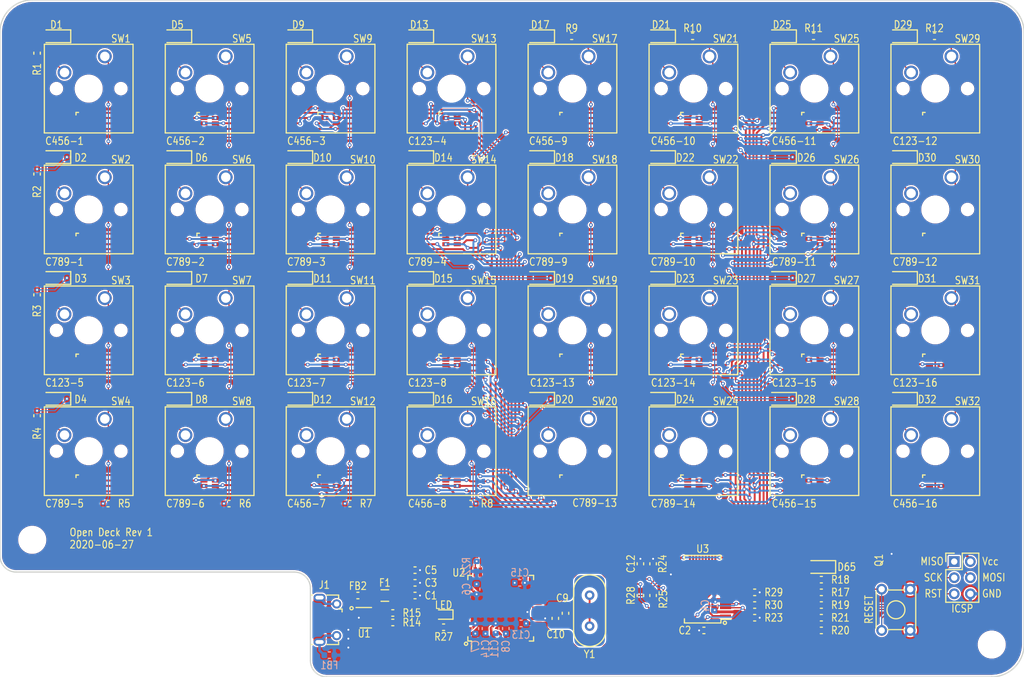
<source format=kicad_pcb>
(kicad_pcb (version 20171130) (host pcbnew "(5.1.6)-1")
  (title_block (title OpenDeck) (date 2020-06-19) (rev 1))
  (layers (0 F.Cu signal) (31 B.Cu signal) (34 B.Paste user hide) (35 F.Paste user hide) (36 B.SilkS user) (37 F.SilkS user) (38 B.Mask user hide) (39 F.Mask user) (44 Edge.Cuts user hide))
  (net 0 "")
  (net 1 GND)
  (net 2 Vcc)
  (net 3 "Net-(D1-Pad2)")
  (net 4 "Net-(D1-Pad1)")
  (net 5 "Net-(D2-Pad2)")
  (net 6 "Net-(D10-Pad1)")
  (net 7 "Net-(D3-Pad2)")
  (net 8 "Net-(D11-Pad1)")
  (net 9 "Net-(D4-Pad2)")
  (net 10 "Net-(D12-Pad1)")
  (net 11 "Net-(D5-Pad2)")
  (net 12 "Net-(D6-Pad2)")
  (net 13 "Net-(D7-Pad2)")
  (net 14 "Net-(D8-Pad2)")
  (net 15 "Net-(D9-Pad2)")
  (net 16 "Net-(D10-Pad2)")
  (net 17 "Net-(D11-Pad2)")
  (net 18 "Net-(D12-Pad2)")
  (net 19 "Net-(D13-Pad2)")
  (net 20 "Net-(D14-Pad2)")
  (net 21 "Net-(D15-Pad2)")
  (net 22 "Net-(D16-Pad2)")
  (net 23 "Net-(D17-Pad2)")
  (net 24 "Net-(D18-Pad2)")
  (net 25 "Net-(D19-Pad2)")
  (net 26 "Net-(D20-Pad2)")
  (net 27 "Net-(D21-Pad2)")
  (net 28 "Net-(D22-Pad2)")
  (net 29 "Net-(D23-Pad2)")
  (net 30 "Net-(D24-Pad2)")
  (net 31 "Net-(D25-Pad2)")
  (net 32 "Net-(D26-Pad2)")
  (net 33 "Net-(D27-Pad2)")
  (net 34 "Net-(D28-Pad2)")
  (net 35 "Net-(D29-Pad2)")
  (net 36 "Net-(D30-Pad2)")
  (net 37 "Net-(D31-Pad2)")
  (net 38 "Net-(D32-Pad2)")
  (net 39 CA6)
  (net 40 CA1)
  (net 41 CA5)
  (net 42 CA4)
  (net 43 CA9)
  (net 44 CA8)
  (net 45 CA7)
  (net 46 CB6)
  (net 47 CB1)
  (net 48 CB5)
  (net 49 CB4)
  (net 50 CB9)
  (net 51 CB8)
  (net 52 CB7)
  (net 53 CA2)
  (net 54 CB2)
  (net 55 CA3)
  (net 56 CB3)
  (net 57 RST)
  (net 58 "Net-(FB1-Pad2)")
  (net 59 Vin)
  (net 60 "Net-(J1-Pad4)")
  (net 61 RST_IN)
  (net 62 "Net-(J2-Pad4)")
  (net 63 "Net-(J2-Pad3)")
  (net 64 "Net-(J2-Pad1)")
  (net 65 km_row1)
  (net 66 km_row2)
  (net 67 km_row3)
  (net 68 km_row4)
  (net 69 km_col1)
  (net 70 "Net-(R5-Pad1)")
  (net 71 km_col2)
  (net 72 "Net-(R6-Pad1)")
  (net 73 km_col3)
  (net 74 "Net-(R7-Pad1)")
  (net 75 km_col4)
  (net 76 "Net-(R8-Pad1)")
  (net 77 km_col5)
  (net 78 "Net-(R9-Pad1)")
  (net 79 km_col6)
  (net 80 "Net-(R10-Pad1)")
  (net 81 km_col7)
  (net 82 "Net-(R11-Pad1)")
  (net 83 km_col8)
  (net 84 "Net-(R12-Pad1)")
  (net 85 MISO)
  (net 86 SCK)
  (net 87 MOSI)
  (net 88 D+)
  (net 89 D-)
  (net 90 "Net-(U2-Pad42)")
  (net 91 "Net-(U2-Pad22)")
  (net 92 "Net-(U2-Pad12)")
  (net 93 "Net-(U2-Pad8)")
  (net 94 "Net-(U2-Pad1)")
  (net 95 /D1+)
  (net 96 /D1-)
  (net 97 /D2+)
  (net 98 /D2-)
  (net 99 "Net-(D67-Pad2)")
  (net 100 "Net-(R22-Pad2)")
  (net 101 /C_FILT)
  (net 102 /IND_LED_1)
  (net 103 /~INTB)
  (net 104 /IN)
  (net 105 /SCL)
  (net 106 /SDA)
  (net 107 /R_EXT)
  (net 108 /~SDB)
  (net 109 /XTAL+)
  (net 110 /XTAL-)
  (net 111 /UCAP)
  (net 112 /ICSP_VCC)
  (net 113 /Vin_filt)
  (net 114 "Net-(U2-Pad41)")
  (module EmiLibEDA:RGB_LED_0606_1.6x1.5mm (layer F.Cu) (at 57.15 95.25)
    (fp_text reference C789-6 (at -3.81 8.255) (layer F.SilkS) (effects (font (size 1.2 1) (thickness 0.16))))
    (fp_text value IN-S66TATRGB)
    (pad 1 smd rect (at -0.9 4.625) (size 1.1 0.65) (layers F.Cu F.Paste F.Mask) (net 45 CA7))
    (pad 2 smd rect (at 0.9 4.625) (size 1.1 0.65) (layers F.Cu F.Paste F.Mask) (net 44 CA8))
    (pad 3 smd rect (at -0.9 5.475) (size 1.1 0.65) (layers F.Cu F.Paste F.Mask) (net 39 CA6))
    (pad 4 smd rect (at 0.9 5.475) (size 1.1 0.65) (layers F.Cu F.Paste F.Mask) (net 43 CA9))
  )
  (module EmiLibEDA:RGB_LED_0606_1.6x1.5mm (layer F.Cu) (at 171.45 95.25)
    (fp_text reference C456-16 (at -3.175 8.255) (layer F.SilkS) (effects (font (size 1.2 1) (thickness 0.16))))
    (fp_text value IN-S66TATRGB)
    (pad 1 smd rect (at -0.9 4.625) (size 1.1 0.65) (layers F.Cu F.Paste F.Mask) (net 49 CB4))
    (pad 2 smd rect (at 0.9 4.625) (size 1.1 0.65) (layers F.Cu F.Paste F.Mask) (net 48 CB5))
    (pad 3 smd rect (at -0.9 5.475) (size 1.1 0.65) (layers F.Cu F.Paste F.Mask) (net 50 CB9))
    (pad 4 smd rect (at 0.9 5.475) (size 1.1 0.65) (layers F.Cu F.Paste F.Mask) (net 46 CB6))
  )
  (module EmiLibEDA:RGB_LED_0606_1.6x1.5mm (layer F.Cu) (at 171.45 76.2)
    (fp_text reference C123-16 (at -3.175 8.255) (layer F.SilkS) (effects (font (size 1.2 1) (thickness 0.16))))
    (fp_text value IN-S66TATRGB)
    (pad 1 smd rect (at -0.9 4.625) (size 1.1 0.65) (layers F.Cu F.Paste F.Mask) (net 47 CB1))
    (pad 2 smd rect (at 0.9 4.625) (size 1.1 0.65) (layers F.Cu F.Paste F.Mask) (net 54 CB2))
    (pad 3 smd rect (at -0.9 5.475) (size 1.1 0.65) (layers F.Cu F.Paste F.Mask) (net 50 CB9))
    (pad 4 smd rect (at 0.9 5.475) (size 1.1 0.65) (layers F.Cu F.Paste F.Mask) (net 56 CB3))
  )
  (module EmiLibEDA:RGB_LED_0606_1.6x1.5mm (layer F.Cu) (at 95.25 95.25)
    (fp_text reference C456-8 (at -3.81 8.255) (layer F.SilkS) (effects (font (size 1.2 1) (thickness 0.16))))
    (fp_text value IN-S66TATRGB)
    (pad 1 smd rect (at -0.9 4.625) (size 1.1 0.65) (layers F.Cu F.Paste F.Mask) (net 42 CA4))
    (pad 2 smd rect (at 0.9 4.625) (size 1.1 0.65) (layers F.Cu F.Paste F.Mask) (net 41 CA5))
    (pad 3 smd rect (at -0.9 5.475) (size 1.1 0.65) (layers F.Cu F.Paste F.Mask) (net 43 CA9))
    (pad 4 smd rect (at 0.9 5.475) (size 1.1 0.65) (layers F.Cu F.Paste F.Mask) (net 39 CA6))
  )
  (module EmiLibEDA:RGB_LED_0606_1.6x1.5mm (layer F.Cu) (at 95.25 76.2)
    (fp_text reference C123-8 (at -3.81 8.255) (layer F.SilkS) (effects (font (size 1.2 1) (thickness 0.16))))
    (fp_text value IN-S66TATRGB)
    (pad 1 smd rect (at -0.9 4.625) (size 1.1 0.65) (layers F.Cu F.Paste F.Mask) (net 40 CA1))
    (pad 2 smd rect (at 0.9 4.625) (size 1.1 0.65) (layers F.Cu F.Paste F.Mask) (net 53 CA2))
    (pad 3 smd rect (at -0.9 5.475) (size 1.1 0.65) (layers F.Cu F.Paste F.Mask) (net 43 CA9))
    (pad 4 smd rect (at 0.9 5.475) (size 1.1 0.65) (layers F.Cu F.Paste F.Mask) (net 55 CA3))
  )
  (module EmiLibEDA:RGB_LED_0606_1.6x1.5mm (layer F.Cu) (at 152.4 95.25)
    (fp_text reference C456-15 (at -3.175 8.255) (layer F.SilkS) (effects (font (size 1.2 1) (thickness 0.16))))
    (fp_text value IN-S66TATRGB)
    (pad 1 smd rect (at -0.9 4.625) (size 1.1 0.65) (layers F.Cu F.Paste F.Mask) (net 49 CB4))
    (pad 2 smd rect (at 0.9 4.625) (size 1.1 0.65) (layers F.Cu F.Paste F.Mask) (net 48 CB5))
    (pad 3 smd rect (at -0.9 5.475) (size 1.1 0.65) (layers F.Cu F.Paste F.Mask) (net 51 CB8))
    (pad 4 smd rect (at 0.9 5.475) (size 1.1 0.65) (layers F.Cu F.Paste F.Mask) (net 46 CB6))
  )
  (module EmiLibEDA:RGB_LED_0606_1.6x1.5mm (layer F.Cu) (at 152.4 76.2)
    (fp_text reference C123-15 (at -3.175 8.255) (layer F.SilkS) (effects (font (size 1.2 1) (thickness 0.16))))
    (fp_text value IN-S66TATRGB)
    (pad 1 smd rect (at -0.9 4.625) (size 1.1 0.65) (layers F.Cu F.Paste F.Mask) (net 47 CB1))
    (pad 2 smd rect (at 0.9 4.625) (size 1.1 0.65) (layers F.Cu F.Paste F.Mask) (net 54 CB2))
    (pad 3 smd rect (at -0.9 5.475) (size 1.1 0.65) (layers F.Cu F.Paste F.Mask) (net 51 CB8))
    (pad 4 smd rect (at 0.9 5.475) (size 1.1 0.65) (layers F.Cu F.Paste F.Mask) (net 56 CB3))
  )
  (module EmiLibEDA:RGB_LED_0606_1.6x1.5mm (layer F.Cu) (at 76.2 95.25)
    (fp_text reference C456-7 (at -3.81 8.255) (layer F.SilkS) (effects (font (size 1.2 1) (thickness 0.16))))
    (fp_text value IN-S66TATRGB)
    (pad 1 smd rect (at -0.9 4.625) (size 1.1 0.65) (layers F.Cu F.Paste F.Mask) (net 42 CA4))
    (pad 2 smd rect (at 0.9 4.625) (size 1.1 0.65) (layers F.Cu F.Paste F.Mask) (net 41 CA5))
    (pad 3 smd rect (at -0.9 5.475) (size 1.1 0.65) (layers F.Cu F.Paste F.Mask) (net 44 CA8))
    (pad 4 smd rect (at 0.9 5.475) (size 1.1 0.65) (layers F.Cu F.Paste F.Mask) (net 39 CA6))
  )
  (module EmiLibEDA:RGB_LED_0606_1.6x1.5mm (layer F.Cu) (at 76.2 76.2)
    (fp_text reference C123-7 (at -3.81 8.255) (layer F.SilkS) (effects (font (size 1.2 1) (thickness 0.16))))
    (fp_text value IN-S66TATRGB)
    (pad 1 smd rect (at -0.9 4.625) (size 1.1 0.65) (layers F.Cu F.Paste F.Mask) (net 40 CA1))
    (pad 2 smd rect (at 0.9 4.625) (size 1.1 0.65) (layers F.Cu F.Paste F.Mask) (net 53 CA2))
    (pad 3 smd rect (at -0.9 5.475) (size 1.1 0.65) (layers F.Cu F.Paste F.Mask) (net 44 CA8))
    (pad 4 smd rect (at 0.9 5.475) (size 1.1 0.65) (layers F.Cu F.Paste F.Mask) (net 55 CA3))
  )
  (module EmiLibEDA:RGB_LED_0606_1.6x1.5mm (layer F.Cu) (at 133.35 95.25)
    (fp_text reference C789-14 (at -3.175 8.255) (layer F.SilkS) (effects (font (size 1.2 1) (thickness 0.16))))
    (fp_text value IN-S66TATRGB)
    (pad 1 smd rect (at -0.9 4.625) (size 1.1 0.65) (layers F.Cu F.Paste F.Mask) (net 52 CB7))
    (pad 2 smd rect (at 0.9 4.625) (size 1.1 0.65) (layers F.Cu F.Paste F.Mask) (net 51 CB8))
    (pad 3 smd rect (at -0.9 5.475) (size 1.1 0.65) (layers F.Cu F.Paste F.Mask) (net 46 CB6))
    (pad 4 smd rect (at 0.9 5.475) (size 1.1 0.65) (layers F.Cu F.Paste F.Mask) (net 50 CB9))
  )
  (module EmiLibEDA:RGB_LED_0606_1.6x1.5mm (layer F.Cu) (at 133.35 76.2)
    (fp_text reference C123-14 (at -3.175 8.255) (layer F.SilkS) (effects (font (size 1.2 1) (thickness 0.16))))
    (fp_text value IN-S66TATRGB)
    (pad 1 smd rect (at -0.9 4.625) (size 1.1 0.65) (layers F.Cu F.Paste F.Mask) (net 47 CB1))
    (pad 2 smd rect (at 0.9 4.625) (size 1.1 0.65) (layers F.Cu F.Paste F.Mask) (net 54 CB2))
    (pad 3 smd rect (at -0.9 5.475) (size 1.1 0.65) (layers F.Cu F.Paste F.Mask) (net 52 CB7))
    (pad 4 smd rect (at 0.9 5.475) (size 1.1 0.65) (layers F.Cu F.Paste F.Mask) (net 56 CB3))
  )
  (module EmiLibEDA:RGB_LED_0606_1.6x1.5mm (layer F.Cu) (at 57.15 76.2)
    (fp_text reference C123-6 (at -3.81 8.255) (layer F.SilkS) (effects (font (size 1.2 1) (thickness 0.16))))
    (fp_text value IN-S66TATRGB)
    (pad 1 smd rect (at -0.9 4.625) (size 1.1 0.65) (layers F.Cu F.Paste F.Mask) (net 40 CA1))
    (pad 2 smd rect (at 0.9 4.625) (size 1.1 0.65) (layers F.Cu F.Paste F.Mask) (net 53 CA2))
    (pad 3 smd rect (at -0.9 5.475) (size 1.1 0.65) (layers F.Cu F.Paste F.Mask) (net 45 CA7))
    (pad 4 smd rect (at 0.9 5.475) (size 1.1 0.65) (layers F.Cu F.Paste F.Mask) (net 55 CA3))
  )
  (module EmiLibEDA:RGB_LED_0606_1.6x1.5mm (layer F.Cu) (at 114.3 95.25)
    (fp_text reference C789-13 (at 3.5 8.15) (layer F.SilkS) (effects (font (size 1.2 1) (thickness 0.16))))
    (fp_text value IN-S66TATRGB)
    (pad 1 smd rect (at -0.9 4.625) (size 1.1 0.65) (layers F.Cu F.Paste F.Mask) (net 52 CB7))
    (pad 2 smd rect (at 0.9 4.625) (size 1.1 0.65) (layers F.Cu F.Paste F.Mask) (net 51 CB8))
    (pad 3 smd rect (at -0.9 5.475) (size 1.1 0.65) (layers F.Cu F.Paste F.Mask) (net 48 CB5))
    (pad 4 smd rect (at 0.9 5.475) (size 1.1 0.65) (layers F.Cu F.Paste F.Mask) (net 50 CB9))
  )
  (module EmiLibEDA:RGB_LED_0606_1.6x1.5mm (layer F.Cu) (at 114.3 76.2)
    (fp_text reference C123-13 (at -3.175 8.255) (layer F.SilkS) (effects (font (size 1.2 1) (thickness 0.16))))
    (fp_text value IN-S66TATRGB)
    (pad 1 smd rect (at -0.9 4.625) (size 1.1 0.65) (layers F.Cu F.Paste F.Mask) (net 47 CB1))
    (pad 2 smd rect (at 0.9 4.625) (size 1.1 0.65) (layers F.Cu F.Paste F.Mask) (net 54 CB2))
    (pad 3 smd rect (at -0.9 5.475) (size 1.1 0.65) (layers F.Cu F.Paste F.Mask) (net 46 CB6))
    (pad 4 smd rect (at 0.9 5.475) (size 1.1 0.65) (layers F.Cu F.Paste F.Mask) (net 56 CB3))
  )
  (module EmiLibEDA:RGB_LED_0606_1.6x1.5mm (layer F.Cu) (at 38.1 95.25)
    (fp_text reference C789-5 (at -3.81 8.255) (layer F.SilkS) (effects (font (size 1.2 1) (thickness 0.16))))
    (fp_text value IN-S66TATRGB)
    (pad 1 smd rect (at -0.9 4.625) (size 1.1 0.65) (layers F.Cu F.Paste F.Mask) (net 45 CA7))
    (pad 2 smd rect (at 0.9 4.625) (size 1.1 0.65) (layers F.Cu F.Paste F.Mask) (net 44 CA8))
    (pad 3 smd rect (at -0.9 5.475) (size 1.1 0.65) (layers F.Cu F.Paste F.Mask) (net 41 CA5))
    (pad 4 smd rect (at 0.9 5.475) (size 1.1 0.65) (layers F.Cu F.Paste F.Mask) (net 43 CA9))
  )
  (module EmiLibEDA:RGB_LED_0606_1.6x1.5mm (layer F.Cu) (at 38.1 76.2)
    (fp_text reference C123-5 (at -3.81 8.255) (layer F.SilkS) (effects (font (size 1.2 1) (thickness 0.16))))
    (fp_text value IN-S66TATRGB)
    (pad 1 smd rect (at -0.9 4.625) (size 1.1 0.65) (layers F.Cu F.Paste F.Mask) (net 40 CA1))
    (pad 2 smd rect (at 0.9 4.625) (size 1.1 0.65) (layers F.Cu F.Paste F.Mask) (net 53 CA2))
    (pad 3 smd rect (at -0.9 5.475) (size 1.1 0.65) (layers F.Cu F.Paste F.Mask) (net 39 CA6))
    (pad 4 smd rect (at 0.9 5.475) (size 1.1 0.65) (layers F.Cu F.Paste F.Mask) (net 55 CA3))
  )
  (module EmiLibEDA:RGB_LED_0606_1.6x1.5mm (layer F.Cu) (at 171.45 57.15)
    (fp_text reference C789-12 (at -3.175 8.255) (layer F.SilkS) (effects (font (size 1.2 1) (thickness 0.16))))
    (fp_text value IN-S66TATRGB)
    (pad 1 smd rect (at -0.9 4.625) (size 1.1 0.65) (layers F.Cu F.Paste F.Mask) (net 52 CB7))
    (pad 2 smd rect (at 0.9 4.625) (size 1.1 0.65) (layers F.Cu F.Paste F.Mask) (net 51 CB8))
    (pad 3 smd rect (at -0.9 5.475) (size 1.1 0.65) (layers F.Cu F.Paste F.Mask) (net 49 CB4))
    (pad 4 smd rect (at 0.9 5.475) (size 1.1 0.65) (layers F.Cu F.Paste F.Mask) (net 50 CB9))
  )
  (module EmiLibEDA:RGB_LED_0606_1.6x1.5mm (layer F.Cu) (at 171.45 38.1)
    (fp_text reference C123-12 (at -3.175 8.255) (layer F.SilkS) (effects (font (size 1.2 1) (thickness 0.16))))
    (fp_text value IN-S66TATRGB)
    (pad 1 smd rect (at -0.9 4.625) (size 1.1 0.65) (layers F.Cu F.Paste F.Mask) (net 47 CB1))
    (pad 2 smd rect (at 0.9 4.625) (size 1.1 0.65) (layers F.Cu F.Paste F.Mask) (net 54 CB2))
    (pad 3 smd rect (at -0.9 5.475) (size 1.1 0.65) (layers F.Cu F.Paste F.Mask) (net 48 CB5))
    (pad 4 smd rect (at 0.9 5.475) (size 1.1 0.65) (layers F.Cu F.Paste F.Mask) (net 56 CB3))
  )
  (module EmiLibEDA:RGB_LED_0606_1.6x1.5mm (layer F.Cu) (at 95.25 57.15)
    (fp_text reference C789-4 (at -3.81 8.255) (layer F.SilkS) (effects (font (size 1.2 1) (thickness 0.16))))
    (fp_text value IN-S66TATRGB)
    (pad 1 smd rect (at -0.9 4.625) (size 1.1 0.65) (layers F.Cu F.Paste F.Mask) (net 45 CA7))
    (pad 2 smd rect (at 0.9 4.625) (size 1.1 0.65) (layers F.Cu F.Paste F.Mask) (net 44 CA8))
    (pad 3 smd rect (at -0.9 5.475) (size 1.1 0.65) (layers F.Cu F.Paste F.Mask) (net 42 CA4))
    (pad 4 smd rect (at 0.9 5.475) (size 1.1 0.65) (layers F.Cu F.Paste F.Mask) (net 43 CA9))
  )
  (module EmiLibEDA:RGB_LED_0606_1.6x1.5mm (layer F.Cu) (at 95.25 38.1)
    (fp_text reference C123-4 (at -3.81 8.255) (layer F.SilkS) (effects (font (size 1.2 1) (thickness 0.16))))
    (fp_text value IN-S66TATRGB)
    (pad 1 smd rect (at -0.9 4.625) (size 1.1 0.65) (layers F.Cu F.Paste F.Mask) (net 40 CA1))
    (pad 2 smd rect (at 0.9 4.625) (size 1.1 0.65) (layers F.Cu F.Paste F.Mask) (net 53 CA2))
    (pad 3 smd rect (at -0.9 5.475) (size 1.1 0.65) (layers F.Cu F.Paste F.Mask) (net 41 CA5))
    (pad 4 smd rect (at 0.9 5.475) (size 1.1 0.65) (layers F.Cu F.Paste F.Mask) (net 55 CA3))
  )
  (module EmiLibEDA:RGB_LED_0606_1.6x1.5mm (layer F.Cu) (at 152.4 57.15)
    (fp_text reference C789-11 (at -3.175 8.255) (layer F.SilkS) (effects (font (size 1.2 1) (thickness 0.16))))
    (fp_text value IN-S66TATRGB)
    (pad 1 smd rect (at -0.9 4.625) (size 1.1 0.65) (layers F.Cu F.Paste F.Mask) (net 52 CB7))
    (pad 2 smd rect (at 0.9 4.625) (size 1.1 0.65) (layers F.Cu F.Paste F.Mask) (net 51 CB8))
    (pad 3 smd rect (at -0.9 5.475) (size 1.1 0.65) (layers F.Cu F.Paste F.Mask) (net 56 CB3))
    (pad 4 smd rect (at 0.9 5.475) (size 1.1 0.65) (layers F.Cu F.Paste F.Mask) (net 50 CB9))
  )
  (module EmiLibEDA:RGB_LED_0606_1.6x1.5mm (layer F.Cu) (at 152.4 38.1)
    (fp_text reference C456-11 (at -3.175 8.255) (layer F.SilkS) (effects (font (size 1.2 1) (thickness 0.16))))
    (fp_text value IN-S66TATRGB)
    (pad 1 smd rect (at -0.9 4.625) (size 1.1 0.65) (layers F.Cu F.Paste F.Mask) (net 49 CB4))
    (pad 2 smd rect (at 0.9 4.625) (size 1.1 0.65) (layers F.Cu F.Paste F.Mask) (net 48 CB5))
    (pad 3 smd rect (at -0.9 5.475) (size 1.1 0.65) (layers F.Cu F.Paste F.Mask) (net 56 CB3))
    (pad 4 smd rect (at 0.9 5.475) (size 1.1 0.65) (layers F.Cu F.Paste F.Mask) (net 46 CB6))
  )
  (module EmiLibEDA:RGB_LED_0606_1.6x1.5mm (layer F.Cu) (at 76.2 57.15)
    (fp_text reference C789-3 (at -3.81 8.255) (layer F.SilkS) (effects (font (size 1.2 1) (thickness 0.16))))
    (fp_text value IN-S66TATRGB)
    (pad 1 smd rect (at -0.9 4.625) (size 1.1 0.65) (layers F.Cu F.Paste F.Mask) (net 45 CA7))
    (pad 2 smd rect (at 0.9 4.625) (size 1.1 0.65) (layers F.Cu F.Paste F.Mask) (net 44 CA8))
    (pad 3 smd rect (at -0.9 5.475) (size 1.1 0.65) (layers F.Cu F.Paste F.Mask) (net 55 CA3))
    (pad 4 smd rect (at 0.9 5.475) (size 1.1 0.65) (layers F.Cu F.Paste F.Mask) (net 43 CA9))
  )
  (module EmiLibEDA:RGB_LED_0606_1.6x1.5mm (layer F.Cu) (at 76.2 38.1)
    (fp_text reference C456-3 (at -3.81 8.255) (layer F.SilkS) (effects (font (size 1.2 1) (thickness 0.16))))
    (fp_text value IN-S66TATRGB)
    (pad 1 smd rect (at -0.9 4.625) (size 1.1 0.65) (layers F.Cu F.Paste F.Mask) (net 42 CA4))
    (pad 2 smd rect (at 0.9 4.625) (size 1.1 0.65) (layers F.Cu F.Paste F.Mask) (net 41 CA5))
    (pad 3 smd rect (at -0.9 5.475) (size 1.1 0.65) (layers F.Cu F.Paste F.Mask) (net 55 CA3))
    (pad 4 smd rect (at 0.9 5.475) (size 1.1 0.65) (layers F.Cu F.Paste F.Mask) (net 39 CA6))
  )
  (module EmiLibEDA:RGB_LED_0606_1.6x1.5mm (layer F.Cu) (at 133.35 57.15)
    (fp_text reference C789-10 (at -3.175 8.255) (layer F.SilkS) (effects (font (size 1.2 1) (thickness 0.16))))
    (fp_text value IN-S66TATRGB)
    (pad 1 smd rect (at -0.9 4.625) (size 1.1 0.65) (layers F.Cu F.Paste F.Mask) (net 52 CB7))
    (pad 2 smd rect (at 0.9 4.625) (size 1.1 0.65) (layers F.Cu F.Paste F.Mask) (net 51 CB8))
    (pad 3 smd rect (at -0.9 5.475) (size 1.1 0.65) (layers F.Cu F.Paste F.Mask) (net 54 CB2))
    (pad 4 smd rect (at 0.9 5.475) (size 1.1 0.65) (layers F.Cu F.Paste F.Mask) (net 50 CB9))
  )
  (module EmiLibEDA:RGB_LED_0606_1.6x1.5mm (layer F.Cu) (at 133.35 38.1)
    (fp_text reference C456-10 (at -3.175 8.255) (layer F.SilkS) (effects (font (size 1.2 1) (thickness 0.16))))
    (fp_text value IN-S66TATRGB)
    (pad 1 smd rect (at -0.9 4.625) (size 1.1 0.65) (layers F.Cu F.Paste F.Mask) (net 49 CB4))
    (pad 2 smd rect (at 0.9 4.625) (size 1.1 0.65) (layers F.Cu F.Paste F.Mask) (net 48 CB5))
    (pad 3 smd rect (at -0.9 5.475) (size 1.1 0.65) (layers F.Cu F.Paste F.Mask) (net 54 CB2))
    (pad 4 smd rect (at 0.9 5.475) (size 1.1 0.65) (layers F.Cu F.Paste F.Mask) (net 46 CB6))
  )
  (module EmiLibEDA:RGB_LED_0606_1.6x1.5mm (layer F.Cu) (at 57.15 57.15)
    (fp_text reference C789-2 (at -3.81 8.255) (layer F.SilkS) (effects (font (size 1.2 1) (thickness 0.16))))
    (fp_text value IN-S66TATRGB)
    (pad 1 smd rect (at -0.9 4.625) (size 1.1 0.65) (layers F.Cu F.Paste F.Mask) (net 45 CA7))
    (pad 2 smd rect (at 0.9 4.625) (size 1.1 0.65) (layers F.Cu F.Paste F.Mask) (net 44 CA8))
    (pad 3 smd rect (at -0.9 5.475) (size 1.1 0.65) (layers F.Cu F.Paste F.Mask) (net 53 CA2))
    (pad 4 smd rect (at 0.9 5.475) (size 1.1 0.65) (layers F.Cu F.Paste F.Mask) (net 43 CA9))
  )
  (module EmiLibEDA:RGB_LED_0606_1.6x1.5mm (layer F.Cu) (at 57.15 38.1)
    (fp_text reference C456-2 (at -3.81 8.255) (layer F.SilkS) (effects (font (size 1.2 1) (thickness 0.16))))
    (fp_text value IN-S66TATRGB)
    (pad 1 smd rect (at -0.9 4.625) (size 1.1 0.65) (layers F.Cu F.Paste F.Mask) (net 42 CA4))
    (pad 2 smd rect (at 0.9 4.625) (size 1.1 0.65) (layers F.Cu F.Paste F.Mask) (net 41 CA5))
    (pad 3 smd rect (at -0.9 5.475) (size 1.1 0.65) (layers F.Cu F.Paste F.Mask) (net 53 CA2))
    (pad 4 smd rect (at 0.9 5.475) (size 1.1 0.65) (layers F.Cu F.Paste F.Mask) (net 39 CA6))
  )
  (module EmiLibEDA:RGB_LED_0606_1.6x1.5mm (layer F.Cu) (at 114.3 57.15)
    (fp_text reference C789-9 (at -3.81 8.255) (layer F.SilkS) (effects (font (size 1.2 1) (thickness 0.16))))
    (fp_text value IN-S66TATRGB)
    (pad 1 smd rect (at -0.9 4.625) (size 1.1 0.65) (layers F.Cu F.Paste F.Mask) (net 52 CB7))
    (pad 2 smd rect (at 0.9 4.625) (size 1.1 0.65) (layers F.Cu F.Paste F.Mask) (net 51 CB8))
    (pad 3 smd rect (at -0.9 5.475) (size 1.1 0.65) (layers F.Cu F.Paste F.Mask) (net 47 CB1))
    (pad 4 smd rect (at 0.9 5.475) (size 1.1 0.65) (layers F.Cu F.Paste F.Mask) (net 50 CB9))
  )
  (module EmiLibEDA:RGB_LED_0606_1.6x1.5mm (layer F.Cu) (at 114.3 38.1)
    (fp_text reference C456-9 (at -3.81 8.255) (layer F.SilkS) (effects (font (size 1.2 1) (thickness 0.16))))
    (fp_text value IN-S66TATRGB)
    (pad 1 smd rect (at -0.9 4.625) (size 1.1 0.65) (layers F.Cu F.Paste F.Mask) (net 49 CB4))
    (pad 2 smd rect (at 0.9 4.625) (size 1.1 0.65) (layers F.Cu F.Paste F.Mask) (net 48 CB5))
    (pad 3 smd rect (at -0.9 5.475) (size 1.1 0.65) (layers F.Cu F.Paste F.Mask) (net 47 CB1))
    (pad 4 smd rect (at 0.9 5.475) (size 1.1 0.65) (layers F.Cu F.Paste F.Mask) (net 46 CB6))
  )
  (module EmiLibEDA:RGB_LED_0606_1.6x1.5mm (layer F.Cu) (at 38.1 57.15)
    (fp_text reference C789-1 (at -3.81 8.255) (layer F.SilkS) (effects (font (size 1.2 1) (thickness 0.16))))
    (fp_text value IN-S66TATRGB)
    (pad 1 smd rect (at -0.9 4.625) (size 1.1 0.65) (layers F.Cu F.Paste F.Mask) (net 45 CA7))
    (pad 2 smd rect (at 0.9 4.625) (size 1.1 0.65) (layers F.Cu F.Paste F.Mask) (net 44 CA8))
    (pad 3 smd rect (at -0.9 5.475) (size 1.1 0.65) (layers F.Cu F.Paste F.Mask) (net 40 CA1))
    (pad 4 smd rect (at 0.9 5.475) (size 1.1 0.65) (layers F.Cu F.Paste F.Mask) (net 43 CA9))
  )
  (module EmiLibEDA:RGB_LED_0606_1.6x1.5mm (layer F.Cu) (at 38.1 38.1)
    (fp_text reference C456-1 (at -3.81 8.255) (layer F.SilkS) (effects (font (size 1.2 1) (thickness 0.16))))
    (fp_text value IN-S66TATRGB)
    (pad 1 smd rect (at -0.9 4.625) (size 1.1 0.65) (layers F.Cu F.Paste F.Mask) (net 42 CA4))
    (pad 2 smd rect (at 0.9 4.625) (size 1.1 0.65) (layers F.Cu F.Paste F.Mask) (net 41 CA5))
    (pad 3 smd rect (at -0.9 5.475) (size 1.1 0.65) (layers F.Cu F.Paste F.Mask) (net 40 CA1))
    (pad 4 smd rect (at 0.9 5.475) (size 1.1 0.65) (layers F.Cu F.Paste F.Mask) (net 39 CA6))
  )
  (module MountingHole:MountingHole_4mm (layer F.Cu) (at 180.34 125.73)
    (fp_text reference H2 hide)
    (fp_text value MountingHole)
    (pad 1 np_thru_hole circle (at 0 0) (size 4 4) (drill 4) (layers *.Cu *.Mask))
  )
  (module MountingHole:MountingHole_4mm (layer F.Cu) (at 29.21 109.22)
    (fp_text reference H1 hide)
    (fp_text value MountingHole)
    (pad 1 np_thru_hole circle (at 0 0) (size 4 4) (drill 4) (layers *.Cu *.Mask))
  )
  (module Capacitor_SMD:C_0603_1608Metric (layer B.Cu) (at 106 116)
    (fp_text reference C15 (at 0 -1.6) (layer B.SilkS) (effects (font (size 1.2 1) (thickness 0.16)) (justify mirror)))
    (fp_text value 0.1uF)
    (pad 2 smd roundrect (at 0.7875 0) (size 0.875 0.95) (layers B.Cu B.Paste B.Mask) (net 1 GND))
    (pad 1 smd roundrect (at -0.7875 0) (size 0.875 0.95) (layers B.Cu B.Paste B.Mask) (net 2 Vcc))
  )
  (module Capacitor_SMD:C_0603_1608Metric (layer B.Cu) (at 100.6 123.2 90)
    (fp_text reference C14 (at -3.2 0 90) (layer B.SilkS) (effects (font (size 1.2 1) (thickness 0.16)) (justify mirror)))
    (fp_text value 0.1uF)
    (pad 2 smd roundrect (at 0.7875 0 90) (size 0.875 0.95) (layers B.Cu B.Paste B.Mask) (net 1 GND))
    (pad 1 smd roundrect (at -0.7875 0 90) (size 0.875 0.95) (layers B.Cu B.Paste B.Mask) (net 2 Vcc))
  )
  (module Capacitor_SMD:C_0603_1608Metric (layer B.Cu) (at 106.2 122.4 180)
    (fp_text reference C13 (at 0 -1.8) (layer B.SilkS) (effects (font (size 1.2 1) (thickness 0.16)) (justify mirror)))
    (fp_text value 0.1uF)
    (pad 2 smd roundrect (at 0.7875 0 180) (size 0.875 0.95) (layers B.Cu B.Paste B.Mask) (net 1 GND))
    (pad 1 smd roundrect (at -0.7875 0 180) (size 0.875 0.95) (layers B.Cu B.Paste B.Mask) (net 2 Vcc))
  )
  (module Package_QFP:TQFP-44_10x10mm_P0.8mm (layer F.Cu) (at 103 120 90)
    (fp_text reference U2 (at 5.6 -6.6 180) (layer F.SilkS) (effects (font (size 1.2 1) (thickness 0.16))))
    (fp_text value ATmega32U4-AU)
    (pad 44 smd rect (at -4 -5.7 180) (size 1.5 0.55) (layers F.Cu F.Paste F.Mask) (net 2 Vcc))
    (pad 43 smd rect (at -3.2 -5.7 180) (size 1.5 0.55) (layers F.Cu F.Paste F.Mask) (net 1 GND))
    (pad 42 smd rect (at -2.4 -5.7 180) (size 1.5 0.55) (layers F.Cu F.Paste F.Mask) (net 90 "Net-(U2-Pad42)"))
    (pad 41 smd rect (at -1.6 -5.7 180) (size 1.5 0.55) (layers F.Cu F.Paste F.Mask) (net 114 "Net-(U2-Pad41)"))
    (pad 40 smd rect (at -0.8 -5.7 180) (size 1.5 0.55) (layers F.Cu F.Paste F.Mask) (net 102 /IND_LED_1))
    (pad 39 smd rect (at 0 -5.7 180) (size 1.5 0.55) (layers F.Cu F.Paste F.Mask) (net 83 km_col8))
    (pad 38 smd rect (at 0.8 -5.7 180) (size 1.5 0.55) (layers F.Cu F.Paste F.Mask) (net 81 km_col7))
    (pad 37 smd rect (at 1.6 -5.7 180) (size 1.5 0.55) (layers F.Cu F.Paste F.Mask) (net 79 km_col6))
    (pad 36 smd rect (at 2.4 -5.7 180) (size 1.5 0.55) (layers F.Cu F.Paste F.Mask) (net 77 km_col5))
    (pad 35 smd rect (at 3.2 -5.7 180) (size 1.5 0.55) (layers F.Cu F.Paste F.Mask) (net 1 GND))
    (pad 34 smd rect (at 4 -5.7 180) (size 1.5 0.55) (layers F.Cu F.Paste F.Mask) (net 2 Vcc))
    (pad 33 smd rect (at 5.7 -4 90) (size 1.5 0.55) (layers F.Cu F.Paste F.Mask) (net 100 "Net-(R22-Pad2)"))
    (pad 32 smd rect (at 5.7 -3.2 90) (size 1.5 0.55) (layers F.Cu F.Paste F.Mask) (net 65 km_row1))
    (pad 31 smd rect (at 5.7 -2.4 90) (size 1.5 0.55) (layers F.Cu F.Paste F.Mask) (net 66 km_row2))
    (pad 30 smd rect (at 5.7 -1.6 90) (size 1.5 0.55) (layers F.Cu F.Paste F.Mask) (net 67 km_row3))
    (pad 29 smd rect (at 5.7 -0.8 90) (size 1.5 0.55) (layers F.Cu F.Paste F.Mask) (net 68 km_row4))
    (pad 28 smd rect (at 5.7 0 90) (size 1.5 0.55) (layers F.Cu F.Paste F.Mask) (net 69 km_col1))
    (pad 27 smd rect (at 5.7 0.8 90) (size 1.5 0.55) (layers F.Cu F.Paste F.Mask) (net 71 km_col2))
    (pad 26 smd rect (at 5.7 1.6 90) (size 1.5 0.55) (layers F.Cu F.Paste F.Mask) (net 73 km_col3))
    (pad 25 smd rect (at 5.7 2.4 90) (size 1.5 0.55) (layers F.Cu F.Paste F.Mask) (net 75 km_col4))
    (pad 24 smd rect (at 5.7 3.2 90) (size 1.5 0.55) (layers F.Cu F.Paste F.Mask) (net 2 Vcc))
    (pad 23 smd rect (at 5.7 4 90) (size 1.5 0.55) (layers F.Cu F.Paste F.Mask) (net 1 GND))
    (pad 22 smd rect (at 4 5.7 180) (size 1.5 0.55) (layers F.Cu F.Paste F.Mask) (net 91 "Net-(U2-Pad22)"))
    (pad 21 smd rect (at 3.2 5.7 180) (size 1.5 0.55) (layers F.Cu F.Paste F.Mask) (net 103 /~INTB))
    (pad 20 smd rect (at 2.4 5.7 180) (size 1.5 0.55) (layers F.Cu F.Paste F.Mask) (net 108 /~SDB))
    (pad 19 smd rect (at 1.6 5.7 180) (size 1.5 0.55) (layers F.Cu F.Paste F.Mask) (net 106 /SDA))
    (pad 18 smd rect (at 0.8 5.7 180) (size 1.5 0.55) (layers F.Cu F.Paste F.Mask) (net 105 /SCL))
    (pad 17 smd rect (at 0 5.7 180) (size 1.5 0.55) (layers F.Cu F.Paste F.Mask) (net 109 /XTAL+))
    (pad 16 smd rect (at -0.8 5.7 180) (size 1.5 0.55) (layers F.Cu F.Paste F.Mask) (net 110 /XTAL-))
    (pad 15 smd rect (at -1.6 5.7 180) (size 1.5 0.55) (layers F.Cu F.Paste F.Mask) (net 1 GND))
    (pad 14 smd rect (at -2.4 5.7 180) (size 1.5 0.55) (layers F.Cu F.Paste F.Mask) (net 2 Vcc))
    (pad 13 smd rect (at -3.2 5.7 180) (size 1.5 0.55) (layers F.Cu F.Paste F.Mask) (net 57 RST))
    (pad 12 smd rect (at -4 5.7 180) (size 1.5 0.55) (layers F.Cu F.Paste F.Mask) (net 92 "Net-(U2-Pad12)"))
    (pad 11 smd rect (at -5.7 4 90) (size 1.5 0.55) (layers F.Cu F.Paste F.Mask) (net 85 MISO))
    (pad 10 smd rect (at -5.7 3.2 90) (size 1.5 0.55) (layers F.Cu F.Paste F.Mask) (net 87 MOSI))
    (pad 9 smd rect (at -5.7 2.4 90) (size 1.5 0.55) (layers F.Cu F.Paste F.Mask) (net 86 SCK))
    (pad 8 smd rect (at -5.7 1.6 90) (size 1.5 0.55) (layers F.Cu F.Paste F.Mask) (net 93 "Net-(U2-Pad8)"))
    (pad 7 smd rect (at -5.7 0.8 90) (size 1.5 0.55) (layers F.Cu F.Paste F.Mask) (net 2 Vcc))
    (pad 6 smd rect (at -5.7 0 90) (size 1.5 0.55) (layers F.Cu F.Paste F.Mask) (net 111 /UCAP))
    (pad 5 smd rect (at -5.7 -0.8 90) (size 1.5 0.55) (layers F.Cu F.Paste F.Mask) (net 1 GND))
    (pad 4 smd rect (at -5.7 -1.6 90) (size 1.5 0.55) (layers F.Cu F.Paste F.Mask) (net 88 D+))
    (pad 3 smd rect (at -5.7 -2.4 90) (size 1.5 0.55) (layers F.Cu F.Paste F.Mask) (net 89 D-))
    (pad 2 smd rect (at -5.7 -3.2 90) (size 1.5 0.55) (layers F.Cu F.Paste F.Mask) (net 2 Vcc))
    (pad 1 smd rect (at -5.7 -4 90) (size 1.5 0.55) (layers F.Cu F.Paste F.Mask) (net 94 "Net-(U2-Pad1)"))
  )
  (module Resistor_SMD:R_0603_1608Metric (layer F.Cu) (at 143 119.5 180)
    (fp_text reference R30 (at -3 0) (layer F.SilkS) (effects (font (size 1.2 1) (thickness 0.16))))
    (fp_text value 4K7)
    (pad 2 smd roundrect (at 0.7875 0 180) (size 0.875 0.95) (layers F.Cu F.Paste F.Mask) (net 103 /~INTB))
    (pad 1 smd roundrect (at -0.7875 0 180) (size 0.875 0.95) (layers F.Cu F.Paste F.Mask) (net 2 Vcc))
  )
  (module Crystal:Crystal_HC49-U_Vertical (layer F.Cu) (at 117 117.95 270)
    (fp_text reference Y1 (at 9.3 0 180) (layer F.SilkS) (effects (font (size 1.2 1) (thickness 0.16))))
    (fp_text value 9B-8.000MEEJ-B)
    (pad 2 thru_hole circle (at 4.88 0 270) (size 1.5 1.5) (drill 0.8) (layers *.Cu *.Mask) (net 110 /XTAL-))
    (pad 1 thru_hole circle (at 0 0 270) (size 1.5 1.5) (drill 0.8) (layers *.Cu *.Mask) (net 109 /XTAL+))
  )
  (module Package_SO:SSOP-28_5.3x10.2mm_P0.65mm (layer F.Cu) (at 134.81 117 180)
    (fp_text reference U3 (at 0 6.35) (layer F.SilkS) (effects (font (size 1.2 1) (thickness 0.16))))
    (fp_text value IS31FL3731-SA)
    (pad 28 smd rect (at 3.6 -4.225 180) (size 1.75 0.45) (layers F.Cu F.Paste F.Mask) (net 44 CA8))
    (pad 27 smd rect (at 3.6 -3.575 180) (size 1.75 0.45) (layers F.Cu F.Paste F.Mask) (net 45 CA7))
    (pad 26 smd rect (at 3.6 -2.925 180) (size 1.75 0.45) (layers F.Cu F.Paste F.Mask) (net 39 CA6))
    (pad 25 smd rect (at 3.6 -2.275 180) (size 1.75 0.45) (layers F.Cu F.Paste F.Mask) (net 41 CA5))
    (pad 24 smd rect (at 3.6 -1.625 180) (size 1.75 0.45) (layers F.Cu F.Paste F.Mask) (net 42 CA4))
    (pad 23 smd rect (at 3.6 -0.975 180) (size 1.75 0.45) (layers F.Cu F.Paste F.Mask) (net 55 CA3))
    (pad 22 smd rect (at 3.6 -0.325 180) (size 1.75 0.45) (layers F.Cu F.Paste F.Mask) (net 53 CA2))
    (pad 21 smd rect (at 3.6 0.325 180) (size 1.75 0.45) (layers F.Cu F.Paste F.Mask) (net 40 CA1))
    (pad 20 smd rect (at 3.6 0.975 180) (size 1.75 0.45) (layers F.Cu F.Paste F.Mask) (net 105 /SCL))
    (pad 19 smd rect (at 3.6 1.625 180) (size 1.75 0.45) (layers F.Cu F.Paste F.Mask) (net 106 /SDA))
    (pad 18 smd rect (at 3.6 2.275 180) (size 1.75 0.45) (layers F.Cu F.Paste F.Mask) (net 1 GND))
    (pad 17 smd rect (at 3.6 2.925 180) (size 1.75 0.45) (layers F.Cu F.Paste F.Mask) (net 104 /IN))
    (pad 16 smd rect (at 3.6 3.575 180) (size 1.75 0.45) (layers F.Cu F.Paste F.Mask) (net 101 /C_FILT))
    (pad 15 smd rect (at 3.6 4.225 180) (size 1.75 0.45) (layers F.Cu F.Paste F.Mask) (net 50 CB9))
    (pad 14 smd rect (at -3.6 4.225 180) (size 1.75 0.45) (layers F.Cu F.Paste F.Mask) (net 51 CB8))
    (pad 13 smd rect (at -3.6 3.575 180) (size 1.75 0.45) (layers F.Cu F.Paste F.Mask) (net 52 CB7))
    (pad 12 smd rect (at -3.6 2.925 180) (size 1.75 0.45) (layers F.Cu F.Paste F.Mask) (net 46 CB6))
    (pad 11 smd rect (at -3.6 2.275 180) (size 1.75 0.45) (layers F.Cu F.Paste F.Mask) (net 48 CB5))
    (pad 10 smd rect (at -3.6 1.625 180) (size 1.75 0.45) (layers F.Cu F.Paste F.Mask) (net 49 CB4))
    (pad 9 smd rect (at -3.6 0.975 180) (size 1.75 0.45) (layers F.Cu F.Paste F.Mask) (net 56 CB3))
    (pad 8 smd rect (at -3.6 0.325 180) (size 1.75 0.45) (layers F.Cu F.Paste F.Mask) (net 54 CB2))
    (pad 7 smd rect (at -3.6 -0.325 180) (size 1.75 0.45) (layers F.Cu F.Paste F.Mask) (net 47 CB1))
    (pad 6 smd rect (at -3.6 -0.975 180) (size 1.75 0.45) (layers F.Cu F.Paste F.Mask) (net 107 /R_EXT))
    (pad 5 smd rect (at -3.6 -1.625 180) (size 1.75 0.45) (layers F.Cu F.Paste F.Mask) (net 1 GND))
    (pad 4 smd rect (at -3.6 -2.275 180) (size 1.75 0.45) (layers F.Cu F.Paste F.Mask) (net 103 /~INTB))
    (pad 3 smd rect (at -3.6 -2.925 180) (size 1.75 0.45) (layers F.Cu F.Paste F.Mask) (net 108 /~SDB))
    (pad 2 smd rect (at -3.6 -3.575 180) (size 1.75 0.45) (layers F.Cu F.Paste F.Mask) (net 2 Vcc))
    (pad 1 smd rect (at -3.6 -4.225 180) (size 1.75 0.45) (layers F.Cu F.Paste F.Mask) (net 43 CA9))
  )
  (module Package_TO_SOT_SMD:SOT-23-6 (layer F.Cu) (at 81.75 121.5)
    (fp_text reference U1 (at -0.25 2.5) (layer F.SilkS) (effects (font (size 1.2 1) (thickness 0.16))))
    (fp_text value USBLC6-2SC6)
    (pad 5 smd rect (at 1.1 0) (size 1.06 0.65) (layers F.Cu F.Paste F.Mask) (net 59 Vin))
    (pad 6 smd rect (at 1.1 -0.95) (size 1.06 0.65) (layers F.Cu F.Paste F.Mask) (net 98 /D2-))
    (pad 4 smd rect (at 1.1 0.95) (size 1.06 0.65) (layers F.Cu F.Paste F.Mask) (net 97 /D2+))
    (pad 3 smd rect (at -1.1 0.95) (size 1.06 0.65) (layers F.Cu F.Paste F.Mask) (net 95 /D1+))
    (pad 2 smd rect (at -1.1 0) (size 1.06 0.65) (layers F.Cu F.Paste F.Mask) (net 1 GND))
    (pad 1 smd rect (at -1.1 -0.95) (size 1.06 0.65) (layers F.Cu F.Paste F.Mask) (net 96 /D1-))
  )
  (module Button_Switch_THT:SW_TH_Tactile_Omron_B3F-10xx (layer F.Cu) (at 167.5 117 270)
    (fp_text reference SW33)
    (fp_text value RESET (at 3.2 6.5 90) (layer F.SilkS) (effects (font (size 1.2 1) (thickness 0.16))))
    (pad 1 thru_hole circle (at 0 0 270) (size 1.7 1.7) (drill 1) (layers *.Cu *.Mask) (net 1 GND))
    (pad 2 thru_hole circle (at 6.5 0 270) (size 1.7 1.7) (drill 1) (layers *.Cu *.Mask) (net 1 GND))
    (pad 3 thru_hole circle (at 0 4.5 270) (size 1.7 1.7) (drill 1) (layers *.Cu *.Mask) (net 61 RST_IN))
    (pad 4 thru_hole circle (at 6.5 4.5 270) (size 1.7 1.7) (drill 1) (layers *.Cu *.Mask) (net 61 RST_IN))
  )
  (module Button_Switch_Keyboard:SW_Cherry_MX_1.00u_PCB (layer F.Cu) (at 173.99 90.17)
    (fp_text reference SW32 (at 2.54 -2.794) (layer F.SilkS) (effects (font (size 1.2 1) (thickness 0.16))))
    (fp_text value MX1A-G1NA)
    (pad "" np_thru_hole circle (at 2.54 5.08) (size 1.7 1.7) (drill 1.7) (layers *.Cu *.Mask))
    (pad "" np_thru_hole circle (at -7.62 5.08) (size 1.7 1.7) (drill 1.7) (layers *.Cu *.Mask))
    (pad "" np_thru_hole circle (at -2.54 5.08) (size 4 4) (drill 4) (layers *.Cu *.Mask))
    (pad 2 thru_hole circle (at -6.35 2.54) (size 2.2 2.2) (drill 1.5) (layers *.Cu *.Mask) (net 38 "Net-(D32-Pad2)"))
    (pad 1 thru_hole circle (at 0 0) (size 2.2 2.2) (drill 1.5) (layers *.Cu *.Mask) (net 84 "Net-(R12-Pad1)"))
  )
  (module Button_Switch_Keyboard:SW_Cherry_MX_1.00u_PCB (layer F.Cu) (at 173.99 71.12)
    (fp_text reference SW31 (at 2.54 -2.794) (layer F.SilkS) (effects (font (size 1.2 1) (thickness 0.16))))
    (fp_text value MX1A-G1NA)
    (pad "" np_thru_hole circle (at 2.54 5.08) (size 1.7 1.7) (drill 1.7) (layers *.Cu *.Mask))
    (pad "" np_thru_hole circle (at -7.62 5.08) (size 1.7 1.7) (drill 1.7) (layers *.Cu *.Mask))
    (pad "" np_thru_hole circle (at -2.54 5.08) (size 4 4) (drill 4) (layers *.Cu *.Mask))
    (pad 2 thru_hole circle (at -6.35 2.54) (size 2.2 2.2) (drill 1.5) (layers *.Cu *.Mask) (net 37 "Net-(D31-Pad2)"))
    (pad 1 thru_hole circle (at 0 0) (size 2.2 2.2) (drill 1.5) (layers *.Cu *.Mask) (net 84 "Net-(R12-Pad1)"))
  )
  (module Button_Switch_Keyboard:SW_Cherry_MX_1.00u_PCB (layer F.Cu) (at 173.99 52.07)
    (fp_text reference SW30 (at 2.54 -2.794) (layer F.SilkS) (effects (font (size 1.2 1) (thickness 0.16))))
    (fp_text value MX1A-G1NA)
    (pad "" np_thru_hole circle (at 2.54 5.08) (size 1.7 1.7) (drill 1.7) (layers *.Cu *.Mask))
    (pad "" np_thru_hole circle (at -7.62 5.08) (size 1.7 1.7) (drill 1.7) (layers *.Cu *.Mask))
    (pad "" np_thru_hole circle (at -2.54 5.08) (size 4 4) (drill 4) (layers *.Cu *.Mask))
    (pad 2 thru_hole circle (at -6.35 2.54) (size 2.2 2.2) (drill 1.5) (layers *.Cu *.Mask) (net 36 "Net-(D30-Pad2)"))
    (pad 1 thru_hole circle (at 0 0) (size 2.2 2.2) (drill 1.5) (layers *.Cu *.Mask) (net 84 "Net-(R12-Pad1)"))
  )
  (module Button_Switch_Keyboard:SW_Cherry_MX_1.00u_PCB (layer F.Cu) (at 173.99 33.02)
    (fp_text reference SW29 (at 2.54 -2.794) (layer F.SilkS) (effects (font (size 1.2 1) (thickness 0.16))))
    (fp_text value MX1A-G1NA)
    (pad "" np_thru_hole circle (at 2.54 5.08) (size 1.7 1.7) (drill 1.7) (layers *.Cu *.Mask))
    (pad "" np_thru_hole circle (at -7.62 5.08) (size 1.7 1.7) (drill 1.7) (layers *.Cu *.Mask))
    (pad "" np_thru_hole circle (at -2.54 5.08) (size 4 4) (drill 4) (layers *.Cu *.Mask))
    (pad 2 thru_hole circle (at -6.35 2.54) (size 2.2 2.2) (drill 1.5) (layers *.Cu *.Mask) (net 35 "Net-(D29-Pad2)"))
    (pad 1 thru_hole circle (at 0 0) (size 2.2 2.2) (drill 1.5) (layers *.Cu *.Mask) (net 84 "Net-(R12-Pad1)"))
  )
  (module Button_Switch_Keyboard:SW_Cherry_MX_1.00u_PCB (layer F.Cu) (at 154.94 90.17)
    (fp_text reference SW28 (at 2.54 -2.794) (layer F.SilkS) (effects (font (size 1.2 1) (thickness 0.16))))
    (fp_text value MX1A-G1NA)
    (pad "" np_thru_hole circle (at 2.54 5.08) (size 1.7 1.7) (drill 1.7) (layers *.Cu *.Mask))
    (pad "" np_thru_hole circle (at -7.62 5.08) (size 1.7 1.7) (drill 1.7) (layers *.Cu *.Mask))
    (pad "" np_thru_hole circle (at -2.54 5.08) (size 4 4) (drill 4) (layers *.Cu *.Mask))
    (pad 2 thru_hole circle (at -6.35 2.54) (size 2.2 2.2) (drill 1.5) (layers *.Cu *.Mask) (net 34 "Net-(D28-Pad2)"))
    (pad 1 thru_hole circle (at 0 0) (size 2.2 2.2) (drill 1.5) (layers *.Cu *.Mask) (net 82 "Net-(R11-Pad1)"))
  )
  (module Button_Switch_Keyboard:SW_Cherry_MX_1.00u_PCB (layer F.Cu) (at 154.94 71.12)
    (fp_text reference SW27 (at 2.54 -2.794) (layer F.SilkS) (effects (font (size 1.2 1) (thickness 0.16))))
    (fp_text value MX1A-G1NA)
    (pad "" np_thru_hole circle (at 2.54 5.08) (size 1.7 1.7) (drill 1.7) (layers *.Cu *.Mask))
    (pad "" np_thru_hole circle (at -7.62 5.08) (size 1.7 1.7) (drill 1.7) (layers *.Cu *.Mask))
    (pad "" np_thru_hole circle (at -2.54 5.08) (size 4 4) (drill 4) (layers *.Cu *.Mask))
    (pad 2 thru_hole circle (at -6.35 2.54) (size 2.2 2.2) (drill 1.5) (layers *.Cu *.Mask) (net 33 "Net-(D27-Pad2)"))
    (pad 1 thru_hole circle (at 0 0) (size 2.2 2.2) (drill 1.5) (layers *.Cu *.Mask) (net 82 "Net-(R11-Pad1)"))
  )
  (module Button_Switch_Keyboard:SW_Cherry_MX_1.00u_PCB (layer F.Cu) (at 154.94 52.07)
    (fp_text reference SW26 (at 2.54 -2.794) (layer F.SilkS) (effects (font (size 1.2 1) (thickness 0.16))))
    (fp_text value MX1A-G1NA)
    (pad "" np_thru_hole circle (at 2.54 5.08) (size 1.7 1.7) (drill 1.7) (layers *.Cu *.Mask))
    (pad "" np_thru_hole circle (at -7.62 5.08) (size 1.7 1.7) (drill 1.7) (layers *.Cu *.Mask))
    (pad "" np_thru_hole circle (at -2.54 5.08) (size 4 4) (drill 4) (layers *.Cu *.Mask))
    (pad 2 thru_hole circle (at -6.35 2.54) (size 2.2 2.2) (drill 1.5) (layers *.Cu *.Mask) (net 32 "Net-(D26-Pad2)"))
    (pad 1 thru_hole circle (at 0 0) (size 2.2 2.2) (drill 1.5) (layers *.Cu *.Mask) (net 82 "Net-(R11-Pad1)"))
  )
  (module Button_Switch_Keyboard:SW_Cherry_MX_1.00u_PCB (layer F.Cu) (at 154.94 33.02)
    (fp_text reference SW25 (at 2.54 -2.794) (layer F.SilkS) (effects (font (size 1.2 1) (thickness 0.16))))
    (fp_text value MX1A-G1NA)
    (pad "" np_thru_hole circle (at 2.54 5.08) (size 1.7 1.7) (drill 1.7) (layers *.Cu *.Mask))
    (pad "" np_thru_hole circle (at -7.62 5.08) (size 1.7 1.7) (drill 1.7) (layers *.Cu *.Mask))
    (pad "" np_thru_hole circle (at -2.54 5.08) (size 4 4) (drill 4) (layers *.Cu *.Mask))
    (pad 2 thru_hole circle (at -6.35 2.54) (size 2.2 2.2) (drill 1.5) (layers *.Cu *.Mask) (net 31 "Net-(D25-Pad2)"))
    (pad 1 thru_hole circle (at 0 0) (size 2.2 2.2) (drill 1.5) (layers *.Cu *.Mask) (net 82 "Net-(R11-Pad1)"))
  )
  (module Button_Switch_Keyboard:SW_Cherry_MX_1.00u_PCB (layer F.Cu) (at 135.89 90.17)
    (fp_text reference SW24 (at 2.54 -2.794) (layer F.SilkS) (effects (font (size 1.2 1) (thickness 0.16))))
    (fp_text value MX1A-G1NA)
    (pad "" np_thru_hole circle (at 2.54 5.08) (size 1.7 1.7) (drill 1.7) (layers *.Cu *.Mask))
    (pad "" np_thru_hole circle (at -7.62 5.08) (size 1.7 1.7) (drill 1.7) (layers *.Cu *.Mask))
    (pad "" np_thru_hole circle (at -2.54 5.08) (size 4 4) (drill 4) (layers *.Cu *.Mask))
    (pad 2 thru_hole circle (at -6.35 2.54) (size 2.2 2.2) (drill 1.5) (layers *.Cu *.Mask) (net 30 "Net-(D24-Pad2)"))
    (pad 1 thru_hole circle (at 0 0) (size 2.2 2.2) (drill 1.5) (layers *.Cu *.Mask) (net 80 "Net-(R10-Pad1)"))
  )
  (module Button_Switch_Keyboard:SW_Cherry_MX_1.00u_PCB (layer F.Cu) (at 135.89 71.12)
    (fp_text reference SW23 (at 2.54 -2.794) (layer F.SilkS) (effects (font (size 1.2 1) (thickness 0.16))))
    (fp_text value MX1A-G1NA)
    (pad "" np_thru_hole circle (at 2.54 5.08) (size 1.7 1.7) (drill 1.7) (layers *.Cu *.Mask))
    (pad "" np_thru_hole circle (at -7.62 5.08) (size 1.7 1.7) (drill 1.7) (layers *.Cu *.Mask))
    (pad "" np_thru_hole circle (at -2.54 5.08) (size 4 4) (drill 4) (layers *.Cu *.Mask))
    (pad 2 thru_hole circle (at -6.35 2.54) (size 2.2 2.2) (drill 1.5) (layers *.Cu *.Mask) (net 29 "Net-(D23-Pad2)"))
    (pad 1 thru_hole circle (at 0 0) (size 2.2 2.2) (drill 1.5) (layers *.Cu *.Mask) (net 80 "Net-(R10-Pad1)"))
  )
  (module Button_Switch_Keyboard:SW_Cherry_MX_1.00u_PCB (layer F.Cu) (at 135.89 52.07)
    (fp_text reference SW22 (at 2.54 -2.794) (layer F.SilkS) (effects (font (size 1.2 1) (thickness 0.16))))
    (fp_text value MX1A-G1NA)
    (pad "" np_thru_hole circle (at 2.54 5.08) (size 1.7 1.7) (drill 1.7) (layers *.Cu *.Mask))
    (pad "" np_thru_hole circle (at -7.62 5.08) (size 1.7 1.7) (drill 1.7) (layers *.Cu *.Mask))
    (pad "" np_thru_hole circle (at -2.54 5.08) (size 4 4) (drill 4) (layers *.Cu *.Mask))
    (pad 2 thru_hole circle (at -6.35 2.54) (size 2.2 2.2) (drill 1.5) (layers *.Cu *.Mask) (net 28 "Net-(D22-Pad2)"))
    (pad 1 thru_hole circle (at 0 0) (size 2.2 2.2) (drill 1.5) (layers *.Cu *.Mask) (net 80 "Net-(R10-Pad1)"))
  )
  (module Button_Switch_Keyboard:SW_Cherry_MX_1.00u_PCB (layer F.Cu) (at 135.89 33.02)
    (fp_text reference SW21 (at 2.54 -2.794) (layer F.SilkS) (effects (font (size 1.2 1) (thickness 0.16))))
    (fp_text value MX1A-G1NA)
    (pad "" np_thru_hole circle (at 2.54 5.08) (size 1.7 1.7) (drill 1.7) (layers *.Cu *.Mask))
    (pad "" np_thru_hole circle (at -7.62 5.08) (size 1.7 1.7) (drill 1.7) (layers *.Cu *.Mask))
    (pad "" np_thru_hole circle (at -2.54 5.08) (size 4 4) (drill 4) (layers *.Cu *.Mask))
    (pad 2 thru_hole circle (at -6.35 2.54) (size 2.2 2.2) (drill 1.5) (layers *.Cu *.Mask) (net 27 "Net-(D21-Pad2)"))
    (pad 1 thru_hole circle (at 0 0) (size 2.2 2.2) (drill 1.5) (layers *.Cu *.Mask) (net 80 "Net-(R10-Pad1)"))
  )
  (module Button_Switch_Keyboard:SW_Cherry_MX_1.00u_PCB (layer F.Cu) (at 116.84 90.17)
    (fp_text reference SW20 (at 2.54 -2.794) (layer F.SilkS) (effects (font (size 1.2 1) (thickness 0.16))))
    (fp_text value MX1A-G1NA)
    (pad "" np_thru_hole circle (at 2.54 5.08) (size 1.7 1.7) (drill 1.7) (layers *.Cu *.Mask))
    (pad "" np_thru_hole circle (at -7.62 5.08) (size 1.7 1.7) (drill 1.7) (layers *.Cu *.Mask))
    (pad "" np_thru_hole circle (at -2.54 5.08) (size 4 4) (drill 4) (layers *.Cu *.Mask))
    (pad 2 thru_hole circle (at -6.35 2.54) (size 2.2 2.2) (drill 1.5) (layers *.Cu *.Mask) (net 26 "Net-(D20-Pad2)"))
    (pad 1 thru_hole circle (at 0 0) (size 2.2 2.2) (drill 1.5) (layers *.Cu *.Mask) (net 78 "Net-(R9-Pad1)"))
  )
  (module Button_Switch_Keyboard:SW_Cherry_MX_1.00u_PCB (layer F.Cu) (at 116.84 71.12)
    (fp_text reference SW19 (at 2.54 -2.794) (layer F.SilkS) (effects (font (size 1.2 1) (thickness 0.16))))
    (fp_text value MX1A-G1NA)
    (pad "" np_thru_hole circle (at 2.54 5.08) (size 1.7 1.7) (drill 1.7) (layers *.Cu *.Mask))
    (pad "" np_thru_hole circle (at -7.62 5.08) (size 1.7 1.7) (drill 1.7) (layers *.Cu *.Mask))
    (pad "" np_thru_hole circle (at -2.54 5.08) (size 4 4) (drill 4) (layers *.Cu *.Mask))
    (pad 2 thru_hole circle (at -6.35 2.54) (size 2.2 2.2) (drill 1.5) (layers *.Cu *.Mask) (net 25 "Net-(D19-Pad2)"))
    (pad 1 thru_hole circle (at 0 0) (size 2.2 2.2) (drill 1.5) (layers *.Cu *.Mask) (net 78 "Net-(R9-Pad1)"))
  )
  (module Button_Switch_Keyboard:SW_Cherry_MX_1.00u_PCB (layer F.Cu) (at 116.84 52.07)
    (fp_text reference SW18 (at 2.54 -2.794) (layer F.SilkS) (effects (font (size 1.2 1) (thickness 0.16))))
    (fp_text value MX1A-G1NA)
    (pad "" np_thru_hole circle (at 2.54 5.08) (size 1.7 1.7) (drill 1.7) (layers *.Cu *.Mask))
    (pad "" np_thru_hole circle (at -7.62 5.08) (size 1.7 1.7) (drill 1.7) (layers *.Cu *.Mask))
    (pad "" np_thru_hole circle (at -2.54 5.08) (size 4 4) (drill 4) (layers *.Cu *.Mask))
    (pad 2 thru_hole circle (at -6.35 2.54) (size 2.2 2.2) (drill 1.5) (layers *.Cu *.Mask) (net 24 "Net-(D18-Pad2)"))
    (pad 1 thru_hole circle (at 0 0) (size 2.2 2.2) (drill 1.5) (layers *.Cu *.Mask) (net 78 "Net-(R9-Pad1)"))
  )
  (module Button_Switch_Keyboard:SW_Cherry_MX_1.00u_PCB (layer F.Cu) (at 116.84 33.02)
    (fp_text reference SW17 (at 2.54 -2.794) (layer F.SilkS) (effects (font (size 1.2 1) (thickness 0.16))))
    (fp_text value MX1A-G1NA)
    (pad "" np_thru_hole circle (at 2.54 5.08) (size 1.7 1.7) (drill 1.7) (layers *.Cu *.Mask))
    (pad "" np_thru_hole circle (at -7.62 5.08) (size 1.7 1.7) (drill 1.7) (layers *.Cu *.Mask))
    (pad "" np_thru_hole circle (at -2.54 5.08) (size 4 4) (drill 4) (layers *.Cu *.Mask))
    (pad 2 thru_hole circle (at -6.35 2.54) (size 2.2 2.2) (drill 1.5) (layers *.Cu *.Mask) (net 23 "Net-(D17-Pad2)"))
    (pad 1 thru_hole circle (at 0 0) (size 2.2 2.2) (drill 1.5) (layers *.Cu *.Mask) (net 78 "Net-(R9-Pad1)"))
  )
  (module Button_Switch_Keyboard:SW_Cherry_MX_1.00u_PCB (layer F.Cu) (at 97.79 90.17)
    (fp_text reference SW16 (at 2.54 -2.794) (layer F.SilkS) (effects (font (size 1.2 1) (thickness 0.16))))
    (fp_text value MX1A-G1NA)
    (pad "" np_thru_hole circle (at 2.54 5.08) (size 1.7 1.7) (drill 1.7) (layers *.Cu *.Mask))
    (pad "" np_thru_hole circle (at -7.62 5.08) (size 1.7 1.7) (drill 1.7) (layers *.Cu *.Mask))
    (pad "" np_thru_hole circle (at -2.54 5.08) (size 4 4) (drill 4) (layers *.Cu *.Mask))
    (pad 2 thru_hole circle (at -6.35 2.54) (size 2.2 2.2) (drill 1.5) (layers *.Cu *.Mask) (net 22 "Net-(D16-Pad2)"))
    (pad 1 thru_hole circle (at 0 0) (size 2.2 2.2) (drill 1.5) (layers *.Cu *.Mask) (net 76 "Net-(R8-Pad1)"))
  )
  (module Button_Switch_Keyboard:SW_Cherry_MX_1.00u_PCB (layer F.Cu) (at 97.79 71.12)
    (fp_text reference SW15 (at 2.54 -2.794) (layer F.SilkS) (effects (font (size 1.2 1) (thickness 0.16))))
    (fp_text value MX1A-G1NA)
    (pad "" np_thru_hole circle (at 2.54 5.08) (size 1.7 1.7) (drill 1.7) (layers *.Cu *.Mask))
    (pad "" np_thru_hole circle (at -7.62 5.08) (size 1.7 1.7) (drill 1.7) (layers *.Cu *.Mask))
    (pad "" np_thru_hole circle (at -2.54 5.08) (size 4 4) (drill 4) (layers *.Cu *.Mask))
    (pad 2 thru_hole circle (at -6.35 2.54) (size 2.2 2.2) (drill 1.5) (layers *.Cu *.Mask) (net 21 "Net-(D15-Pad2)"))
    (pad 1 thru_hole circle (at 0 0) (size 2.2 2.2) (drill 1.5) (layers *.Cu *.Mask) (net 76 "Net-(R8-Pad1)"))
  )
  (module Button_Switch_Keyboard:SW_Cherry_MX_1.00u_PCB (layer F.Cu) (at 97.79 52.07)
    (fp_text reference SW14 (at 2.54 -2.794) (layer F.SilkS) (effects (font (size 1.2 1) (thickness 0.16))))
    (fp_text value MX1A-G1NA)
    (pad "" np_thru_hole circle (at 2.54 5.08) (size 1.7 1.7) (drill 1.7) (layers *.Cu *.Mask))
    (pad "" np_thru_hole circle (at -7.62 5.08) (size 1.7 1.7) (drill 1.7) (layers *.Cu *.Mask))
    (pad "" np_thru_hole circle (at -2.54 5.08) (size 4 4) (drill 4) (layers *.Cu *.Mask))
    (pad 2 thru_hole circle (at -6.35 2.54) (size 2.2 2.2) (drill 1.5) (layers *.Cu *.Mask) (net 20 "Net-(D14-Pad2)"))
    (pad 1 thru_hole circle (at 0 0) (size 2.2 2.2) (drill 1.5) (layers *.Cu *.Mask) (net 76 "Net-(R8-Pad1)"))
  )
  (module Button_Switch_Keyboard:SW_Cherry_MX_1.00u_PCB (layer F.Cu) (at 97.79 33.02)
    (fp_text reference SW13 (at 2.54 -2.794) (layer F.SilkS) (effects (font (size 1.2 1) (thickness 0.16))))
    (fp_text value MX1A-G1NA)
    (pad "" np_thru_hole circle (at 2.54 5.08) (size 1.7 1.7) (drill 1.7) (layers *.Cu *.Mask))
    (pad "" np_thru_hole circle (at -7.62 5.08) (size 1.7 1.7) (drill 1.7) (layers *.Cu *.Mask))
    (pad "" np_thru_hole circle (at -2.54 5.08) (size 4 4) (drill 4) (layers *.Cu *.Mask))
    (pad 2 thru_hole circle (at -6.35 2.54) (size 2.2 2.2) (drill 1.5) (layers *.Cu *.Mask) (net 19 "Net-(D13-Pad2)"))
    (pad 1 thru_hole circle (at 0 0) (size 2.2 2.2) (drill 1.5) (layers *.Cu *.Mask) (net 76 "Net-(R8-Pad1)"))
  )
  (module Button_Switch_Keyboard:SW_Cherry_MX_1.00u_PCB (layer F.Cu) (at 78.74 90.17)
    (fp_text reference SW12 (at 2.54 -2.794) (layer F.SilkS) (effects (font (size 1.2 1) (thickness 0.16))))
    (fp_text value MX1A-G1NA)
    (pad "" np_thru_hole circle (at 2.54 5.08) (size 1.7 1.7) (drill 1.7) (layers *.Cu *.Mask))
    (pad "" np_thru_hole circle (at -7.62 5.08) (size 1.7 1.7) (drill 1.7) (layers *.Cu *.Mask))
    (pad "" np_thru_hole circle (at -2.54 5.08) (size 4 4) (drill 4) (layers *.Cu *.Mask))
    (pad 2 thru_hole circle (at -6.35 2.54) (size 2.2 2.2) (drill 1.5) (layers *.Cu *.Mask) (net 18 "Net-(D12-Pad2)"))
    (pad 1 thru_hole circle (at 0 0) (size 2.2 2.2) (drill 1.5) (layers *.Cu *.Mask) (net 74 "Net-(R7-Pad1)"))
  )
  (module Button_Switch_Keyboard:SW_Cherry_MX_1.00u_PCB (layer F.Cu) (at 78.74 71.12)
    (fp_text reference SW11 (at 2.54 -2.794) (layer F.SilkS) (effects (font (size 1.2 1) (thickness 0.16))))
    (fp_text value MX1A-G1NA)
    (pad "" np_thru_hole circle (at 2.54 5.08) (size 1.7 1.7) (drill 1.7) (layers *.Cu *.Mask))
    (pad "" np_thru_hole circle (at -7.62 5.08) (size 1.7 1.7) (drill 1.7) (layers *.Cu *.Mask))
    (pad "" np_thru_hole circle (at -2.54 5.08) (size 4 4) (drill 4) (layers *.Cu *.Mask))
    (pad 2 thru_hole circle (at -6.35 2.54) (size 2.2 2.2) (drill 1.5) (layers *.Cu *.Mask) (net 17 "Net-(D11-Pad2)"))
    (pad 1 thru_hole circle (at 0 0) (size 2.2 2.2) (drill 1.5) (layers *.Cu *.Mask) (net 74 "Net-(R7-Pad1)"))
  )
  (module Button_Switch_Keyboard:SW_Cherry_MX_1.00u_PCB (layer F.Cu) (at 78.74 52.07)
    (fp_text reference SW10 (at 2.54 -2.794) (layer F.SilkS) (effects (font (size 1.2 1) (thickness 0.16))))
    (fp_text value MX1A-G1NA)
    (pad "" np_thru_hole circle (at 2.54 5.08) (size 1.7 1.7) (drill 1.7) (layers *.Cu *.Mask))
    (pad "" np_thru_hole circle (at -7.62 5.08) (size 1.7 1.7) (drill 1.7) (layers *.Cu *.Mask))
    (pad "" np_thru_hole circle (at -2.54 5.08) (size 4 4) (drill 4) (layers *.Cu *.Mask))
    (pad 2 thru_hole circle (at -6.35 2.54) (size 2.2 2.2) (drill 1.5) (layers *.Cu *.Mask) (net 16 "Net-(D10-Pad2)"))
    (pad 1 thru_hole circle (at 0 0) (size 2.2 2.2) (drill 1.5) (layers *.Cu *.Mask) (net 74 "Net-(R7-Pad1)"))
  )
  (module Button_Switch_Keyboard:SW_Cherry_MX_1.00u_PCB (layer F.Cu) (at 78.74 33.02)
    (fp_text reference SW9 (at 2.54 -2.794) (layer F.SilkS) (effects (font (size 1.2 1) (thickness 0.16))))
    (fp_text value MX1A-G1NA)
    (pad "" np_thru_hole circle (at 2.54 5.08) (size 1.7 1.7) (drill 1.7) (layers *.Cu *.Mask))
    (pad "" np_thru_hole circle (at -7.62 5.08) (size 1.7 1.7) (drill 1.7) (layers *.Cu *.Mask))
    (pad "" np_thru_hole circle (at -2.54 5.08) (size 4 4) (drill 4) (layers *.Cu *.Mask))
    (pad 2 thru_hole circle (at -6.35 2.54) (size 2.2 2.2) (drill 1.5) (layers *.Cu *.Mask) (net 15 "Net-(D9-Pad2)"))
    (pad 1 thru_hole circle (at 0 0) (size 2.2 2.2) (drill 1.5) (layers *.Cu *.Mask) (net 74 "Net-(R7-Pad1)"))
  )
  (module Button_Switch_Keyboard:SW_Cherry_MX_1.00u_PCB (layer F.Cu) (at 59.69 90.17)
    (fp_text reference SW8 (at 2.54 -2.794) (layer F.SilkS) (effects (font (size 1.2 1) (thickness 0.16))))
    (fp_text value MX1A-G1NA)
    (pad "" np_thru_hole circle (at 2.54 5.08) (size 1.7 1.7) (drill 1.7) (layers *.Cu *.Mask))
    (pad "" np_thru_hole circle (at -7.62 5.08) (size 1.7 1.7) (drill 1.7) (layers *.Cu *.Mask))
    (pad "" np_thru_hole circle (at -2.54 5.08) (size 4 4) (drill 4) (layers *.Cu *.Mask))
    (pad 2 thru_hole circle (at -6.35 2.54) (size 2.2 2.2) (drill 1.5) (layers *.Cu *.Mask) (net 14 "Net-(D8-Pad2)"))
    (pad 1 thru_hole circle (at 0 0) (size 2.2 2.2) (drill 1.5) (layers *.Cu *.Mask) (net 72 "Net-(R6-Pad1)"))
  )
  (module Button_Switch_Keyboard:SW_Cherry_MX_1.00u_PCB (layer F.Cu) (at 59.69 71.12)
    (fp_text reference SW7 (at 2.54 -2.794) (layer F.SilkS) (effects (font (size 1.2 1) (thickness 0.16))))
    (fp_text value MX1A-G1NA)
    (pad "" np_thru_hole circle (at 2.54 5.08) (size 1.7 1.7) (drill 1.7) (layers *.Cu *.Mask))
    (pad "" np_thru_hole circle (at -7.62 5.08) (size 1.7 1.7) (drill 1.7) (layers *.Cu *.Mask))
    (pad "" np_thru_hole circle (at -2.54 5.08) (size 4 4) (drill 4) (layers *.Cu *.Mask))
    (pad 2 thru_hole circle (at -6.35 2.54) (size 2.2 2.2) (drill 1.5) (layers *.Cu *.Mask) (net 13 "Net-(D7-Pad2)"))
    (pad 1 thru_hole circle (at 0 0) (size 2.2 2.2) (drill 1.5) (layers *.Cu *.Mask) (net 72 "Net-(R6-Pad1)"))
  )
  (module Button_Switch_Keyboard:SW_Cherry_MX_1.00u_PCB (layer F.Cu) (at 59.69 52.07)
    (fp_text reference SW6 (at 2.54 -2.794) (layer F.SilkS) (effects (font (size 1.2 1) (thickness 0.16))))
    (fp_text value MX1A-G1NA)
    (pad "" np_thru_hole circle (at 2.54 5.08) (size 1.7 1.7) (drill 1.7) (layers *.Cu *.Mask))
    (pad "" np_thru_hole circle (at -7.62 5.08) (size 1.7 1.7) (drill 1.7) (layers *.Cu *.Mask))
    (pad "" np_thru_hole circle (at -2.54 5.08) (size 4 4) (drill 4) (layers *.Cu *.Mask))
    (pad 2 thru_hole circle (at -6.35 2.54) (size 2.2 2.2) (drill 1.5) (layers *.Cu *.Mask) (net 12 "Net-(D6-Pad2)"))
    (pad 1 thru_hole circle (at 0 0) (size 2.2 2.2) (drill 1.5) (layers *.Cu *.Mask) (net 72 "Net-(R6-Pad1)"))
  )
  (module Button_Switch_Keyboard:SW_Cherry_MX_1.00u_PCB (layer F.Cu) (at 59.69 33.02)
    (fp_text reference SW5 (at 2.54 -2.794) (layer F.SilkS) (effects (font (size 1.2 1) (thickness 0.16))))
    (fp_text value MX1A-G1NA)
    (pad "" np_thru_hole circle (at 2.54 5.08) (size 1.7 1.7) (drill 1.7) (layers *.Cu *.Mask))
    (pad "" np_thru_hole circle (at -7.62 5.08) (size 1.7 1.7) (drill 1.7) (layers *.Cu *.Mask))
    (pad "" np_thru_hole circle (at -2.54 5.08) (size 4 4) (drill 4) (layers *.Cu *.Mask))
    (pad 2 thru_hole circle (at -6.35 2.54) (size 2.2 2.2) (drill 1.5) (layers *.Cu *.Mask) (net 11 "Net-(D5-Pad2)"))
    (pad 1 thru_hole circle (at 0 0) (size 2.2 2.2) (drill 1.5) (layers *.Cu *.Mask) (net 72 "Net-(R6-Pad1)"))
  )
  (module Button_Switch_Keyboard:SW_Cherry_MX_1.00u_PCB (layer F.Cu) (at 40.64 90.17)
    (fp_text reference SW4 (at 2.54 -2.794) (layer F.SilkS) (effects (font (size 1.2 1) (thickness 0.16))))
    (fp_text value MX1A-G1NA)
    (pad "" np_thru_hole circle (at 2.54 5.08) (size 1.7 1.7) (drill 1.7) (layers *.Cu *.Mask))
    (pad "" np_thru_hole circle (at -7.62 5.08) (size 1.7 1.7) (drill 1.7) (layers *.Cu *.Mask))
    (pad "" np_thru_hole circle (at -2.54 5.08) (size 4 4) (drill 4) (layers *.Cu *.Mask))
    (pad 2 thru_hole circle (at -6.35 2.54) (size 2.2 2.2) (drill 1.5) (layers *.Cu *.Mask) (net 9 "Net-(D4-Pad2)"))
    (pad 1 thru_hole circle (at 0 0) (size 2.2 2.2) (drill 1.5) (layers *.Cu *.Mask) (net 70 "Net-(R5-Pad1)"))
  )
  (module Button_Switch_Keyboard:SW_Cherry_MX_1.00u_PCB (layer F.Cu) (at 40.64 71.12)
    (fp_text reference SW3 (at 2.54 -2.794) (layer F.SilkS) (effects (font (size 1.2 1) (thickness 0.16))))
    (fp_text value MX1A-G1NA)
    (pad "" np_thru_hole circle (at 2.54 5.08) (size 1.7 1.7) (drill 1.7) (layers *.Cu *.Mask))
    (pad "" np_thru_hole circle (at -7.62 5.08) (size 1.7 1.7) (drill 1.7) (layers *.Cu *.Mask))
    (pad "" np_thru_hole circle (at -2.54 5.08) (size 4 4) (drill 4) (layers *.Cu *.Mask))
    (pad 2 thru_hole circle (at -6.35 2.54) (size 2.2 2.2) (drill 1.5) (layers *.Cu *.Mask) (net 7 "Net-(D3-Pad2)"))
    (pad 1 thru_hole circle (at 0 0) (size 2.2 2.2) (drill 1.5) (layers *.Cu *.Mask) (net 70 "Net-(R5-Pad1)"))
  )
  (module Button_Switch_Keyboard:SW_Cherry_MX_1.00u_PCB (layer F.Cu) (at 40.64 52.07)
    (fp_text reference SW2 (at 2.54 -2.794) (layer F.SilkS) (effects (font (size 1.2 1) (thickness 0.16))))
    (fp_text value MX1A-G1NA)
    (pad "" np_thru_hole circle (at 2.54 5.08) (size 1.7 1.7) (drill 1.7) (layers *.Cu *.Mask))
    (pad "" np_thru_hole circle (at -7.62 5.08) (size 1.7 1.7) (drill 1.7) (layers *.Cu *.Mask))
    (pad "" np_thru_hole circle (at -2.54 5.08) (size 4 4) (drill 4) (layers *.Cu *.Mask))
    (pad 2 thru_hole circle (at -6.35 2.54) (size 2.2 2.2) (drill 1.5) (layers *.Cu *.Mask) (net 5 "Net-(D2-Pad2)"))
    (pad 1 thru_hole circle (at 0 0) (size 2.2 2.2) (drill 1.5) (layers *.Cu *.Mask) (net 70 "Net-(R5-Pad1)"))
  )
  (module Button_Switch_Keyboard:SW_Cherry_MX_1.00u_PCB (layer F.Cu) (at 40.64 33.02)
    (fp_text reference SW1 (at 2.54 -2.794) (layer F.SilkS) (effects (font (size 1.2 1) (thickness 0.16))))
    (fp_text value MX1A-G1NA)
    (pad "" np_thru_hole circle (at 2.54 5.08) (size 1.7 1.7) (drill 1.7) (layers *.Cu *.Mask))
    (pad "" np_thru_hole circle (at -7.62 5.08) (size 1.7 1.7) (drill 1.7) (layers *.Cu *.Mask))
    (pad "" np_thru_hole circle (at -2.54 5.08) (size 4 4) (drill 4) (layers *.Cu *.Mask))
    (pad 2 thru_hole circle (at -6.35 2.54) (size 2.2 2.2) (drill 1.5) (layers *.Cu *.Mask) (net 3 "Net-(D1-Pad2)"))
    (pad 1 thru_hole circle (at 0 0) (size 2.2 2.2) (drill 1.5) (layers *.Cu *.Mask) (net 70 "Net-(R5-Pad1)"))
  )
  (module Resistor_SMD:R_0603_1608Metric (layer F.Cu) (at 153.5 121.5)
    (fp_text reference R21 (at 3 0) (layer F.SilkS) (effects (font (size 1.2 1) (thickness 0.16))))
    (fp_text value 330R)
    (pad 2 smd roundrect (at 0.7875 0) (size 0.875 0.95) (layers F.Cu F.Paste F.Mask) (net 62 "Net-(J2-Pad4)"))
    (pad 1 smd roundrect (at -0.7875 0) (size 0.875 0.95) (layers F.Cu F.Paste F.Mask) (net 87 MOSI))
  )
  (module Resistor_SMD:R_0603_1608Metric (layer F.Cu) (at 153.5 123.5 180)
    (fp_text reference R20 (at -3 0) (layer F.SilkS) (effects (font (size 1.2 1) (thickness 0.16))))
    (fp_text value 330R)
    (pad 2 smd roundrect (at 0.7875 0 180) (size 0.875 0.95) (layers F.Cu F.Paste F.Mask) (net 86 SCK))
    (pad 1 smd roundrect (at -0.7875 0 180) (size 0.875 0.95) (layers F.Cu F.Paste F.Mask) (net 63 "Net-(J2-Pad3)"))
  )
  (module Resistor_SMD:R_0603_1608Metric (layer F.Cu) (at 153.5 119.5 180)
    (fp_text reference R19 (at -3 0) (layer F.SilkS) (effects (font (size 1.2 1) (thickness 0.16))))
    (fp_text value 330R)
    (pad 2 smd roundrect (at 0.7875 0 180) (size 0.875 0.95) (layers F.Cu F.Paste F.Mask) (net 85 MISO))
    (pad 1 smd roundrect (at -0.7875 0 180) (size 0.875 0.95) (layers F.Cu F.Paste F.Mask) (net 64 "Net-(J2-Pad1)"))
  )
  (module Resistor_SMD:R_0603_1608Metric (layer F.Cu) (at 153.5 115.5)
    (fp_text reference R18 (at 3 0) (layer F.SilkS) (effects (font (size 1.2 1) (thickness 0.16))))
    (fp_text value 4K7)
    (pad 2 smd roundrect (at 0.7875 0) (size 0.875 0.95) (layers F.Cu F.Paste F.Mask) (net 2 Vcc))
    (pad 1 smd roundrect (at -0.7875 0) (size 0.875 0.95) (layers F.Cu F.Paste F.Mask) (net 57 RST))
  )
  (module Resistor_SMD:R_0603_1608Metric (layer F.Cu) (at 153.5 117.5)
    (fp_text reference R17 (at 3 0) (layer F.SilkS) (effects (font (size 1.2 1) (thickness 0.16))))
    (fp_text value 330R)
    (pad 2 smd roundrect (at 0.7875 0) (size 0.875 0.95) (layers F.Cu F.Paste F.Mask) (net 61 RST_IN))
    (pad 1 smd roundrect (at -0.7875 0) (size 0.875 0.95) (layers F.Cu F.Paste F.Mask) (net 57 RST))
  )
  (module Resistor_SMD:R_0603_1608Metric (layer F.Cu) (at 143 117.5)
    (fp_text reference R29 (at 3 0) (layer F.SilkS) (effects (font (size 1.2 1) (thickness 0.16))))
    (fp_text value 20K)
    (pad 2 smd roundrect (at 0.7875 0) (size 0.875 0.95) (layers F.Cu F.Paste F.Mask) (net 1 GND))
    (pad 1 smd roundrect (at -0.7875 0) (size 0.875 0.95) (layers F.Cu F.Paste F.Mask) (net 107 /R_EXT))
  )
  (module Resistor_SMD:R_0603_1608Metric (layer F.Cu) (at 125 118 90)
    (fp_text reference R28 (at 0 -1.5 90) (layer F.SilkS) (effects (font (size 1.2 1) (thickness 0.16))))
    (fp_text value 4K7)
    (pad 2 smd roundrect (at 0.7875 0 90) (size 0.875 0.95) (layers F.Cu F.Paste F.Mask) (net 106 /SDA))
    (pad 1 smd roundrect (at -0.7875 0 90) (size 0.875 0.95) (layers F.Cu F.Paste F.Mask) (net 2 Vcc))
  )
  (module Resistor_SMD:R_0603_1608Metric (layer F.Cu) (at 127 118 90)
    (fp_text reference R25 (at -0.6 1.6 90) (layer F.SilkS) (effects (font (size 1.2 1) (thickness 0.16))))
    (fp_text value 4K7)
    (pad 2 smd roundrect (at 0.7875 0 90) (size 0.875 0.95) (layers F.Cu F.Paste F.Mask) (net 105 /SCL))
    (pad 1 smd roundrect (at -0.7875 0 90) (size 0.875 0.95) (layers F.Cu F.Paste F.Mask) (net 2 Vcc))
  )
  (module Resistor_SMD:R_0603_1608Metric (layer F.Cu) (at 127 113 90)
    (fp_text reference R24 (at 0 1.5 90) (layer F.SilkS) (effects (font (size 1.2 1) (thickness 0.16))))
    (fp_text value 100K)
    (pad 2 smd roundrect (at 0.7875 0 90) (size 0.875 0.95) (layers F.Cu F.Paste F.Mask) (net 1 GND))
    (pad 1 smd roundrect (at -0.7875 0 90) (size 0.875 0.95) (layers F.Cu F.Paste F.Mask) (net 104 /IN))
  )
  (module Resistor_SMD:R_0603_1608Metric (layer F.Cu) (at 143 121.5)
    (fp_text reference R23 (at 3 0) (layer F.SilkS) (effects (font (size 1.2 1) (thickness 0.16))))
    (fp_text value 100K)
    (pad 2 smd roundrect (at 0.7875 0) (size 0.875 0.95) (layers F.Cu F.Paste F.Mask) (net 1 GND))
    (pad 1 smd roundrect (at -0.7875 0) (size 0.875 0.95) (layers F.Cu F.Paste F.Mask) (net 108 /~SDB))
  )
  (module Resistor_SMD:R_0603_1608Metric (layer B.Cu) (at 99.2 113.4 90)
    (fp_text reference R22 (at 0 -1.6 90) (layer B.SilkS) (effects (font (size 1.2 1) (thickness 0.16)) (justify mirror)))
    (fp_text value 1K)
    (pad 2 smd roundrect (at 0.7875 0 90) (size 0.875 0.95) (layers B.Cu B.Paste B.Mask) (net 100 "Net-(R22-Pad2)"))
    (pad 1 smd roundrect (at -0.7875 0 90) (size 0.875 0.95) (layers B.Cu B.Paste B.Mask) (net 1 GND))
  )
  (module Resistor_SMD:R_0603_1608Metric (layer F.Cu) (at 94 123)
    (fp_text reference R27 (at 0 1.5) (layer F.SilkS) (effects (font (size 1.2 1) (thickness 0.16))))
    (fp_text value 1K)
    (pad 2 smd roundrect (at 0.7875 0) (size 0.875 0.95) (layers F.Cu F.Paste F.Mask) (net 2 Vcc))
    (pad 1 smd roundrect (at -0.7875 0) (size 0.875 0.95) (layers F.Cu F.Paste F.Mask) (net 99 "Net-(D67-Pad2)"))
  )
  (module Resistor_SMD:R_0603_1608Metric (layer F.Cu) (at 86 120.75)
    (fp_text reference R15 (at 3 0) (layer F.SilkS) (effects (font (size 1.2 1) (thickness 0.16))))
    (fp_text value 22R)
    (pad 2 smd roundrect (at 0.7875 0) (size 0.875 0.95) (layers F.Cu F.Paste F.Mask) (net 89 D-))
    (pad 1 smd roundrect (at -0.7875 0) (size 0.875 0.95) (layers F.Cu F.Paste F.Mask) (net 98 /D2-))
  )
  (module Resistor_SMD:R_0603_1608Metric (layer F.Cu) (at 86 122.25 180)
    (fp_text reference R14 (at -3 0) (layer F.SilkS) (effects (font (size 1.2 1) (thickness 0.16))))
    (fp_text value 22R)
    (pad 2 smd roundrect (at 0.7875 0 180) (size 0.875 0.95) (layers F.Cu F.Paste F.Mask) (net 97 /D2+))
    (pad 1 smd roundrect (at -0.7875 0 180) (size 0.875 0.95) (layers F.Cu F.Paste F.Mask) (net 88 D+))
  )
  (module Resistor_SMD:R_0603_1608Metric (layer F.Cu) (at 171.323 29.845 180)
    (fp_text reference R12 (at 0 1.27) (layer F.SilkS) (effects (font (size 1.2 1) (thickness 0.16))))
    (fp_text value 330R)
    (pad 2 smd roundrect (at 0.7875 0 180) (size 0.875 0.95) (layers F.Cu F.Paste F.Mask) (net 83 km_col8))
    (pad 1 smd roundrect (at -0.7875 0 180) (size 0.875 0.95) (layers F.Cu F.Paste F.Mask) (net 84 "Net-(R12-Pad1)"))
  )
  (module Resistor_SMD:R_0603_1608Metric (layer F.Cu) (at 152.273 29.845 180)
    (fp_text reference R11 (at 0 1.27) (layer F.SilkS) (effects (font (size 1.2 1) (thickness 0.16))))
    (fp_text value 330R)
    (pad 2 smd roundrect (at 0.7875 0 180) (size 0.875 0.95) (layers F.Cu F.Paste F.Mask) (net 81 km_col7))
    (pad 1 smd roundrect (at -0.7875 0 180) (size 0.875 0.95) (layers F.Cu F.Paste F.Mask) (net 82 "Net-(R11-Pad1)"))
  )
  (module Resistor_SMD:R_0603_1608Metric (layer F.Cu) (at 133.223 29.845 180)
    (fp_text reference R10 (at 0 1.27) (layer F.SilkS) (effects (font (size 1.2 1) (thickness 0.16))))
    (fp_text value 330R)
    (pad 2 smd roundrect (at 0.7875 0 180) (size 0.875 0.95) (layers F.Cu F.Paste F.Mask) (net 79 km_col6))
    (pad 1 smd roundrect (at -0.7875 0 180) (size 0.875 0.95) (layers F.Cu F.Paste F.Mask) (net 80 "Net-(R10-Pad1)"))
  )
  (module Resistor_SMD:R_0603_1608Metric (layer F.Cu) (at 114.173 29.845 180)
    (fp_text reference R9 (at 0 1.27) (layer F.SilkS) (effects (font (size 1.2 1) (thickness 0.16))))
    (fp_text value 330R)
    (pad 2 smd roundrect (at 0.7875 0 180) (size 0.875 0.95) (layers F.Cu F.Paste F.Mask) (net 77 km_col5))
    (pad 1 smd roundrect (at -0.7875 0 180) (size 0.875 0.95) (layers F.Cu F.Paste F.Mask) (net 78 "Net-(R9-Pad1)"))
  )
  (module Resistor_SMD:R_0603_1608Metric (layer F.Cu) (at 98.298 103.505 180)
    (fp_text reference R8 (at -2.54 0) (layer F.SilkS) (effects (font (size 1.2 1) (thickness 0.16))))
    (fp_text value 330R)
    (pad 2 smd roundrect (at 0.7875 0 180) (size 0.875 0.95) (layers F.Cu F.Paste F.Mask) (net 75 km_col4))
    (pad 1 smd roundrect (at -0.7875 0 180) (size 0.875 0.95) (layers F.Cu F.Paste F.Mask) (net 76 "Net-(R8-Pad1)"))
  )
  (module Resistor_SMD:R_0603_1608Metric (layer F.Cu) (at 79.248 103.505)
    (fp_text reference R7 (at 2.54 0) (layer F.SilkS) (effects (font (size 1.2 1) (thickness 0.16))))
    (fp_text value 330R)
    (pad 2 smd roundrect (at 0.7875 0) (size 0.875 0.95) (layers F.Cu F.Paste F.Mask) (net 73 km_col3))
    (pad 1 smd roundrect (at -0.7875 0) (size 0.875 0.95) (layers F.Cu F.Paste F.Mask) (net 74 "Net-(R7-Pad1)"))
  )
  (module Resistor_SMD:R_0603_1608Metric (layer F.Cu) (at 60.198 103.505)
    (fp_text reference R6 (at 2.54 0) (layer F.SilkS) (effects (font (size 1.2 1) (thickness 0.16))))
    (fp_text value 330R)
    (pad 2 smd roundrect (at 0.7875 0) (size 0.875 0.95) (layers F.Cu F.Paste F.Mask) (net 71 km_col2))
    (pad 1 smd roundrect (at -0.7875 0) (size 0.875 0.95) (layers F.Cu F.Paste F.Mask) (net 72 "Net-(R6-Pad1)"))
  )
  (module Resistor_SMD:R_0603_1608Metric (layer F.Cu) (at 41.148 103.505)
    (fp_text reference R5 (at 2.54 0 180) (layer F.SilkS) (effects (font (size 1.2 1) (thickness 0.16))))
    (fp_text value 330R)
    (pad 2 smd roundrect (at 0.7875 0) (size 0.875 0.95) (layers F.Cu F.Paste F.Mask) (net 69 km_col1))
    (pad 1 smd roundrect (at -0.7875 0) (size 0.875 0.95) (layers F.Cu F.Paste F.Mask) (net 70 "Net-(R5-Pad1)"))
  )
  (module Resistor_SMD:R_0603_1608Metric (layer F.Cu) (at 29.972 89.662 270)
    (fp_text reference R4 (at 2.794 0 90) (layer F.SilkS) (effects (font (size 1.2 1) (thickness 0.16))))
    (fp_text value 330R)
    (pad 2 smd roundrect (at 0.7875 0 270) (size 0.875 0.95) (layers F.Cu F.Paste F.Mask) (net 68 km_row4))
    (pad 1 smd roundrect (at -0.7875 0 270) (size 0.875 0.95) (layers F.Cu F.Paste F.Mask) (net 10 "Net-(D12-Pad1)"))
  )
  (module Resistor_SMD:R_0603_1608Metric (layer F.Cu) (at 29.972 70.612 270)
    (fp_text reference R3 (at 2.54 0 90) (layer F.SilkS) (effects (font (size 1.2 1) (thickness 0.16))))
    (fp_text value 330R)
    (pad 2 smd roundrect (at 0.7875 0 270) (size 0.875 0.95) (layers F.Cu F.Paste F.Mask) (net 67 km_row3))
    (pad 1 smd roundrect (at -0.7875 0 270) (size 0.875 0.95) (layers F.Cu F.Paste F.Mask) (net 8 "Net-(D11-Pad1)"))
  )
  (module Resistor_SMD:R_0603_1608Metric (layer F.Cu) (at 29.972 51.562 270)
    (fp_text reference R2 (at 2.794 0 90) (layer F.SilkS) (effects (font (size 1.2 1) (thickness 0.16))))
    (fp_text value 330R)
    (pad 2 smd roundrect (at 0.7875 0 270) (size 0.875 0.95) (layers F.Cu F.Paste F.Mask) (net 66 km_row2))
    (pad 1 smd roundrect (at -0.7875 0 270) (size 0.875 0.95) (layers F.Cu F.Paste F.Mask) (net 6 "Net-(D10-Pad1)"))
  )
  (module Resistor_SMD:R_0603_1608Metric (layer F.Cu) (at 29.972 32.512 270)
    (fp_text reference R1 (at 2.54 0 90) (layer F.SilkS) (effects (font (size 1.2 1) (thickness 0.16))))
    (fp_text value 330R)
    (pad 2 smd roundrect (at 0.7875 0 270) (size 0.875 0.95) (layers F.Cu F.Paste F.Mask) (net 65 km_row1))
    (pad 1 smd roundrect (at -0.7875 0 270) (size 0.875 0.95) (layers F.Cu F.Paste F.Mask) (net 4 "Net-(D1-Pad1)"))
  )
  (module emilib:SOT-23-Power (layer F.Cu) (at 165.57 112.435)
    (fp_text reference Q1 (at -3 0 270) (layer F.SilkS) (effects (font (size 1.2 1) (thickness 0.16))))
    (fp_text value SI2323)
    (pad 3 smd rect (at 1 0) (size 2.05 2.9) (layers F.Cu F.Paste F.Mask) (net 112 /ICSP_VCC))
    (pad 2 smd rect (at -1 0.95) (size 1.5 1) (layers F.Cu F.Paste F.Mask) (net 2 Vcc))
    (pad 1 smd rect (at -1 -0.95) (size 1.5 1) (layers F.Cu F.Paste F.Mask) (net 1 GND))
  )
  (module Connector_PinHeader_2.54mm:PinHeader_2x03_P2.54mm_Vertical (layer F.Cu) (at 174.43 112.65)
    (fp_text reference J2)
    (fp_text value ICSP (at 1.27 7.41) (layer F.SilkS) (effects (font (size 1.2 1) (thickness 0.16))))
    (pad 6 thru_hole oval (at 2.54 5.08) (size 1.7 1.7) (drill 1) (layers *.Cu *.Mask) (net 1 GND))
    (pad 5 thru_hole oval (at 0 5.08) (size 1.7 1.7) (drill 1) (layers *.Cu *.Mask) (net 61 RST_IN))
    (pad 4 thru_hole oval (at 2.54 2.54) (size 1.7 1.7) (drill 1) (layers *.Cu *.Mask) (net 62 "Net-(J2-Pad4)"))
    (pad 3 thru_hole oval (at 0 2.54) (size 1.7 1.7) (drill 1) (layers *.Cu *.Mask) (net 63 "Net-(J2-Pad3)"))
    (pad 2 thru_hole oval (at 2.54 0) (size 1.7 1.7) (drill 1) (layers *.Cu *.Mask) (net 112 /ICSP_VCC))
    (pad 1 thru_hole rect (at 0 0) (size 1.7 1.7) (drill 1) (layers *.Cu *.Mask) (net 64 "Net-(J2-Pad1)"))
  )
  (module Connector_USB:USB_Micro-B_Molex-105017-0001 (layer F.Cu) (at 75.7 121.825 270)
    (fp_text reference J1 (at -5.5 0.4875 180) (layer F.SilkS) (effects (font (size 1.2 1) (thickness 0.16))))
    (fp_text value USB_B_Micro)
    (pad 6 smd rect (at -2.9 1.2375 270) (size 1.2 1.9) (layers F.Cu F.Mask) (net 58 "Net-(FB1-Pad2)"))
    (pad 6 smd rect (at 2.9 1.2375 270) (size 1.2 1.9) (layers F.Cu F.Mask) (net 58 "Net-(FB1-Pad2)"))
    (pad 6 thru_hole oval (at 3.5 1.2375 270) (size 1.2 1.9) (drill oval 0.6 1.3) (layers *.Cu *.Mask) (net 58 "Net-(FB1-Pad2)"))
    (pad 6 thru_hole oval (at -3.5 1.2375 90) (size 1.2 1.9) (drill oval 0.6 1.3) (layers *.Cu *.Mask) (net 58 "Net-(FB1-Pad2)"))
    (pad 6 smd rect (at -1 1.2375 270) (size 1.5 1.9) (layers F.Cu F.Paste F.Mask) (net 58 "Net-(FB1-Pad2)"))
    (pad 6 thru_hole circle (at 2.5 -1.4625 270) (size 1.45 1.45) (drill 0.85) (layers *.Cu *.Mask) (net 58 "Net-(FB1-Pad2)"))
    (pad 3 smd rect (at 0 -1.4625 270) (size 0.4 1.35) (layers F.Cu F.Paste F.Mask) (net 95 /D1+))
    (pad 4 smd rect (at 0.65 -1.4625 270) (size 0.4 1.35) (layers F.Cu F.Paste F.Mask) (net 60 "Net-(J1-Pad4)"))
    (pad 5 smd rect (at 1.3 -1.4625 270) (size 0.4 1.35) (layers F.Cu F.Paste F.Mask) (net 1 GND))
    (pad 1 smd rect (at -1.3 -1.4625 270) (size 0.4 1.35) (layers F.Cu F.Paste F.Mask) (net 59 Vin))
    (pad 2 smd rect (at -0.65 -1.4625 270) (size 0.4 1.35) (layers F.Cu F.Paste F.Mask) (net 96 /D1-))
    (pad 6 thru_hole circle (at -2.5 -1.4625 270) (size 1.45 1.45) (drill 0.85) (layers *.Cu *.Mask) (net 58 "Net-(FB1-Pad2)"))
    (pad 6 smd rect (at 1 1.2375 270) (size 1.5 1.9) (layers F.Cu F.Paste F.Mask) (net 58 "Net-(FB1-Pad2)"))
  )
  (module Inductor_SMD:L_0603_1608Metric (layer F.Cu) (at 80.5 118 180)
    (fp_text reference FB2 (at 0 1.5) (layer F.SilkS) (effects (font (size 1.2 1) (thickness 0.16))))
    (fp_text value BK1608HW121-T)
    (pad 2 smd roundrect (at 0.7875 0 180) (size 0.875 0.95) (layers F.Cu F.Paste F.Mask) (net 59 Vin))
    (pad 1 smd roundrect (at -0.7875 0 180) (size 0.875 0.95) (layers F.Cu F.Paste F.Mask) (net 113 /Vin_filt))
  )
  (module Inductor_SMD:L_0603_1608Metric (layer B.Cu) (at 76 127.4 180)
    (fp_text reference FB1 (at 0 -1.6) (layer B.SilkS) (effects (font (size 1.2 1) (thickness 0.16)) (justify mirror)))
    (fp_text value BK1608HS330-T)
    (pad 2 smd roundrect (at 0.7875 0 180) (size 0.875 0.95) (layers B.Cu B.Paste B.Mask) (net 58 "Net-(FB1-Pad2)"))
    (pad 1 smd roundrect (at -0.7875 0 180) (size 0.875 0.95) (layers B.Cu B.Paste B.Mask) (net 1 GND))
  )
  (module Fuse:Fuse_1206_3216Metric (layer F.Cu) (at 84.75 118 180)
    (fp_text reference F1 (at 0 2 180) (layer F.SilkS) (effects (font (size 1.2 1) (thickness 0.16))))
    (fp_text value 0ZCJ0050FF2G)
    (pad 2 smd roundrect (at 1.4 0 180) (size 1.25 1.75) (layers F.Cu F.Paste F.Mask) (roundrect_rratio 0.2) (net 113 /Vin_filt))
    (pad 1 smd roundrect (at -1.4 0 180) (size 1.25 1.75) (layers F.Cu F.Paste F.Mask) (roundrect_rratio 0.2) (net 2 Vcc))
  )
  (module Diode_SMD:D_SOD-123 (layer F.Cu) (at 153.5 113.5 180)
    (fp_text reference D65 (at -4 0) (layer F.SilkS) (effects (font (size 1.2 1) (thickness 0.16))))
    (fp_text value Schottky)
    (pad 2 smd rect (at 1.65 0 180) (size 0.9 1.2) (layers F.Cu F.Paste F.Mask) (net 57 RST))
    (pad 1 smd rect (at -1.65 0 180) (size 0.9 1.2) (layers F.Cu F.Paste F.Mask) (net 2 Vcc))
  )
  (module Diode_SMD:D_0603_1608Metric (layer F.Cu) (at 94 121 180)
    (fp_text reference D67)
    (fp_text value LED (at 0 1.5) (layer F.SilkS) (effects (font (size 1.2 1) (thickness 0.16))))
    (pad 2 smd roundrect (at 0.7875 0 180) (size 0.875 0.95) (layers F.Cu F.Paste F.Mask) (net 99 "Net-(D67-Pad2)"))
    (pad 1 smd roundrect (at -0.7875 0 180) (size 0.875 0.95) (layers F.Cu F.Paste F.Mask) (net 102 /IND_LED_1))
  )
  (module Diode_SMD:D_SOD-123 (layer F.Cu) (at 166.37 86.995 180)
    (fp_text reference D32 (at -3.81 -0.095) (layer F.SilkS) (effects (font (size 1.2 1) (thickness 0.16))))
    (fp_text value Schottky)
    (pad 2 smd rect (at 1.65 0 180) (size 0.9 1.2) (layers F.Cu F.Paste F.Mask) (net 38 "Net-(D32-Pad2)"))
    (pad 1 smd rect (at -1.65 0 180) (size 0.9 1.2) (layers F.Cu F.Paste F.Mask) (net 10 "Net-(D12-Pad1)"))
  )
  (module Diode_SMD:D_SOD-123 (layer F.Cu) (at 166.37 67.945 180)
    (fp_text reference D31 (at -3.81 -0.095) (layer F.SilkS) (effects (font (size 1.2 1) (thickness 0.16))))
    (fp_text value Schottky)
    (pad 2 smd rect (at 1.65 0 180) (size 0.9 1.2) (layers F.Cu F.Paste F.Mask) (net 37 "Net-(D31-Pad2)"))
    (pad 1 smd rect (at -1.65 0 180) (size 0.9 1.2) (layers F.Cu F.Paste F.Mask) (net 8 "Net-(D11-Pad1)"))
  )
  (module Diode_SMD:D_SOD-123 (layer F.Cu) (at 166.37 48.895 180)
    (fp_text reference D30 (at -3.81 -0.095) (layer F.SilkS) (effects (font (size 1.2 1) (thickness 0.16))))
    (fp_text value Schottky)
    (pad 2 smd rect (at 1.65 0 180) (size 0.9 1.2) (layers F.Cu F.Paste F.Mask) (net 36 "Net-(D30-Pad2)"))
    (pad 1 smd rect (at -1.65 0 180) (size 0.9 1.2) (layers F.Cu F.Paste F.Mask) (net 6 "Net-(D10-Pad1)"))
  )
  (module Diode_SMD:D_SOD-123 (layer F.Cu) (at 166.37 29.845 180)
    (fp_text reference D29 (at 0 1.81) (layer F.SilkS) (effects (font (size 1.2 1) (thickness 0.16))))
    (fp_text value Schottky)
    (pad 2 smd rect (at 1.65 0 180) (size 0.9 1.2) (layers F.Cu F.Paste F.Mask) (net 35 "Net-(D29-Pad2)"))
    (pad 1 smd rect (at -1.65 0 180) (size 0.9 1.2) (layers F.Cu F.Paste F.Mask) (net 4 "Net-(D1-Pad1)"))
  )
  (module Diode_SMD:D_SOD-123 (layer F.Cu) (at 147.32 86.995 180)
    (fp_text reference D28 (at -3.81 -0.095) (layer F.SilkS) (effects (font (size 1.2 1) (thickness 0.16))))
    (fp_text value Schottky)
    (pad 2 smd rect (at 1.65 0 180) (size 0.9 1.2) (layers F.Cu F.Paste F.Mask) (net 34 "Net-(D28-Pad2)"))
    (pad 1 smd rect (at -1.65 0 180) (size 0.9 1.2) (layers F.Cu F.Paste F.Mask) (net 10 "Net-(D12-Pad1)"))
  )
  (module Diode_SMD:D_SOD-123 (layer F.Cu) (at 147.32 67.945 180)
    (fp_text reference D27 (at -3.81 -0.095) (layer F.SilkS) (effects (font (size 1.2 1) (thickness 0.16))))
    (fp_text value Schottky)
    (pad 2 smd rect (at 1.65 0 180) (size 0.9 1.2) (layers F.Cu F.Paste F.Mask) (net 33 "Net-(D27-Pad2)"))
    (pad 1 smd rect (at -1.65 0 180) (size 0.9 1.2) (layers F.Cu F.Paste F.Mask) (net 8 "Net-(D11-Pad1)"))
  )
  (module Diode_SMD:D_SOD-123 (layer F.Cu) (at 147.32 48.895 180)
    (fp_text reference D26 (at -3.81 -0.095) (layer F.SilkS) (effects (font (size 1.2 1) (thickness 0.16))))
    (fp_text value Schottky)
    (pad 2 smd rect (at 1.65 0 180) (size 0.9 1.2) (layers F.Cu F.Paste F.Mask) (net 32 "Net-(D26-Pad2)"))
    (pad 1 smd rect (at -1.65 0 180) (size 0.9 1.2) (layers F.Cu F.Paste F.Mask) (net 6 "Net-(D10-Pad1)"))
  )
  (module Diode_SMD:D_SOD-123 (layer F.Cu) (at 147.32 29.845 180)
    (fp_text reference D25 (at 0 1.81) (layer F.SilkS) (effects (font (size 1.2 1) (thickness 0.16))))
    (fp_text value Schottky)
    (pad 2 smd rect (at 1.65 0 180) (size 0.9 1.2) (layers F.Cu F.Paste F.Mask) (net 31 "Net-(D25-Pad2)"))
    (pad 1 smd rect (at -1.65 0 180) (size 0.9 1.2) (layers F.Cu F.Paste F.Mask) (net 4 "Net-(D1-Pad1)"))
  )
  (module Diode_SMD:D_SOD-123 (layer F.Cu) (at 128.27 86.995 180)
    (fp_text reference D24 (at -3.81 -0.095) (layer F.SilkS) (effects (font (size 1.2 1) (thickness 0.16))))
    (fp_text value Schottky)
    (pad 2 smd rect (at 1.65 0 180) (size 0.9 1.2) (layers F.Cu F.Paste F.Mask) (net 30 "Net-(D24-Pad2)"))
    (pad 1 smd rect (at -1.65 0 180) (size 0.9 1.2) (layers F.Cu F.Paste F.Mask) (net 10 "Net-(D12-Pad1)"))
  )
  (module Diode_SMD:D_SOD-123 (layer F.Cu) (at 128.27 67.945 180)
    (fp_text reference D23 (at -3.81 -0.095) (layer F.SilkS) (effects (font (size 1.2 1) (thickness 0.16))))
    (fp_text value Schottky)
    (pad 2 smd rect (at 1.65 0 180) (size 0.9 1.2) (layers F.Cu F.Paste F.Mask) (net 29 "Net-(D23-Pad2)"))
    (pad 1 smd rect (at -1.65 0 180) (size 0.9 1.2) (layers F.Cu F.Paste F.Mask) (net 8 "Net-(D11-Pad1)"))
  )
  (module Diode_SMD:D_SOD-123 (layer F.Cu) (at 128.27 48.895 180)
    (fp_text reference D22 (at -3.81 -0.095) (layer F.SilkS) (effects (font (size 1.2 1) (thickness 0.16))))
    (fp_text value Schottky)
    (pad 2 smd rect (at 1.65 0 180) (size 0.9 1.2) (layers F.Cu F.Paste F.Mask) (net 28 "Net-(D22-Pad2)"))
    (pad 1 smd rect (at -1.65 0 180) (size 0.9 1.2) (layers F.Cu F.Paste F.Mask) (net 6 "Net-(D10-Pad1)"))
  )
  (module Diode_SMD:D_SOD-123 (layer F.Cu) (at 128.27 29.845 180)
    (fp_text reference D21 (at 0 1.81 180) (layer F.SilkS) (effects (font (size 1.2 1) (thickness 0.16))))
    (fp_text value Schottky)
    (pad 2 smd rect (at 1.65 0 180) (size 0.9 1.2) (layers F.Cu F.Paste F.Mask) (net 27 "Net-(D21-Pad2)"))
    (pad 1 smd rect (at -1.65 0 180) (size 0.9 1.2) (layers F.Cu F.Paste F.Mask) (net 4 "Net-(D1-Pad1)"))
  )
  (module Diode_SMD:D_SOD-123 (layer F.Cu) (at 109.22 86.995 180)
    (fp_text reference D20 (at -3.81 -0.095) (layer F.SilkS) (effects (font (size 1.2 1) (thickness 0.16))))
    (fp_text value Schottky)
    (pad 2 smd rect (at 1.65 0 180) (size 0.9 1.2) (layers F.Cu F.Paste F.Mask) (net 26 "Net-(D20-Pad2)"))
    (pad 1 smd rect (at -1.65 0 180) (size 0.9 1.2) (layers F.Cu F.Paste F.Mask) (net 10 "Net-(D12-Pad1)"))
  )
  (module Diode_SMD:D_SOD-123 (layer F.Cu) (at 109.22 67.945 180)
    (fp_text reference D19 (at -3.81 -0.095) (layer F.SilkS) (effects (font (size 1.2 1) (thickness 0.16))))
    (fp_text value Schottky)
    (pad 2 smd rect (at 1.65 0 180) (size 0.9 1.2) (layers F.Cu F.Paste F.Mask) (net 25 "Net-(D19-Pad2)"))
    (pad 1 smd rect (at -1.65 0 180) (size 0.9 1.2) (layers F.Cu F.Paste F.Mask) (net 8 "Net-(D11-Pad1)"))
  )
  (module Diode_SMD:D_SOD-123 (layer F.Cu) (at 109.22 48.895 180)
    (fp_text reference D18 (at -3.81 -0.095) (layer F.SilkS) (effects (font (size 1.2 1) (thickness 0.16))))
    (fp_text value Schottky)
    (pad 2 smd rect (at 1.65 0 180) (size 0.9 1.2) (layers F.Cu F.Paste F.Mask) (net 24 "Net-(D18-Pad2)"))
    (pad 1 smd rect (at -1.65 0 180) (size 0.9 1.2) (layers F.Cu F.Paste F.Mask) (net 6 "Net-(D10-Pad1)"))
  )
  (module Diode_SMD:D_SOD-123 (layer F.Cu) (at 109.22 29.845 180)
    (fp_text reference D17 (at 0 1.81) (layer F.SilkS) (effects (font (size 1.2 1) (thickness 0.16))))
    (fp_text value Schottky)
    (pad 2 smd rect (at 1.65 0 180) (size 0.9 1.2) (layers F.Cu F.Paste F.Mask) (net 23 "Net-(D17-Pad2)"))
    (pad 1 smd rect (at -1.65 0 180) (size 0.9 1.2) (layers F.Cu F.Paste F.Mask) (net 4 "Net-(D1-Pad1)"))
  )
  (module Diode_SMD:D_SOD-123 (layer F.Cu) (at 90.17 86.995 180)
    (fp_text reference D16 (at -3.81 -0.095) (layer F.SilkS) (effects (font (size 1.2 1) (thickness 0.16))))
    (fp_text value Schottky)
    (pad 2 smd rect (at 1.65 0 180) (size 0.9 1.2) (layers F.Cu F.Paste F.Mask) (net 22 "Net-(D16-Pad2)"))
    (pad 1 smd rect (at -1.65 0 180) (size 0.9 1.2) (layers F.Cu F.Paste F.Mask) (net 10 "Net-(D12-Pad1)"))
  )
  (module Diode_SMD:D_SOD-123 (layer F.Cu) (at 90.17 67.945 180)
    (fp_text reference D15 (at -3.81 -0.095) (layer F.SilkS) (effects (font (size 1.2 1) (thickness 0.16))))
    (fp_text value Schottky)
    (pad 2 smd rect (at 1.65 0 180) (size 0.9 1.2) (layers F.Cu F.Paste F.Mask) (net 21 "Net-(D15-Pad2)"))
    (pad 1 smd rect (at -1.65 0 180) (size 0.9 1.2) (layers F.Cu F.Paste F.Mask) (net 8 "Net-(D11-Pad1)"))
  )
  (module Diode_SMD:D_SOD-123 (layer F.Cu) (at 90.17 48.895 180)
    (fp_text reference D14 (at -3.81 -0.095) (layer F.SilkS) (effects (font (size 1.2 1) (thickness 0.16))))
    (fp_text value Schottky)
    (pad 2 smd rect (at 1.65 0 180) (size 0.9 1.2) (layers F.Cu F.Paste F.Mask) (net 20 "Net-(D14-Pad2)"))
    (pad 1 smd rect (at -1.65 0 180) (size 0.9 1.2) (layers F.Cu F.Paste F.Mask) (net 6 "Net-(D10-Pad1)"))
  )
  (module Diode_SMD:D_SOD-123 (layer F.Cu) (at 90.17 29.845 180)
    (fp_text reference D13 (at 0 1.81) (layer F.SilkS) (effects (font (size 1.2 1) (thickness 0.16))))
    (fp_text value Schottky)
    (pad 2 smd rect (at 1.65 0 180) (size 0.9 1.2) (layers F.Cu F.Paste F.Mask) (net 19 "Net-(D13-Pad2)"))
    (pad 1 smd rect (at -1.65 0 180) (size 0.9 1.2) (layers F.Cu F.Paste F.Mask) (net 4 "Net-(D1-Pad1)"))
  )
  (module Diode_SMD:D_SOD-123 (layer F.Cu) (at 71.12 86.995 180)
    (fp_text reference D12 (at -3.81 -0.095) (layer F.SilkS) (effects (font (size 1.2 1) (thickness 0.16))))
    (fp_text value Schottky)
    (pad 2 smd rect (at 1.65 0 180) (size 0.9 1.2) (layers F.Cu F.Paste F.Mask) (net 18 "Net-(D12-Pad2)"))
    (pad 1 smd rect (at -1.65 0 180) (size 0.9 1.2) (layers F.Cu F.Paste F.Mask) (net 10 "Net-(D12-Pad1)"))
  )
  (module Diode_SMD:D_SOD-123 (layer F.Cu) (at 71.12 67.945 180)
    (fp_text reference D11 (at -3.81 -0.095) (layer F.SilkS) (effects (font (size 1.2 1) (thickness 0.16))))
    (fp_text value Schottky)
    (pad 2 smd rect (at 1.65 0 180) (size 0.9 1.2) (layers F.Cu F.Paste F.Mask) (net 17 "Net-(D11-Pad2)"))
    (pad 1 smd rect (at -1.65 0 180) (size 0.9 1.2) (layers F.Cu F.Paste F.Mask) (net 8 "Net-(D11-Pad1)"))
  )
  (module Diode_SMD:D_SOD-123 (layer F.Cu) (at 71.12 48.895 180)
    (fp_text reference D10 (at -3.81 -0.095) (layer F.SilkS) (effects (font (size 1.2 1) (thickness 0.16))))
    (fp_text value Schottky)
    (pad 2 smd rect (at 1.65 0 180) (size 0.9 1.2) (layers F.Cu F.Paste F.Mask) (net 16 "Net-(D10-Pad2)"))
    (pad 1 smd rect (at -1.65 0 180) (size 0.9 1.2) (layers F.Cu F.Paste F.Mask) (net 6 "Net-(D10-Pad1)"))
  )
  (module Diode_SMD:D_SOD-123 (layer F.Cu) (at 71.12 29.845 180)
    (fp_text reference D9 (at 0 1.81) (layer F.SilkS) (effects (font (size 1.2 1) (thickness 0.16))))
    (fp_text value Schottky)
    (pad 2 smd rect (at 1.65 0 180) (size 0.9 1.2) (layers F.Cu F.Paste F.Mask) (net 15 "Net-(D9-Pad2)"))
    (pad 1 smd rect (at -1.65 0 180) (size 0.9 1.2) (layers F.Cu F.Paste F.Mask) (net 4 "Net-(D1-Pad1)"))
  )
  (module Diode_SMD:D_SOD-123 (layer F.Cu) (at 52.07 86.995 180)
    (fp_text reference D8 (at -3.81 -0.095) (layer F.SilkS) (effects (font (size 1.2 1) (thickness 0.16))))
    (fp_text value Schottky)
    (pad 2 smd rect (at 1.65 0 180) (size 0.9 1.2) (layers F.Cu F.Paste F.Mask) (net 14 "Net-(D8-Pad2)"))
    (pad 1 smd rect (at -1.65 0 180) (size 0.9 1.2) (layers F.Cu F.Paste F.Mask) (net 10 "Net-(D12-Pad1)"))
  )
  (module Diode_SMD:D_SOD-123 (layer F.Cu) (at 52.07 67.945 180)
    (fp_text reference D7 (at -3.81 -0.095) (layer F.SilkS) (effects (font (size 1.2 1) (thickness 0.16))))
    (fp_text value Schottky)
    (pad 2 smd rect (at 1.65 0 180) (size 0.9 1.2) (layers F.Cu F.Paste F.Mask) (net 13 "Net-(D7-Pad2)"))
    (pad 1 smd rect (at -1.65 0 180) (size 0.9 1.2) (layers F.Cu F.Paste F.Mask) (net 8 "Net-(D11-Pad1)"))
  )
  (module Diode_SMD:D_SOD-123 (layer F.Cu) (at 52.07 48.895 180)
    (fp_text reference D6 (at -3.81 -0.095) (layer F.SilkS) (effects (font (size 1.2 1) (thickness 0.16))))
    (fp_text value Schottky)
    (pad 2 smd rect (at 1.65 0 180) (size 0.9 1.2) (layers F.Cu F.Paste F.Mask) (net 12 "Net-(D6-Pad2)"))
    (pad 1 smd rect (at -1.65 0 180) (size 0.9 1.2) (layers F.Cu F.Paste F.Mask) (net 6 "Net-(D10-Pad1)"))
  )
  (module Diode_SMD:D_SOD-123 (layer F.Cu) (at 52.07 29.845 180)
    (fp_text reference D5 (at 0 1.81) (layer F.SilkS) (effects (font (size 1.2 1) (thickness 0.16))))
    (fp_text value Schottky)
    (pad 2 smd rect (at 1.65 0 180) (size 0.9 1.2) (layers F.Cu F.Paste F.Mask) (net 11 "Net-(D5-Pad2)"))
    (pad 1 smd rect (at -1.65 0 180) (size 0.9 1.2) (layers F.Cu F.Paste F.Mask) (net 4 "Net-(D1-Pad1)"))
  )
  (module Diode_SMD:D_SOD-123 (layer F.Cu) (at 33.02 86.995 180)
    (fp_text reference D4 (at -3.81 -0.095) (layer F.SilkS) (effects (font (size 1.2 1) (thickness 0.16))))
    (fp_text value Schottky)
    (pad 2 smd rect (at 1.65 0 180) (size 0.9 1.2) (layers F.Cu F.Paste F.Mask) (net 9 "Net-(D4-Pad2)"))
    (pad 1 smd rect (at -1.65 0 180) (size 0.9 1.2) (layers F.Cu F.Paste F.Mask) (net 10 "Net-(D12-Pad1)"))
  )
  (module Diode_SMD:D_SOD-123 (layer F.Cu) (at 33.02 67.945 180)
    (fp_text reference D3 (at -3.81 -0.095) (layer F.SilkS) (effects (font (size 1.2 1) (thickness 0.16))))
    (fp_text value Schottky)
    (pad 2 smd rect (at 1.65 0 180) (size 0.9 1.2) (layers F.Cu F.Paste F.Mask) (net 7 "Net-(D3-Pad2)"))
    (pad 1 smd rect (at -1.65 0 180) (size 0.9 1.2) (layers F.Cu F.Paste F.Mask) (net 8 "Net-(D11-Pad1)"))
  )
  (module Diode_SMD:D_SOD-123 (layer F.Cu) (at 33.02 48.895 180)
    (fp_text reference D2 (at -3.81 -0.095) (layer F.SilkS) (effects (font (size 1.2 1) (thickness 0.16))))
    (fp_text value Schottky)
    (pad 2 smd rect (at 1.65 0 180) (size 0.9 1.2) (layers F.Cu F.Paste F.Mask) (net 5 "Net-(D2-Pad2)"))
    (pad 1 smd rect (at -1.65 0 180) (size 0.9 1.2) (layers F.Cu F.Paste F.Mask) (net 6 "Net-(D10-Pad1)"))
  )
  (module Diode_SMD:D_SOD-123 (layer F.Cu) (at 33.02 29.845 180)
    (fp_text reference D1 (at 0 1.81) (layer F.SilkS) (effects (font (size 1.2 1) (thickness 0.16))))
    (fp_text value Schottky)
    (pad 2 smd rect (at 1.65 0 180) (size 0.9 1.2) (layers F.Cu F.Paste F.Mask) (net 3 "Net-(D1-Pad2)"))
    (pad 1 smd rect (at -1.65 0 180) (size 0.9 1.2) (layers F.Cu F.Paste F.Mask) (net 4 "Net-(D1-Pad1)"))
  )
  (module Capacitor_SMD:C_0603_1608Metric (layer B.Cu) (at 136.6 119.6 90)
    (fp_text reference C4 (at 0 -1.4 90) (layer B.SilkS) (effects (font (size 1.2 1) (thickness 0.16)) (justify mirror)))
    (fp_text value 0.1uF)
    (pad 2 smd roundrect (at 0.7875 0 90) (size 0.875 0.95) (layers B.Cu B.Paste B.Mask) (net 1 GND))
    (pad 1 smd roundrect (at -0.7875 0 90) (size 0.875 0.95) (layers B.Cu B.Paste B.Mask) (net 2 Vcc))
  )
  (module Capacitor_SMD:C_0603_1608Metric (layer F.Cu) (at 135 123.5 180)
    (fp_text reference C2 (at 3 0) (layer F.SilkS) (effects (font (size 1.2 1) (thickness 0.16))))
    (fp_text value 1uF)
    (pad 2 smd roundrect (at 0.7875 0 180) (size 0.875 0.95) (layers F.Cu F.Paste F.Mask) (net 1 GND))
    (pad 1 smd roundrect (at -0.7875 0 180) (size 0.875 0.95) (layers F.Cu F.Paste F.Mask) (net 2 Vcc))
  )
  (module Capacitor_SMD:C_0603_1608Metric (layer B.Cu) (at 103.8 123.2 90)
    (fp_text reference C8 (at -2.8 0 270) (layer B.SilkS) (effects (font (size 1.2 1) (thickness 0.16)) (justify mirror)))
    (fp_text value 0.1uF)
    (pad 2 smd roundrect (at 0.7875 0 90) (size 0.875 0.95) (layers B.Cu B.Paste B.Mask) (net 1 GND))
    (pad 1 smd roundrect (at -0.7875 0 90) (size 0.875 0.95) (layers B.Cu B.Paste B.Mask) (net 2 Vcc))
  )
  (module Capacitor_SMD:C_0603_1608Metric (layer B.Cu) (at 99 123.2 90)
    (fp_text reference C7 (at -2.8 0 90) (layer B.SilkS) (effects (font (size 1.2 1) (thickness 0.16)) (justify mirror)))
    (fp_text value 0.1uF)
    (pad 2 smd roundrect (at 0.7875 0 90) (size 0.875 0.95) (layers B.Cu B.Paste B.Mask) (net 1 GND))
    (pad 1 smd roundrect (at -0.7875 0 90) (size 0.875 0.95) (layers B.Cu B.Paste B.Mask) (net 2 Vcc))
  )
  (module Capacitor_SMD:C_0603_1608Metric (layer B.Cu) (at 99.2 117 270)
    (fp_text reference C6 (at 0 1.6 90) (layer B.SilkS) (effects (font (size 1.2 1) (thickness 0.16)) (justify mirror)))
    (fp_text value 0.1uF)
    (pad 2 smd roundrect (at 0.7875 0 270) (size 0.875 0.95) (layers B.Cu B.Paste B.Mask) (net 1 GND))
    (pad 1 smd roundrect (at -0.7875 0 270) (size 0.875 0.95) (layers B.Cu B.Paste B.Mask) (net 2 Vcc))
  )
  (module Capacitor_SMD:C_0603_1608Metric (layer F.Cu) (at 89.5 114)
    (fp_text reference C5 (at 2.5 0) (layer F.SilkS) (effects (font (size 1.2 1) (thickness 0.16))))
    (fp_text value 1uF)
    (pad 2 smd roundrect (at 0.7875 0) (size 0.875 0.95) (layers F.Cu F.Paste F.Mask) (net 1 GND))
    (pad 1 smd roundrect (at -0.7875 0) (size 0.875 0.95) (layers F.Cu F.Paste F.Mask) (net 2 Vcc))
  )
  (module Capacitor_SMD:C_0603_1608Metric (layer F.Cu) (at 89.5 116)
    (fp_text reference C3 (at 2.5 0) (layer F.SilkS) (effects (font (size 1.2 1) (thickness 0.16))))
    (fp_text value 1uF)
    (pad 2 smd roundrect (at 0.7875 0) (size 0.875 0.95) (layers F.Cu F.Paste F.Mask) (net 1 GND))
    (pad 1 smd roundrect (at -0.7875 0) (size 0.875 0.95) (layers F.Cu F.Paste F.Mask) (net 2 Vcc))
  )
  (module Capacitor_SMD:C_0603_1608Metric (layer F.Cu) (at 89.5 118)
    (fp_text reference C1 (at 2.5 0) (layer F.SilkS) (effects (font (size 1.2 1) (thickness 0.16))))
    (fp_text value 1uF)
    (pad 2 smd roundrect (at 0.7875 0) (size 0.875 0.95) (layers F.Cu F.Paste F.Mask) (net 1 GND))
    (pad 1 smd roundrect (at -0.7875 0) (size 0.875 0.95) (layers F.Cu F.Paste F.Mask) (net 2 Vcc))
  )
  (module Capacitor_SMD:C_0603_1608Metric (layer B.Cu) (at 102.2 123.2 90)
    (fp_text reference C11 (at -3.2 -0.2 270) (layer B.SilkS) (effects (font (size 1.2 1) (thickness 0.16)) (justify mirror)))
    (fp_text value 1uF)
    (pad 2 smd roundrect (at 0.7875 0 90) (size 0.875 0.95) (layers B.Cu B.Paste B.Mask) (net 1 GND))
    (pad 1 smd roundrect (at -0.7875 0 90) (size 0.875 0.95) (layers B.Cu B.Paste B.Mask) (net 111 /UCAP))
  )
  (module Capacitor_SMD:C_0603_1608Metric (layer F.Cu) (at 125 113 90)
    (fp_text reference C12 (at 0 -1.5 90) (layer F.SilkS) (effects (font (size 1.2 1) (thickness 0.16))))
    (fp_text value 100nF)
    (pad 2 smd roundrect (at 0.7875 0 90) (size 0.875 0.95) (layers F.Cu F.Paste F.Mask) (net 1 GND))
    (pad 1 smd roundrect (at -0.7875 0 90) (size 0.875 0.95) (layers F.Cu F.Paste F.Mask) (net 101 /C_FILT))
  )
  (module Capacitor_SMD:C_0603_1608Metric (layer F.Cu) (at 111.6 121.6 270)
    (fp_text reference C10 (at 2.5125 -0.05 180) (layer F.SilkS) (effects (font (size 1.2 1) (thickness 0.16))))
    (fp_text value 15pF)
    (pad 2 smd roundrect (at 0.7875 0 270) (size 0.875 0.95) (layers F.Cu F.Paste F.Mask) (net 1 GND))
    (pad 1 smd roundrect (at -0.7875 0 270) (size 0.875 0.95) (layers F.Cu F.Paste F.Mask) (net 110 /XTAL-))
  )
  (module Capacitor_SMD:C_0603_1608Metric (layer F.Cu) (at 113.2 120.8 270)
    (fp_text reference C9 (at -2.3875 0.5 180) (layer F.SilkS) (effects (font (size 1.2 1) (thickness 0.16))))
    (fp_text value 15pF)
    (pad 2 smd roundrect (at 0.7875 0 270) (size 0.875 0.95) (layers F.Cu F.Paste F.Mask) (net 1 GND))
    (pad 1 smd roundrect (at -0.7875 0 270) (size 0.875 0.95) (layers F.Cu F.Paste F.Mask) (net 109 /XTAL+))
  )
  (gr_circle (center 79.5 120) (end 79.754 120) (layer F.SilkS) (width 0.2))
  (gr_circle (center 138.303 122.301) (end 138.557 122.301) (layer F.SilkS) (width 0.2))
  (gr_circle (center 97.536 125.603) (end 97.79 125.603) (layer F.SilkS) (width 0.2))
  (gr_text "Open Deck Rev 1\n2020-06-27" (at 35 109) (layer F.SilkS) (effects (font (size 1.2 1) (thickness 0.16)) (justify left)))
  (gr_text GND (at 178.73 117.697) (layer F.SilkS) (effects (font (size 1.2 1) (thickness 0.16)) (justify left)))
  (gr_text MOSI (at 178.748 115.157) (layer F.SilkS) (effects (font (size 1.2 1) (thickness 0.16)) (justify left)))
  (gr_line (start 70.485 114.3) (end 26.67 114.3) (layer Edge.Cuts) (width 0.2))
  (gr_line (start 73.025 128.27) (end 73.025 116.84) (layer Edge.Cuts) (width 0.2))
  (gr_arc (start 26.67 111.76) (end 24.13 111.76) (angle -90) (layer Edge.Cuts) (width 0.2))
  (gr_arc (start 70.485 116.84) (end 73.025 116.84) (angle -90) (layer Edge.Cuts) (width 0.2))
  (gr_arc (start 75.565 128.27) (end 73.025 128.27) (angle -90) (layer Edge.Cuts) (width 0.2))
  (gr_line (start 180.34 130.81) (end 75.565 130.81) (layer Edge.Cuts) (width 0.2))
  (gr_line (start 24.13 29.21) (end 24.13 111.76) (layer Edge.Cuts) (width 0.2))
  (gr_line (start 185.42 29.21) (end 185.42 125.73) (layer Edge.Cuts) (width 0.2))
  (gr_arc (start 180.34 125.73) (end 180.34 130.81) (angle -90) (layer Edge.Cuts) (width 0.2))
  (gr_line (start 29.21 24.13) (end 180.34 24.13) (layer Edge.Cuts) (width 0.2))
  (gr_arc (start 180.34 29.21) (end 185.42 29.21) (angle -90) (layer Edge.Cuts) (width 0.2))
  (gr_arc (start 29.21 29.21) (end 29.21 24.13) (angle -90) (layer Edge.Cuts) (width 0.2))
  (gr_text Vcc (at 178.748 112.617) (layer F.SilkS) (effects (font (size 1.2 1) (thickness 0.16)) (justify left)))
  (gr_text MISO (at 172.847 112.617) (layer F.SilkS) (effects (font (size 1.2 1) (thickness 0.16)) (justify right)))
  (gr_text SCK (at 172.72 115.157) (layer F.SilkS) (effects (font (size 1.2 1) (thickness 0.16)) (justify right)))
  (gr_text RST (at 172.593 117.697) (layer F.SilkS) (effects (font (size 1.2 1) (thickness 0.16)) (justify right)))
  (via (at 164.57 111.435) (size 0.6) (drill 0.3) (layers F.Cu B.Cu) (net 1))
  (segment (start 164.57 111.485) (end 164.57 111.435) (width 0.4) (layer F.Cu) (net 1))
  (via (at 80.650082 121.5) (size 0.6) (drill 0.3) (layers F.Cu B.Cu) (net 1))
  (segment (start 80.65 121.5) (end 80.650082 121.5) (width 0.4) (layer F.Cu) (net 1))
  (via (at 134.25 123.5) (size 0.6) (drill 0.3) (layers F.Cu B.Cu) (net 1))
  (via (at 90.287488 118) (size 0.6) (drill 0.3) (layers F.Cu B.Cu) (net 1))
  (segment (start 90.2875 118) (end 90.287488 118) (width 0.4) (layer F.Cu) (net 1))
  (via (at 90.287508 116) (size 0.6) (drill 0.3) (layers F.Cu B.Cu) (net 1))
  (segment (start 90.2875 116) (end 90.287508 116) (width 0.4) (layer F.Cu) (net 1))
  (via (at 90.287514 114) (size 0.6) (drill 0.3) (layers F.Cu B.Cu) (net 1))
  (segment (start 90.2875 114) (end 90.287514 114) (width 0.4) (layer F.Cu) (net 1))
  (via (at 143.7875 121.499982) (size 0.6) (drill 0.3) (layers F.Cu B.Cu) (net 1))
  (segment (start 143.7875 121.5) (end 143.7875 121.499982) (width 0.4) (layer F.Cu) (net 1))
  (via (at 143.7875 117.50002) (size 0.6) (drill 0.3) (layers F.Cu B.Cu) (net 1))
  (segment (start 143.7875 117.5) (end 143.7875 117.50002) (width 0.4) (layer F.Cu) (net 1))
  (via (at 126.999942 112.2125) (size 0.6) (drill 0.3) (layers F.Cu B.Cu) (net 1))
  (segment (start 127 112.2125) (end 126.999942 112.2125) (width 0.4) (layer F.Cu) (net 1))
  (via (at 125 112.212524) (size 0.6) (drill 0.3) (layers F.Cu B.Cu) (net 1))
  (segment (start 125.1875 112.2125) (end 125.000024 112.2125) (width 0.4) (layer F.Cu) (net 1))
  (segment (start 125.000024 112.2125) (end 125 112.212524) (width 0.4) (layer F.Cu) (net 1))
  (via (at 79 123.4) (size 0.6) (drill 0.3) (layers F.Cu B.Cu) (net 1))
  (via (at 79 124.8) (size 0.6) (drill 0.3) (layers F.Cu B.Cu) (net 1))
  (via (at 129.8 114.675) (size 0.6) (drill 0.3) (layers F.Cu B.Cu) (net 1))
  (segment (start 129.85 114.725) (end 129.8 114.675) (width 0.4) (layer F.Cu) (net 1))
  (segment (start 131.21 114.725) (end 129.85 114.725) (width 0.4) (layer F.Cu) (net 1))
  (via (at 136.8 118.974999) (size 0.6) (drill 0.3) (layers F.Cu B.Cu) (net 1))
  (segment (start 137.149999 118.625) (end 136.8 118.974999) (width 0.4) (layer F.Cu) (net 1))
  (segment (start 138.41 118.625) (end 137.149999 118.625) (width 0.4) (layer F.Cu) (net 1))
  (via (at 79 126.2) (size 0.6) (drill 0.3) (layers F.Cu B.Cu) (net 1))
  (via (at 110 121.6) (size 0.6) (drill 0.3) (layers F.Cu B.Cu) (net 1))
  (segment (start 108.7 121.6) (end 110 121.6) (width 0.4) (layer F.Cu) (net 1))
  (via (at 106.8 116) (size 0.6) (drill 0.3) (layers F.Cu B.Cu) (net 1))
  (segment (start 107 115.8) (end 106.8 116) (width 0.4) (layer F.Cu) (net 1))
  (segment (start 107 114.3) (end 107 115.8) (width 0.4) (layer F.Cu) (net 1))
  (segment (start 106.8 116) (end 106.7875 116) (width 0.4) (layer B.Cu) (net 1))
  (via (at 99.2 117.8) (size 0.6) (drill 0.3) (layers F.Cu B.Cu) (net 1))
  (segment (start 98.2 116.8) (end 99.2 117.8) (width 0.4) (layer F.Cu) (net 1))
  (segment (start 97.3 116.8) (end 98.2 116.8) (width 0.4) (layer F.Cu) (net 1))
  (segment (start 98.9625 114.437514) (end 99 114.400014) (width 0.2) (layer B.Cu) (net 1))
  (segment (start 98.9625 114.5) (end 98.9625 114.437514) (width 0.2) (layer B.Cu) (net 1))
  (segment (start 99 122.65) (end 99 122.4) (width 0.4) (layer F.Cu) (net 1))
  (segment (start 98.45 123.2) (end 99 122.65) (width 0.4) (layer F.Cu) (net 1))
  (segment (start 97.3 123.2) (end 98.45 123.2) (width 0.4) (layer F.Cu) (net 1))
  (segment (start 99 122.4125) (end 99 122.4) (width 0.4) (layer B.Cu) (net 1))
  (via (at 99 122.4) (size 0.6) (drill 0.3) (layers F.Cu B.Cu) (net 1))
  (via (at 102.2 122.4) (size 0.6) (drill 0.3) (layers F.Cu B.Cu) (net 1))
  (segment (start 102.2 125.7) (end 102.2 124.836004) (width 0.4) (layer F.Cu) (net 1))
  (segment (start 101.900001 122.699999) (end 102.2 122.4) (width 0.4) (layer F.Cu) (net 1))
  (segment (start 102.2 124.836004) (end 101.499998 124.136002) (width 0.4) (layer F.Cu) (net 1))
  (segment (start 101.499998 124.136002) (end 101.499998 123.100002) (width 0.4) (layer F.Cu) (net 1))
  (segment (start 101.499998 123.100002) (end 101.900001 122.699999) (width 0.4) (layer F.Cu) (net 1))
  (segment (start 110.4 121.6) (end 110 121.6) (width 0.4) (layer F.Cu) (net 1))
  (segment (start 111 122.2) (end 110.4 121.6) (width 0.4) (layer F.Cu) (net 1))
  (segment (start 111.4125 122.2) (end 111 122.2) (width 0.4) (layer F.Cu) (net 1))
  (segment (start 111.6 122.3875) (end 111.4125 122.2) (width 0.4) (layer F.Cu) (net 1))
  (segment (start 112.9875 121.8) (end 113.2 121.5875) (width 0.4) (layer F.Cu) (net 1))
  (segment (start 110.6 121.8) (end 112.9875 121.8) (width 0.4) (layer F.Cu) (net 1))
  (segment (start 110.4 121.6) (end 110.6 121.8) (width 0.4) (layer F.Cu) (net 1))
  (segment (start 107.2 121.25) (end 107.2 121.024264) (width 0.4) (layer F.Cu) (net 1))
  (segment (start 107.55 121.6) (end 107.2 121.25) (width 0.4) (layer F.Cu) (net 1))
  (segment (start 107.2 121.024264) (end 107.2 120.6) (width 0.4) (layer F.Cu) (net 1))
  (segment (start 108.7 121.6) (end 107.55 121.6) (width 0.4) (layer F.Cu) (net 1))
  (via (at 107.2 120.6) (size 0.6) (drill 0.3) (layers F.Cu B.Cu) (net 1))
  (via (at 100.6 124) (size 0.6) (drill 0.3) (layers F.Cu B.Cu) (net 2))
  (segment (start 99.8 124.8) (end 100.6 124) (width 0.4) (layer F.Cu) (net 2))
  (segment (start 99.8 125.7) (end 99.8 124.8) (width 0.4) (layer F.Cu) (net 2))
  (segment (start 100.6 124) (end 100.6 123.9875) (width 0.4) (layer B.Cu) (net 2))
  (via (at 99 124) (size 0.6) (drill 0.3) (layers F.Cu B.Cu) (net 2))
  (segment (start 97.3 124) (end 99 124) (width 0.4) (layer F.Cu) (net 2))
  (via (at 103.8 124) (size 0.6) (drill 0.3) (layers F.Cu B.Cu) (net 2))
  (segment (start 103.8 125.7) (end 103.8 124) (width 0.4) (layer F.Cu) (net 2))
  (via (at 107 122.4) (size 0.6) (drill 0.3) (layers F.Cu B.Cu) (net 2))
  (segment (start 108.7 122.4) (end 107 122.4) (width 0.4) (layer F.Cu) (net 2))
  (via (at 136.694975 120.305025) (size 0.6) (drill 0.3) (layers F.Cu B.Cu) (net 2))
  (segment (start 136.96495 120.575) (end 136.694975 120.305025) (width 0.4) (layer F.Cu) (net 2))
  (segment (start 138.41 120.575) (end 136.96495 120.575) (width 0.4) (layer F.Cu) (net 2))
  (via (at 105.2 116) (size 0.6) (drill 0.3) (layers F.Cu B.Cu) (net 2))
  (segment (start 105.65 116) (end 105.2 116) (width 0.4) (layer F.Cu) (net 2))
  (segment (start 106.2 115.45) (end 105.65 116) (width 0.4) (layer F.Cu) (net 2))
  (segment (start 106.2 114.3) (end 106.2 115.45) (width 0.4) (layer F.Cu) (net 2))
  (via (at 99.2 116.2) (size 0.6) (drill 0.3) (layers F.Cu B.Cu) (net 2))
  (segment (start 99 116) (end 99.2 116.2) (width 0.4) (layer F.Cu) (net 2))
  (segment (start 97.3 116) (end 99 116) (width 0.4) (layer F.Cu) (net 2))
  (segment (start 31.37 32.64) (end 34.29 35.56) (width 0.2) (layer F.Cu) (net 3))
  (segment (start 31.37 29.845) (end 31.37 32.64) (width 0.2) (layer F.Cu) (net 3))
  (segment (start 53.72 29.016) (end 53.72 29.845) (width 0.2) (layer F.Cu) (net 4))
  (segment (start 53.152 28.448) (end 53.72 29.016) (width 0.2) (layer F.Cu) (net 4))
  (segment (start 148.97 28.97) (end 148.97 29.845) (width 0.2) (layer F.Cu) (net 4))
  (segment (start 148.4 28.4) (end 148.97 28.97) (width 0.2) (layer F.Cu) (net 4))
  (segment (start 129.92 29.845) (end 130.57 29.845) (width 0.2) (layer F.Cu) (net 4))
  (segment (start 130.57 29.845) (end 131.525 30.8) (width 0.2) (layer F.Cu) (net 4))
  (segment (start 133.2 29.2) (end 134 28.4) (width 0.2) (layer F.Cu) (net 4))
  (segment (start 132.8 30.8) (end 133.2 30.4) (width 0.2) (layer F.Cu) (net 4))
  (segment (start 133.2 30.4) (end 133.2 29.2) (width 0.2) (layer F.Cu) (net 4))
  (segment (start 131.525 30.8) (end 132.8 30.8) (width 0.2) (layer F.Cu) (net 4))
  (segment (start 148.4 28.4) (end 134 28.4) (width 0.2) (layer F.Cu) (net 4))
  (segment (start 34.67 29.07) (end 34 28.4) (width 0.2) (layer F.Cu) (net 4))
  (segment (start 34.67 29.845) (end 34.67 29.07) (width 0.2) (layer F.Cu) (net 4))
  (segment (start 72.77 28.97) (end 72.77 29.845) (width 0.2) (layer F.Cu) (net 4))
  (segment (start 72.2 28.4) (end 72.77 28.97) (width 0.2) (layer F.Cu) (net 4))
  (segment (start 110.87 29.07) (end 110.87 29.845) (width 0.2) (layer F.Cu) (net 4))
  (segment (start 110.2 28.4) (end 110.87 29.07) (width 0.2) (layer F.Cu) (net 4))
  (segment (start 30.622499 28.4) (end 110.2 28.4) (width 0.2) (layer F.Cu) (net 4))
  (segment (start 29.972 29.050499) (end 30.622499 28.4) (width 0.2) (layer F.Cu) (net 4))
  (segment (start 29.972 31.7245) (end 29.972 29.050499) (width 0.2) (layer F.Cu) (net 4))
  (segment (start 91.82 29.02) (end 91.82 29.845) (width 0.2) (layer F.Cu) (net 4))
  (segment (start 91.2 28.4) (end 91.82 29.02) (width 0.2) (layer F.Cu) (net 4))
  (segment (start 167.4 28.4) (end 168.02 29.02) (width 0.2) (layer F.Cu) (net 4))
  (segment (start 153 28.4) (end 167.4 28.4) (width 0.2) (layer F.Cu) (net 4))
  (segment (start 151.975 30.8) (end 152.275 30.5) (width 0.2) (layer F.Cu) (net 4))
  (segment (start 152.275 29.125) (end 153 28.4) (width 0.2) (layer F.Cu) (net 4))
  (segment (start 150.575 30.8) (end 151.975 30.8) (width 0.2) (layer F.Cu) (net 4))
  (segment (start 168.02 29.02) (end 168.02 29.845) (width 0.2) (layer F.Cu) (net 4))
  (segment (start 149.62 29.845) (end 150.575 30.8) (width 0.2) (layer F.Cu) (net 4))
  (segment (start 152.275 30.5) (end 152.275 29.125) (width 0.2) (layer F.Cu) (net 4))
  (segment (start 148.97 29.845) (end 149.62 29.845) (width 0.2) (layer F.Cu) (net 4))
  (segment (start 129.92 29.72) (end 129.92 29.845) (width 0.2) (layer F.Cu) (net 4))
  (segment (start 128.6 28.4) (end 129.92 29.72) (width 0.2) (layer F.Cu) (net 4))
  (segment (start 114.2 29.2) (end 115 28.4) (width 0.2) (layer F.Cu) (net 4))
  (segment (start 114.2 30.6) (end 114.2 29.2) (width 0.2) (layer F.Cu) (net 4))
  (segment (start 113.8 31) (end 114.2 30.6) (width 0.2) (layer F.Cu) (net 4))
  (segment (start 112.8 31) (end 113.8 31) (width 0.2) (layer F.Cu) (net 4))
  (segment (start 111.645 29.845) (end 112.8 31) (width 0.2) (layer F.Cu) (net 4))
  (segment (start 115 28.4) (end 128.6 28.4) (width 0.2) (layer F.Cu) (net 4))
  (segment (start 110.87 29.845) (end 111.645 29.845) (width 0.2) (layer F.Cu) (net 4))
  (segment (start 31.37 51.69) (end 34.29 54.61) (width 0.2) (layer F.Cu) (net 5))
  (segment (start 31.37 48.895) (end 31.37 51.69) (width 0.2) (layer F.Cu) (net 5))
  (segment (start 148.97 48.895) (end 148.970028 48.895) (width 0.2) (layer F.Cu) (net 6))
  (via (at 148.970028 48.895) (size 0.6) (drill 0.3) (layers F.Cu B.Cu) (net 6))
  (via (at 34.67 48.894962) (size 0.6) (drill 0.3) (layers F.Cu B.Cu) (net 6))
  (via (at 29.972014 50.774514) (size 0.6) (drill 0.3) (layers F.Cu B.Cu) (net 6))
  (segment (start 29.972 50.7745) (end 29.972014 50.774514) (width 0.2) (layer F.Cu) (net 6))
  (segment (start 34.67 48.894962) (end 32.790448 50.774514) (width 0.2) (layer B.Cu) (net 6))
  (segment (start 32.790448 50.774514) (end 29.972014 50.774514) (width 0.2) (layer B.Cu) (net 6))
  (segment (start 38.564962 45) (end 34.67 48.894962) (width 0.2) (layer F.Cu) (net 6))
  (segment (start 53 45) (end 38.564962 45) (width 0.2) (layer F.Cu) (net 6))
  (segment (start 53.72 45.72) (end 53 45) (width 0.2) (layer F.Cu) (net 6))
  (segment (start 53.72 48.895) (end 53.72 45.72) (width 0.2) (layer F.Cu) (net 6))
  (segment (start 53.72 45.72) (end 53.8 45.8) (width 0.2) (layer F.Cu) (net 6))
  (segment (start 72.77 46.57) (end 72 45.8) (width 0.2) (layer F.Cu) (net 6))
  (segment (start 72.77 48.895) (end 72.77 46.57) (width 0.2) (layer F.Cu) (net 6))
  (segment (start 53.8 45.8) (end 72 45.8) (width 0.2) (layer F.Cu) (net 6))
  (segment (start 72 45.8) (end 90.8 45.8) (width 0.2) (layer F.Cu) (net 6))
  (segment (start 91.82 46.82) (end 91.82 48.895) (width 0.2) (layer F.Cu) (net 6))
  (segment (start 90.8 45.8) (end 91.82 46.82) (width 0.2) (layer F.Cu) (net 6))
  (segment (start 110.87 45.67) (end 110.87 48.895) (width 0.2) (layer F.Cu) (net 6))
  (segment (start 110.2 45) (end 110.87 45.67) (width 0.2) (layer F.Cu) (net 6))
  (segment (start 167.466 45.466) (end 168.02 46.02) (width 0.2) (layer F.Cu) (net 6))
  (segment (start 152.934 45.466) (end 167.466 45.466) (width 0.2) (layer F.Cu) (net 6))
  (segment (start 168.02 46.02) (end 168.02 48.895) (width 0.2) (layer F.Cu) (net 6))
  (segment (start 149.505 48.895) (end 152.934 45.466) (width 0.2) (layer F.Cu) (net 6))
  (segment (start 148.97 48.895) (end 149.505 48.895) (width 0.2) (layer F.Cu) (net 6))
  (via (at 140.8 47.800024) (size 0.6) (drill 0.3) (layers F.Cu B.Cu) (net 6))
  (segment (start 148.970028 48.895) (end 141.894976 48.895) (width 0.2) (layer B.Cu) (net 6))
  (segment (start 141.894976 48.895) (end 140.8 47.800024) (width 0.2) (layer B.Cu) (net 6))
  (segment (start 138.599976 45.6) (end 140.8 47.800024) (width 0.2) (layer F.Cu) (net 6))
  (segment (start 110.2 45) (end 110.8 45.6) (width 0.2) (layer F.Cu) (net 6))
  (segment (start 110.8 45.6) (end 138.599976 45.6) (width 0.2) (layer F.Cu) (net 6))
  (segment (start 129.92 45.92) (end 129.92 48.895) (width 0.2) (layer F.Cu) (net 6))
  (segment (start 129.6 45.6) (end 129.92 45.92) (width 0.2) (layer F.Cu) (net 6))
  (segment (start 110.2 45) (end 103.8 45) (width 0.2) (layer F.Cu) (net 6))
  (via (at 103.8 45) (size 0.6) (drill 0.3) (layers F.Cu B.Cu) (net 6))
  (via (at 100 49) (size 0.6) (drill 0.3) (layers F.Cu B.Cu) (net 6))
  (segment (start 103.8 45) (end 100 48.8) (width 0.2) (layer B.Cu) (net 6))
  (segment (start 100 48.8) (end 100 49) (width 0.2) (layer B.Cu) (net 6))
  (segment (start 96.8 45.8) (end 100 49) (width 0.2) (layer F.Cu) (net 6))
  (segment (start 90.8 45.8) (end 96.8 45.8) (width 0.2) (layer F.Cu) (net 6))
  (segment (start 31.37 70.74) (end 34.29 73.66) (width 0.2) (layer F.Cu) (net 7))
  (segment (start 31.37 67.945) (end 31.37 70.74) (width 0.2) (layer F.Cu) (net 7))
  (segment (start 115.457 64.008) (end 129.208 64.008) (width 0.2) (layer F.Cu) (net 8))
  (segment (start 111.52 67.945) (end 115.457 64.008) (width 0.2) (layer F.Cu) (net 8))
  (segment (start 110.87 67.945) (end 111.52 67.945) (width 0.2) (layer F.Cu) (net 8))
  (via (at 34.67 67.944948) (size 0.6) (drill 0.3) (layers F.Cu B.Cu) (net 8))
  (segment (start 34.67 67.945) (end 34.67 67.944948) (width 0.2) (layer F.Cu) (net 8))
  (via (at 29.972 69.824526) (size 0.6) (drill 0.3) (layers F.Cu B.Cu) (net 8))
  (segment (start 29.972 69.8245) (end 29.972 69.824526) (width 0.2) (layer F.Cu) (net 8))
  (segment (start 34.67 67.944948) (end 32.790422 69.824526) (width 0.2) (layer B.Cu) (net 8))
  (segment (start 32.790422 69.824526) (end 29.972 69.824526) (width 0.2) (layer B.Cu) (net 8))
  (via (at 110.870006 67.944994) (size 0.6) (drill 0.3) (layers F.Cu B.Cu) (net 8))
  (segment (start 110.87 67.945) (end 110.870006 67.944994) (width 0.2) (layer F.Cu) (net 8))
  (via (at 148.97 67.944986) (size 0.6) (drill 0.3) (layers F.Cu B.Cu) (net 8))
  (segment (start 75.224 65.024) (end 91.064 65.024) (width 0.2) (layer F.Cu) (net 8))
  (segment (start 74.8 64.6) (end 75.224 65.024) (width 0.2) (layer F.Cu) (net 8))
  (segment (start 56.8 64.6) (end 74.8 64.6) (width 0.2) (layer F.Cu) (net 8))
  (segment (start 91.82 65.78) (end 91.064 65.024) (width 0.2) (layer F.Cu) (net 8))
  (segment (start 91.82 67.945) (end 91.82 65.78) (width 0.2) (layer F.Cu) (net 8))
  (segment (start 129.92 64.72) (end 129.92 67.945) (width 0.2) (layer F.Cu) (net 8))
  (segment (start 129.208 64.008) (end 129.92 64.72) (width 0.2) (layer F.Cu) (net 8))
  (segment (start 53.72 65.12) (end 53.72 67.945) (width 0.2) (layer F.Cu) (net 8))
  (segment (start 52.6 64) (end 53.72 65.12) (width 0.2) (layer F.Cu) (net 8))
  (segment (start 39.265 64) (end 52.6 64) (width 0.2) (layer F.Cu) (net 8))
  (segment (start 35.32 67.945) (end 39.265 64) (width 0.2) (layer F.Cu) (net 8))
  (segment (start 34.67 67.945) (end 35.32 67.945) (width 0.2) (layer F.Cu) (net 8))
  (segment (start 56.2 64) (end 56.8 64.6) (width 0.2) (layer F.Cu) (net 8))
  (segment (start 52.6 64) (end 56.2 64) (width 0.2) (layer F.Cu) (net 8))
  (segment (start 72.77 65.57) (end 72.77 67.945) (width 0.2) (layer F.Cu) (net 8))
  (segment (start 71.8 64.6) (end 72.77 65.57) (width 0.2) (layer F.Cu) (net 8))
  (segment (start 168.02 64.42) (end 168.02 67.945) (width 0.2) (layer F.Cu) (net 8))
  (segment (start 167.608 64.008) (end 168.02 64.42) (width 0.2) (layer F.Cu) (net 8))
  (segment (start 155.592 64.008) (end 167.608 64.008) (width 0.2) (layer F.Cu) (net 8))
  (segment (start 154.6 65) (end 155.592 64.008) (width 0.2) (layer F.Cu) (net 8))
  (segment (start 151.2 65) (end 154.6 65) (width 0.2) (layer F.Cu) (net 8))
  (segment (start 148.97 67.23) (end 151.2 65) (width 0.2) (layer F.Cu) (net 8))
  (segment (start 148.97 67.944986) (end 148.97 67.23) (width 0.2) (layer F.Cu) (net 8))
  (via (at 138.94999 66.802) (size 0.6) (drill 0.3) (layers F.Cu B.Cu) (net 8))
  (segment (start 140.092976 67.944986) (end 138.94999 66.802) (width 0.2) (layer B.Cu) (net 8))
  (segment (start 148.97 67.944986) (end 140.092976 67.944986) (width 0.2) (layer B.Cu) (net 8))
  (segment (start 136.54799 64.4) (end 138.94999 66.802) (width 0.2) (layer F.Cu) (net 8))
  (segment (start 129.6 64.4) (end 136.54799 64.4) (width 0.2) (layer F.Cu) (net 8))
  (segment (start 129.208 64.008) (end 129.6 64.4) (width 0.2) (layer F.Cu) (net 8))
  (via (at 100.8 67.4) (size 0.6) (drill 0.3) (layers F.Cu B.Cu) (net 8))
  (segment (start 110.870006 67.944994) (end 101.344994 67.944994) (width 0.2) (layer B.Cu) (net 8))
  (segment (start 101.344994 67.944994) (end 100.8 67.4) (width 0.2) (layer B.Cu) (net 8))
  (segment (start 98.850011 65.450011) (end 100.8 67.4) (width 0.2) (layer F.Cu) (net 8))
  (segment (start 96.8136 65.450011) (end 98.850011 65.450011) (width 0.2) (layer F.Cu) (net 8))
  (segment (start 91.064 65.024) (end 96.387589 65.024) (width 0.2) (layer F.Cu) (net 8))
  (segment (start 96.387589 65.024) (end 96.8136 65.450011) (width 0.2) (layer F.Cu) (net 8))
  (segment (start 31.37 89.79) (end 34.29 92.71) (width 0.2) (layer F.Cu) (net 9))
  (segment (start 31.37 86.995) (end 31.37 89.79) (width 0.2) (layer F.Cu) (net 9))
  (via (at 34.67 86.99499) (size 0.6) (drill 0.3) (layers F.Cu B.Cu) (net 10))
  (segment (start 34.67 86.995) (end 34.67 86.99499) (width 0.2) (layer F.Cu) (net 10))
  (via (at 29.972 88.874506) (size 0.6) (drill 0.3) (layers F.Cu B.Cu) (net 10))
  (segment (start 32.790484 88.874506) (end 29.972 88.874506) (width 0.2) (layer B.Cu) (net 10))
  (segment (start 29.972 88.8745) (end 29.972 88.874506) (width 0.2) (layer F.Cu) (net 10))
  (segment (start 34.67 86.99499) (end 32.790484 88.874506) (width 0.2) (layer B.Cu) (net 10))
  (via (at 110.87 86.994988) (size 0.6) (drill 0.3) (layers F.Cu B.Cu) (net 10))
  (segment (start 110.87 86.995) (end 110.87 86.994988) (width 0.2) (layer F.Cu) (net 10))
  (segment (start 148.97 86.995) (end 148.969971 86.994971) (width 0.2) (layer F.Cu) (net 10))
  (via (at 148.969971 86.994971) (size 0.6) (drill 0.3) (layers F.Cu B.Cu) (net 10))
  (segment (start 53.72 84.32) (end 53.72 86.995) (width 0.2) (layer F.Cu) (net 10))
  (segment (start 72.77 86.995) (end 72.77 83.97) (width 0.2) (layer F.Cu) (net 10))
  (segment (start 72.874 84.074) (end 72.77 83.97) (width 0.2) (layer F.Cu) (net 10))
  (segment (start 91.674 84.074) (end 72.874 84.074) (width 0.2) (layer F.Cu) (net 10))
  (segment (start 35.32 86.995) (end 34.67 86.995) (width 0.2) (layer F.Cu) (net 10))
  (segment (start 38.715 83.6) (end 35.32 86.995) (width 0.2) (layer F.Cu) (net 10))
  (segment (start 72.77 83.97) (end 72.4 83.6) (width 0.2) (layer F.Cu) (net 10))
  (segment (start 53.72 84.32) (end 53 83.6) (width 0.2) (layer F.Cu) (net 10))
  (segment (start 53 83.6) (end 38.715 83.6) (width 0.2) (layer F.Cu) (net 10))
  (segment (start 72.4 83.6) (end 53 83.6) (width 0.2) (layer F.Cu) (net 10))
  (segment (start 91.82 84.22) (end 91.82 86.995) (width 0.2) (layer F.Cu) (net 10))
  (segment (start 91.674 84.074) (end 91.82 84.22) (width 0.2) (layer F.Cu) (net 10))
  (segment (start 164.625 82.8) (end 168.02 86.195) (width 0.2) (layer F.Cu) (net 10))
  (segment (start 154.316412 82.8) (end 164.625 82.8) (width 0.2) (layer F.Cu) (net 10))
  (segment (start 168.02 86.195) (end 168.02 86.995) (width 0.2) (layer F.Cu) (net 10))
  (segment (start 148.97 86.995) (end 150.121412 86.995) (width 0.2) (layer F.Cu) (net 10))
  (segment (start 150.121412 86.995) (end 154.316412 82.8) (width 0.2) (layer F.Cu) (net 10))
  (segment (start 114.412 83.2) (end 129.142 83.2) (width 0.2) (layer F.Cu) (net 10))
  (segment (start 110.87 86.742) (end 114.412 83.2) (width 0.2) (layer F.Cu) (net 10))
  (segment (start 110.87 86.995) (end 110.87 86.742) (width 0.2) (layer F.Cu) (net 10))
  (segment (start 129.92 83.978) (end 129.142 83.2) (width 0.2) (layer F.Cu) (net 10))
  (segment (start 129.92 86.995) (end 129.92 83.978) (width 0.2) (layer F.Cu) (net 10))
  (segment (start 98.799979 87.799979) (end 100.6 89.6) (width 0.2) (layer F.Cu) (net 10))
  (segment (start 98.799979 85.845979) (end 98.799979 87.799979) (width 0.2) (layer F.Cu) (net 10))
  (segment (start 92.2 84.6) (end 97.554 84.6) (width 0.2) (layer F.Cu) (net 10))
  (segment (start 91.674 84.074) (end 92.2 84.6) (width 0.2) (layer F.Cu) (net 10))
  (segment (start 97.554 84.6) (end 98.799979 85.845979) (width 0.2) (layer F.Cu) (net 10))
  (via (at 100.6 89.6) (size 0.6) (drill 0.3) (layers F.Cu B.Cu) (net 10))
  (via (at 138 84.59999) (size 0.6) (drill 0.3) (layers F.Cu B.Cu) (net 10))
  (segment (start 137.00001 83.6) (end 138 84.59999) (width 0.2) (layer F.Cu) (net 10))
  (segment (start 129.142 83.2) (end 129.542 83.6) (width 0.2) (layer F.Cu) (net 10))
  (segment (start 129.542 83.6) (end 137.00001 83.6) (width 0.2) (layer F.Cu) (net 10))
  (segment (start 139.970717 86.994971) (end 138 85.024254) (width 0.2) (layer B.Cu) (net 10))
  (segment (start 138 85.024254) (end 138 84.59999) (width 0.2) (layer B.Cu) (net 10))
  (segment (start 148.969971 86.994971) (end 139.970717 86.994971) (width 0.2) (layer B.Cu) (net 10))
  (segment (start 101.35 89.6) (end 100.6 89.6) (width 0.2) (layer B.Cu) (net 10))
  (segment (start 104.350001 92.600001) (end 101.35 89.6) (width 0.2) (layer B.Cu) (net 10))
  (segment (start 105.264987 92.600001) (end 104.350001 92.600001) (width 0.2) (layer B.Cu) (net 10))
  (segment (start 110.87 86.994988) (end 105.264987 92.600001) (width 0.2) (layer B.Cu) (net 10))
  (segment (start 50.42 32.64) (end 53.34 35.56) (width 0.2) (layer F.Cu) (net 11))
  (segment (start 50.42 29.845) (end 50.42 32.64) (width 0.2) (layer F.Cu) (net 11))
  (segment (start 50.42 51.69) (end 53.34 54.61) (width 0.2) (layer F.Cu) (net 12))
  (segment (start 50.42 48.895) (end 50.42 51.69) (width 0.2) (layer F.Cu) (net 12))
  (segment (start 50.42 70.74) (end 53.34 73.66) (width 0.2) (layer F.Cu) (net 13))
  (segment (start 50.42 67.945) (end 50.42 70.74) (width 0.2) (layer F.Cu) (net 13))
  (segment (start 50.42 89.79) (end 53.34 92.71) (width 0.2) (layer F.Cu) (net 14))
  (segment (start 50.42 86.995) (end 50.42 89.79) (width 0.2) (layer F.Cu) (net 14))
  (segment (start 69.47 32.64) (end 72.39 35.56) (width 0.2) (layer F.Cu) (net 15))
  (segment (start 69.47 29.845) (end 69.47 32.64) (width 0.2) (layer F.Cu) (net 15))
  (segment (start 69.47 51.69) (end 72.39 54.61) (width 0.2) (layer F.Cu) (net 16))
  (segment (start 69.47 48.895) (end 69.47 51.69) (width 0.2) (layer F.Cu) (net 16))
  (segment (start 69.47 70.74) (end 72.39 73.66) (width 0.2) (layer F.Cu) (net 17))
  (segment (start 69.47 67.945) (end 69.47 70.74) (width 0.2) (layer F.Cu) (net 17))
  (segment (start 69.47 89.79) (end 72.39 92.71) (width 0.2) (layer F.Cu) (net 18))
  (segment (start 69.47 86.995) (end 69.47 89.79) (width 0.2) (layer F.Cu) (net 18))
  (segment (start 88.52 32.64) (end 91.44 35.56) (width 0.2) (layer F.Cu) (net 19))
  (segment (start 88.52 29.845) (end 88.52 32.64) (width 0.2) (layer F.Cu) (net 19))
  (segment (start 88.52 51.69) (end 91.44 54.61) (width 0.2) (layer F.Cu) (net 20))
  (segment (start 88.52 48.895) (end 88.52 51.69) (width 0.2) (layer F.Cu) (net 20))
  (segment (start 88.52 70.74) (end 91.44 73.66) (width 0.2) (layer F.Cu) (net 21))
  (segment (start 88.52 67.945) (end 88.52 70.74) (width 0.2) (layer F.Cu) (net 21))
  (segment (start 88.52 89.79) (end 91.44 92.71) (width 0.2) (layer F.Cu) (net 22))
  (segment (start 88.52 86.995) (end 88.52 89.79) (width 0.2) (layer F.Cu) (net 22))
  (segment (start 107.57 32.64) (end 110.49 35.56) (width 0.2) (layer F.Cu) (net 23))
  (segment (start 107.57 29.845) (end 107.57 32.64) (width 0.2) (layer F.Cu) (net 23))
  (segment (start 107.57 51.69) (end 110.49 54.61) (width 0.2) (layer F.Cu) (net 24))
  (segment (start 107.57 48.895) (end 107.57 51.69) (width 0.2) (layer F.Cu) (net 24))
  (segment (start 107.57 70.74) (end 110.49 73.66) (width 0.2) (layer F.Cu) (net 25))
  (segment (start 107.57 67.945) (end 107.57 70.74) (width 0.2) (layer F.Cu) (net 25))
  (segment (start 110.49 89.265) (end 110.49 92.71) (width 0.2) (layer F.Cu) (net 26))
  (segment (start 107.57 86.995) (end 108.22 86.995) (width 0.2) (layer F.Cu) (net 26))
  (segment (start 108.22 86.995) (end 110.49 89.265) (width 0.2) (layer F.Cu) (net 26))
  (segment (start 126.62 32.64) (end 129.54 35.56) (width 0.2) (layer F.Cu) (net 27))
  (segment (start 126.62 29.845) (end 126.62 32.64) (width 0.2) (layer F.Cu) (net 27))
  (segment (start 126.62 51.69) (end 129.54 54.61) (width 0.2) (layer F.Cu) (net 28))
  (segment (start 126.62 48.895) (end 126.62 51.69) (width 0.2) (layer F.Cu) (net 28))
  (segment (start 126.62 70.74) (end 129.54 73.66) (width 0.2) (layer F.Cu) (net 29))
  (segment (start 126.62 67.945) (end 126.62 70.74) (width 0.2) (layer F.Cu) (net 29))
  (segment (start 126.62 89.79) (end 129.54 92.71) (width 0.2) (layer F.Cu) (net 30))
  (segment (start 126.62 86.995) (end 126.62 89.79) (width 0.2) (layer F.Cu) (net 30))
  (segment (start 145.67 32.64) (end 148.59 35.56) (width 0.2) (layer F.Cu) (net 31))
  (segment (start 145.67 29.845) (end 145.67 32.64) (width 0.2) (layer F.Cu) (net 31))
  (segment (start 145.67 51.69) (end 148.59 54.61) (width 0.2) (layer F.Cu) (net 32))
  (segment (start 145.67 48.895) (end 145.67 51.69) (width 0.2) (layer F.Cu) (net 32))
  (segment (start 145.67 70.74) (end 148.59 73.66) (width 0.2) (layer F.Cu) (net 33))
  (segment (start 145.67 67.945) (end 145.67 70.74) (width 0.2) (layer F.Cu) (net 33))
  (segment (start 145.67 89.79) (end 148.59 92.71) (width 0.2) (layer F.Cu) (net 34))
  (segment (start 145.67 86.995) (end 145.67 89.79) (width 0.2) (layer F.Cu) (net 34))
  (segment (start 164.72 32.64) (end 167.64 35.56) (width 0.2) (layer F.Cu) (net 35))
  (segment (start 164.72 29.845) (end 164.72 32.64) (width 0.2) (layer F.Cu) (net 35))
  (segment (start 164.72 51.69) (end 167.64 54.61) (width 0.2) (layer F.Cu) (net 36))
  (segment (start 164.72 48.895) (end 164.72 51.69) (width 0.2) (layer F.Cu) (net 36))
  (segment (start 164.72 70.74) (end 167.64 73.66) (width 0.2) (layer F.Cu) (net 37))
  (segment (start 164.72 67.945) (end 164.72 70.74) (width 0.2) (layer F.Cu) (net 37))
  (segment (start 164.72 89.79) (end 167.64 92.71) (width 0.2) (layer F.Cu) (net 38))
  (segment (start 164.72 86.995) (end 164.72 89.79) (width 0.2) (layer F.Cu) (net 38))
  (via (at 77.1 100.725) (size 0.6) (drill 0.3) (layers F.Cu B.Cu) (net 39))
  (via (at 96.15 100.725) (size 0.6) (drill 0.3) (layers F.Cu B.Cu) (net 39))
  (segment (start 56.25 100.725) (end 56.250034 100.725) (width 0.3) (layer F.Cu) (net 39))
  (via (at 56.250034 100.725) (size 0.6) (drill 0.3) (layers F.Cu B.Cu) (net 39))
  (segment (start 56.250034 100.725) (end 59.075 100.725) (width 0.3) (layer B.Cu) (net 39))
  (segment (start 59.075 100.725) (end 59.2 100.6) (width 0.3) (layer B.Cu) (net 39))
  (via (at 59.2 100.6) (size 0.6) (drill 0.3) (layers F.Cu B.Cu) (net 39))
  (segment (start 73.725 100.725) (end 73.6 100.6) (width 0.3) (layer B.Cu) (net 39))
  (segment (start 77.1 100.725) (end 73.725 100.725) (width 0.3) (layer B.Cu) (net 39))
  (segment (start 59.2 100.6) (end 73.6 100.6) (width 0.3) (layer F.Cu) (net 39))
  (via (at 73.6 100.6) (size 0.6) (drill 0.3) (layers F.Cu B.Cu) (net 39))
  (segment (start 59.05 44.45) (end 59.45 44.45) (width 0.3) (layer F.Cu) (net 39))
  (segment (start 58.175 43.575) (end 59.05 44.45) (width 0.3) (layer F.Cu) (net 39))
  (segment (start 58.05 43.575) (end 58.175 43.575) (width 0.3) (layer F.Cu) (net 39))
  (via (at 92 100.6) (size 0.6) (drill 0.3) (layers F.Cu B.Cu) (net 39))
  (segment (start 77.1 100.725) (end 91.875 100.725) (width 0.3) (layer F.Cu) (net 39))
  (segment (start 96.15 100.725) (end 92.125 100.725) (width 0.3) (layer B.Cu) (net 39))
  (segment (start 91.875 100.725) (end 92 100.6) (width 0.3) (layer F.Cu) (net 39))
  (segment (start 92.125 100.725) (end 92 100.6) (width 0.3) (layer B.Cu) (net 39))
  (via (at 99.8 100.8) (size 0.6) (drill 0.3) (layers F.Cu B.Cu) (net 39))
  (segment (start 99.725 100.725) (end 99.8 100.8) (width 0.3) (layer F.Cu) (net 39))
  (segment (start 96.15 100.725) (end 99.725 100.725) (width 0.3) (layer F.Cu) (net 39))
  (via (at 105 92) (size 0.6) (drill 0.3) (layers F.Cu B.Cu) (net 39))
  (segment (start 105 92) (end 104.400006 92) (width 0.3) (layer B.Cu) (net 39))
  (via (at 100.600006 88.2) (size 0.6) (drill 0.3) (layers F.Cu B.Cu) (net 39))
  (segment (start 104.400006 92) (end 100.600006 88.2) (width 0.3) (layer B.Cu) (net 39))
  (segment (start 76.824008 43.6) (end 91.2 43.6) (width 0.3) (layer F.Cu) (net 39))
  (segment (start 55.372 44.45) (end 75.974008 44.45) (width 0.3) (layer F.Cu) (net 39))
  (segment (start 54.497 43.575) (end 55.372 44.45) (width 0.3) (layer F.Cu) (net 39))
  (segment (start 75.974008 44.45) (end 76.824008 43.6) (width 0.3) (layer F.Cu) (net 39))
  (segment (start 39 43.575) (end 54.497 43.575) (width 0.3) (layer F.Cu) (net 39))
  (via (at 91.2 43.6) (size 0.6) (drill 0.3) (layers F.Cu B.Cu) (net 39))
  (segment (start 132.498752 119.925) (end 135.299967 117.123785) (width 0.3) (layer F.Cu) (net 39))
  (segment (start 135.299967 110.293528) (end 132.406439 107.4) (width 0.3) (layer F.Cu) (net 39))
  (segment (start 99.8 100.8) (end 101.162004 100.8) (width 0.3) (layer B.Cu) (net 39))
  (segment (start 135.299967 117.123785) (end 135.299967 110.293528) (width 0.3) (layer F.Cu) (net 39))
  (segment (start 112.2 107.4) (end 107.4 102.6) (width 0.3) (layer F.Cu) (net 39))
  (segment (start 104.700001 99.900001) (end 107.4 102.6) (width 0.3) (layer F.Cu) (net 39))
  (segment (start 131.21 119.925) (end 132.498752 119.925) (width 0.3) (layer F.Cu) (net 39))
  (segment (start 102.962004 102.6) (end 107.4 102.6) (width 0.3) (layer B.Cu) (net 39))
  (segment (start 132.406439 107.4) (end 112.2 107.4) (width 0.3) (layer F.Cu) (net 39))
  (via (at 107.4 102.6) (size 0.6) (drill 0.3) (layers F.Cu B.Cu) (net 39))
  (segment (start 105 92) (end 104.700001 92.299999) (width 0.3) (layer F.Cu) (net 39))
  (segment (start 104.700001 92.299999) (end 104.700001 99.900001) (width 0.3) (layer F.Cu) (net 39))
  (segment (start 101.162004 100.8) (end 102.962004 102.6) (width 0.3) (layer B.Cu) (net 39))
  (segment (start 37.275 81.675) (end 37.2 81.675) (width 0.3) (layer F.Cu) (net 39))
  (segment (start 38 82.4) (end 37.275 81.675) (width 0.3) (layer F.Cu) (net 39))
  (segment (start 56.2 82.4) (end 38 82.4) (width 0.3) (layer F.Cu) (net 39))
  (segment (start 56.8 83) (end 56.2 82.4) (width 0.3) (layer F.Cu) (net 39))
  (segment (start 75.2 83) (end 56.8 83) (width 0.3) (layer F.Cu) (net 39))
  (segment (start 75.75801 83.55801) (end 75.2 83) (width 0.3) (layer F.Cu) (net 39))
  (segment (start 94.026888 83.55801) (end 75.75801 83.55801) (width 0.3) (layer F.Cu) (net 39))
  (segment (start 94.542879 84.074001) (end 94.026888 83.55801) (width 0.3) (layer F.Cu) (net 39))
  (segment (start 97.674001 84.074001) (end 94.542879 84.074001) (width 0.3) (layer F.Cu) (net 39))
  (segment (start 99.249988 85.649988) (end 97.674001 84.074001) (width 0.3) (layer F.Cu) (net 39))
  (segment (start 99.249988 86.849982) (end 99.249988 85.649988) (width 0.3) (layer F.Cu) (net 39))
  (segment (start 100.600006 88.2) (end 99.249988 86.849982) (width 0.3) (layer F.Cu) (net 39))
  (via (at 92 40.55) (size 0.6) (drill 0.3) (layers F.Cu B.Cu) (net 39))
  (segment (start 92 42.8) (end 91.2 43.6) (width 0.3) (layer B.Cu) (net 39))
  (segment (start 92 40.55) (end 92 42.8) (width 0.3) (layer B.Cu) (net 39))
  (segment (start 92.25 40.8) (end 92 40.55) (width 0.3) (layer F.Cu) (net 39))
  (segment (start 99.2 40.8) (end 92.25 40.8) (width 0.3) (layer F.Cu) (net 39))
  (segment (start 101 44.8) (end 101 42.6) (width 0.3) (layer F.Cu) (net 39))
  (segment (start 101 42.6) (end 99.2 40.8) (width 0.3) (layer F.Cu) (net 39))
  (segment (start 104.700001 48.500001) (end 101 44.8) (width 0.3) (layer F.Cu) (net 39))
  (segment (start 104.700001 91.700001) (end 104.700001 48.500001) (width 0.3) (layer F.Cu) (net 39))
  (segment (start 105 92) (end 104.700001 91.700001) (width 0.3) (layer F.Cu) (net 39))
  (segment (start 37.2 80.825) (end 37.26 80.825) (width 0.3) (layer F.Cu) (net 40))
  (segment (start 75.385 80.825) (end 75.3 80.825) (width 0.3) (layer F.Cu) (net 40))
  (segment (start 76.2 80.01) (end 75.385 80.825) (width 0.3) (layer F.Cu) (net 40))
  (segment (start 76.2 80.01) (end 94.54 80.01) (width 0.3) (layer F.Cu) (net 40))
  (segment (start 95.25 80.01) (end 94.435 80.825) (width 0.3) (layer F.Cu) (net 40))
  (segment (start 94.435 80.825) (end 94.35 80.825) (width 0.3) (layer F.Cu) (net 40))
  (segment (start 94.54 80.01) (end 95.25 80.01) (width 0.3) (layer F.Cu) (net 40))
  (segment (start 37.2 80.825) (end 38.015 80.01) (width 0.3) (layer F.Cu) (net 40))
  (segment (start 57.658 80.01) (end 76.2 80.01) (width 0.3) (layer F.Cu) (net 40))
  (segment (start 38.015 80.01) (end 57.658 80.01) (width 0.3) (layer F.Cu) (net 40))
  (segment (start 57.065 80.01) (end 57.658 80.01) (width 0.3) (layer F.Cu) (net 40))
  (segment (start 56.25 80.825) (end 57.065 80.01) (width 0.3) (layer F.Cu) (net 40))
  (segment (start 38.1 44.45) (end 37.225 43.575) (width 0.3) (layer F.Cu) (net 40))
  (segment (start 54.356 44.45) (end 38.1 44.45) (width 0.3) (layer F.Cu) (net 40))
  (segment (start 55.118 45.212) (end 54.356 44.45) (width 0.3) (layer F.Cu) (net 40))
  (segment (start 77.47 45.212) (end 55.118 45.212) (width 0.3) (layer F.Cu) (net 40))
  (segment (start 37.225 43.575) (end 37.2 43.575) (width 0.3) (layer F.Cu) (net 40))
  (segment (start 77.724 44.958) (end 77.47 45.212) (width 0.3) (layer F.Cu) (net 40))
  (segment (start 97.028 44.958) (end 77.724 44.958) (width 0.3) (layer F.Cu) (net 40))
  (segment (start 97.536 45.466) (end 97.028 44.958) (width 0.3) (layer F.Cu) (net 40))
  (segment (start 100.81 80.01) (end 94.54 80.01) (width 0.3) (layer F.Cu) (net 40))
  (segment (start 101.749999 80.949999) (end 100.81 80.01) (width 0.3) (layer F.Cu) (net 40))
  (segment (start 101.749999 83.250001) (end 101.749999 80.949999) (width 0.3) (layer F.Cu) (net 40))
  (segment (start 101.4 87.6) (end 101.4 83.6) (width 0.3) (layer F.Cu) (net 40))
  (segment (start 101.8 102) (end 101.8 88) (width 0.3) (layer F.Cu) (net 40))
  (segment (start 101.4 83.6) (end 101.749999 83.250001) (width 0.3) (layer F.Cu) (net 40))
  (segment (start 110.2 110.4) (end 101.8 102) (width 0.3) (layer F.Cu) (net 40))
  (segment (start 131.4 110.4) (end 110.2 110.4) (width 0.3) (layer F.Cu) (net 40))
  (segment (start 132.799912 111.799912) (end 131.4 110.4) (width 0.3) (layer F.Cu) (net 40))
  (segment (start 101.8 88) (end 101.4 87.6) (width 0.3) (layer F.Cu) (net 40))
  (segment (start 132.799912 116.08823) (end 132.799912 111.799912) (width 0.3) (layer F.Cu) (net 40))
  (segment (start 132.213142 116.675) (end 132.799912 116.08823) (width 0.3) (layer F.Cu) (net 40))
  (segment (start 131.21 116.675) (end 132.213142 116.675) (width 0.3) (layer F.Cu) (net 40))
  (segment (start 101.8 83.2) (end 101.8 66.4) (width 0.3) (layer F.Cu) (net 40))
  (segment (start 101.749999 83.250001) (end 101.8 83.2) (width 0.3) (layer F.Cu) (net 40))
  (via (at 97.400024 43) (size 0.6) (drill 0.3) (layers F.Cu B.Cu) (net 40))
  (segment (start 97.536 45.466) (end 97.400024 45.330024) (width 0.3) (layer F.Cu) (net 40))
  (segment (start 97.400024 45.330024) (end 97.400024 43) (width 0.3) (layer F.Cu) (net 40))
  (segment (start 101.8 49.73) (end 97.536 45.466) (width 0.3) (layer F.Cu) (net 40))
  (segment (start 101.8 60.8) (end 101.8 49.73) (width 0.3) (layer F.Cu) (net 40))
  (segment (start 101.6 61) (end 101.8 60.8) (width 0.3) (layer F.Cu) (net 40))
  (segment (start 101.6 66.2) (end 101.6 61) (width 0.3) (layer F.Cu) (net 40))
  (segment (start 101.8 66.4) (end 101.6 66.2) (width 0.3) (layer F.Cu) (net 40))
  (segment (start 37.975 63.4) (end 37.2 62.625) (width 0.3) (layer F.Cu) (net 40))
  (segment (start 56.288 63.4) (end 37.975 63.4) (width 0.3) (layer F.Cu) (net 40))
  (segment (start 56.896 64.008) (end 56.288 63.4) (width 0.3) (layer F.Cu) (net 40))
  (segment (start 75.208 64.008) (end 56.896 64.008) (width 0.3) (layer F.Cu) (net 40))
  (segment (start 75.6 64.4) (end 75.208 64.008) (width 0.3) (layer F.Cu) (net 40))
  (segment (start 96.4 64.4) (end 75.6 64.4) (width 0.3) (layer F.Cu) (net 40))
  (segment (start 97 65) (end 96.4 64.4) (width 0.3) (layer F.Cu) (net 40))
  (segment (start 100.4 65) (end 97 65) (width 0.3) (layer F.Cu) (net 40))
  (segment (start 101.8 66.4) (end 100.4 65) (width 0.3) (layer F.Cu) (net 40))
  (via (at 94.372127 42.747127) (size 0.6) (drill 0.3) (layers F.Cu B.Cu) (net 40))
  (segment (start 97.147151 42.747127) (end 94.372127 42.747127) (width 0.3) (layer B.Cu) (net 40))
  (segment (start 97.400024 43) (end 97.147151 42.747127) (width 0.3) (layer B.Cu) (net 40))
  (via (at 58.05 42.725) (size 0.6) (drill 0.3) (layers F.Cu B.Cu) (net 41))
  (via (at 77.10007 42.725) (size 0.6) (drill 0.3) (layers F.Cu B.Cu) (net 41))
  (via (at 55.118 42.672) (size 0.6) (drill 0.3) (layers F.Cu B.Cu) (net 41))
  (segment (start 55.065 42.725) (end 55.118 42.672) (width 0.3) (layer F.Cu) (net 41))
  (segment (start 58.05 42.725) (end 55.171 42.725) (width 0.3) (layer B.Cu) (net 41))
  (segment (start 55.171 42.725) (end 55.118 42.672) (width 0.3) (layer B.Cu) (net 41))
  (segment (start 39 42.725) (end 55.065 42.725) (width 0.3) (layer F.Cu) (net 41))
  (via (at 93.20002 99.8) (size 0.6) (drill 0.3) (layers F.Cu B.Cu) (net 41))
  (via (at 74.8 102.05) (size 0.6) (drill 0.3) (layers F.Cu B.Cu) (net 41))
  (segment (start 74.75 102) (end 74.8 102.05) (width 0.3) (layer F.Cu) (net 41))
  (segment (start 55.2 102) (end 74.75 102) (width 0.3) (layer F.Cu) (net 41))
  (segment (start 54.775 101.575) (end 55.2 102) (width 0.3) (layer F.Cu) (net 41))
  (segment (start 38.175 101.575) (end 54.775 101.575) (width 0.3) (layer F.Cu) (net 41))
  (segment (start 37.325 100.725) (end 38.175 101.575) (width 0.3) (layer F.Cu) (net 41))
  (segment (start 37.2 100.725) (end 37.325 100.725) (width 0.3) (layer F.Cu) (net 41))
  (segment (start 78.325 100.462002) (end 78.325 99.875) (width 0.3) (layer B.Cu) (net 41))
  (segment (start 76.737002 102.05) (end 78.325 100.462002) (width 0.3) (layer B.Cu) (net 41))
  (segment (start 74.8 102.05) (end 76.737002 102.05) (width 0.3) (layer B.Cu) (net 41))
  (via (at 78.325 99.875) (size 0.6) (drill 0.3) (layers F.Cu B.Cu) (net 41))
  (segment (start 77.175 99.8) (end 93.20002 99.8) (width 0.3) (layer F.Cu) (net 41))
  (segment (start 77.1 99.875) (end 77.175 99.8) (width 0.3) (layer F.Cu) (net 41))
  (via (at 97.6 99.8) (size 0.6) (drill 0.3) (layers F.Cu B.Cu) (net 41))
  (segment (start 93.20002 99.8) (end 97.6 99.8) (width 0.3) (layer B.Cu) (net 41))
  (segment (start 96.225 99.8) (end 96.15 99.875) (width 0.3) (layer F.Cu) (net 41))
  (segment (start 97.6 99.8) (end 96.225 99.8) (width 0.3) (layer F.Cu) (net 41))
  (via (at 101 100) (size 0.6) (drill 0.3) (layers F.Cu B.Cu) (net 41))
  (segment (start 98.224264 100) (end 101 100) (width 0.3) (layer F.Cu) (net 41))
  (segment (start 97.6 99.8) (end 98.024264 99.8) (width 0.3) (layer F.Cu) (net 41))
  (segment (start 98.024264 99.8) (end 98.224264 100) (width 0.3) (layer F.Cu) (net 41))
  (segment (start 101 100) (end 101.637998 100) (width 0.3) (layer B.Cu) (net 41))
  (segment (start 101.637998 100) (end 103.537997 101.899999) (width 0.3) (layer B.Cu) (net 41))
  (segment (start 105.100001 101.899999) (end 105.4 101.6) (width 0.3) (layer B.Cu) (net 41))
  (via (at 105.4 101.6) (size 0.6) (drill 0.3) (layers F.Cu B.Cu) (net 41))
  (segment (start 103.537997 101.899999) (end 105.100001 101.899999) (width 0.3) (layer B.Cu) (net 41))
  (via (at 98.8 41.45) (size 0.6) (drill 0.3) (layers F.Cu B.Cu) (net 41))
  (via (at 93 43.575) (size 0.6) (drill 0.3) (layers F.Cu B.Cu) (net 41))
  (via (at 72.8 42.8) (size 0.6) (drill 0.3) (layers F.Cu B.Cu) (net 41))
  (segment (start 58.05 42.725) (end 72.724999 42.724999) (width 0.3) (layer F.Cu) (net 41))
  (segment (start 72.724999 42.724999) (end 72.8 42.8) (width 0.3) (layer F.Cu) (net 41))
  (segment (start 77.10007 42.725) (end 76.450059 42.074989) (width 0.3) (layer B.Cu) (net 41))
  (segment (start 76.450059 42.074989) (end 73.525011 42.074989) (width 0.3) (layer B.Cu) (net 41))
  (segment (start 73.525011 42.074989) (end 72.8 42.8) (width 0.3) (layer B.Cu) (net 41))
  (segment (start 94.35 43.575) (end 93 43.575) (width 0.3) (layer F.Cu) (net 41))
  (segment (start 77.453623 42.725) (end 77.10007 42.725) (width 0.3) (layer F.Cu) (net 41))
  (segment (start 92.15 42.725) (end 77.453623 42.725) (width 0.3) (layer F.Cu) (net 41))
  (segment (start 93 43.575) (end 92.15 42.725) (width 0.3) (layer F.Cu) (net 41))
  (segment (start 111.8 108) (end 105.4 101.6) (width 0.3) (layer F.Cu) (net 41))
  (segment (start 132.206439 108) (end 111.8 108) (width 0.3) (layer F.Cu) (net 41))
  (segment (start 134.799956 116.916674) (end 134.799956 110.593517) (width 0.3) (layer F.Cu) (net 41))
  (segment (start 132.44163 119.275) (end 134.799956 116.916674) (width 0.3) (layer F.Cu) (net 41))
  (segment (start 134.799956 110.593517) (end 132.206439 108) (width 0.3) (layer F.Cu) (net 41))
  (segment (start 131.21 119.275) (end 132.44163 119.275) (width 0.3) (layer F.Cu) (net 41))
  (segment (start 100.4 43.05) (end 98.8 41.45) (width 0.3) (layer F.Cu) (net 41))
  (segment (start 100.4 45.295427) (end 100.4 43.05) (width 0.3) (layer F.Cu) (net 41))
  (segment (start 104.2 49.095427) (end 100.4 45.295427) (width 0.3) (layer F.Cu) (net 41))
  (segment (start 104.2 100.4) (end 104.2 49.095427) (width 0.3) (layer F.Cu) (net 41))
  (segment (start 105.4 101.6) (end 104.2 100.4) (width 0.3) (layer F.Cu) (net 41))
  (segment (start 93 42.4) (end 93 43.575) (width 0.3) (layer B.Cu) (net 41))
  (segment (start 93.95 41.45) (end 93 42.4) (width 0.3) (layer B.Cu) (net 41))
  (segment (start 98.8 41.45) (end 93.95 41.45) (width 0.3) (layer B.Cu) (net 41))
  (segment (start 38.1 41.91) (end 74.485 41.91) (width 0.3) (layer F.Cu) (net 42))
  (segment (start 37.285 42.725) (end 38.1 41.91) (width 0.3) (layer F.Cu) (net 42))
  (segment (start 37.2 42.725) (end 37.285 42.725) (width 0.3) (layer F.Cu) (net 42))
  (segment (start 75.3 42.725) (end 74.485 41.91) (width 0.3) (layer F.Cu) (net 42))
  (via (at 94.349995 62.625005) (size 0.6) (drill 0.3) (layers F.Cu B.Cu) (net 42))
  (segment (start 94.35 62.625) (end 94.349995 62.625005) (width 0.3) (layer F.Cu) (net 42))
  (via (at 78.199982 41.2) (size 0.6) (drill 0.3) (layers F.Cu B.Cu) (net 42))
  (segment (start 57.293 41.91) (end 57.91 41.91) (width 0.3) (layer F.Cu) (net 42))
  (segment (start 56.478 42.725) (end 57.293 41.91) (width 0.3) (layer F.Cu) (net 42))
  (segment (start 56.25 42.725) (end 56.478 42.725) (width 0.3) (layer F.Cu) (net 42))
  (segment (start 75.3 42.725) (end 75.300011 42.725011) (width 0.3) (layer F.Cu) (net 42))
  (segment (start 76.433264 43.434) (end 75.724275 42.725011) (width 0.3) (layer B.Cu) (net 42))
  (via (at 75.300011 42.725011) (size 0.6) (drill 0.3) (layers F.Cu B.Cu) (net 42))
  (segment (start 78.199982 41.2) (end 78.199982 42.545282) (width 0.3) (layer B.Cu) (net 42))
  (segment (start 78.199982 42.545282) (end 77.311264 43.434) (width 0.3) (layer B.Cu) (net 42))
  (segment (start 77.311264 43.434) (end 76.433264 43.434) (width 0.3) (layer B.Cu) (net 42))
  (segment (start 75.724275 42.725011) (end 75.300011 42.725011) (width 0.3) (layer B.Cu) (net 42))
  (via (at 99.8 99.2) (size 0.6) (drill 0.3) (layers F.Cu B.Cu) (net 42))
  (segment (start 94.525 99.875) (end 94.35 99.875) (width 0.3) (layer F.Cu) (net 42))
  (segment (start 95.499999 98.900001) (end 94.525 99.875) (width 0.3) (layer F.Cu) (net 42))
  (segment (start 134.299945 116.709563) (end 134.299945 110.889945) (width 0.3) (layer F.Cu) (net 42))
  (segment (start 102.000008 99.2) (end 103.800008 101) (width 0.3) (layer B.Cu) (net 42))
  (segment (start 134.299945 110.889945) (end 132.01 108.6) (width 0.3) (layer F.Cu) (net 42))
  (segment (start 132.384508 118.625) (end 134.299945 116.709563) (width 0.3) (layer F.Cu) (net 42))
  (segment (start 99.8 99.2) (end 102.000008 99.2) (width 0.3) (layer B.Cu) (net 42))
  (segment (start 111.400008 108.6) (end 103.800008 101) (width 0.3) (layer F.Cu) (net 42))
  (segment (start 132.01 108.6) (end 111.400008 108.6) (width 0.3) (layer F.Cu) (net 42))
  (via (at 103.800008 101) (size 0.6) (drill 0.3) (layers F.Cu B.Cu) (net 42))
  (segment (start 131.21 118.625) (end 132.384508 118.625) (width 0.3) (layer F.Cu) (net 42))
  (segment (start 97.225005 62.625005) (end 97.8 63.2) (width 0.3) (layer B.Cu) (net 42))
  (via (at 97.8 63.2) (size 0.6) (drill 0.3) (layers F.Cu B.Cu) (net 42))
  (segment (start 94.349995 62.625005) (end 97.225005 62.625005) (width 0.3) (layer B.Cu) (net 42))
  (via (at 100.8 62) (size 0.6) (drill 0.3) (layers F.Cu B.Cu) (net 42))
  (segment (start 100.500001 62.299999) (end 100.8 62) (width 0.3) (layer F.Cu) (net 42))
  (segment (start 99.237998 63.2) (end 100.137999 62.299999) (width 0.3) (layer F.Cu) (net 42))
  (segment (start 97.8 63.2) (end 99.237998 63.2) (width 0.3) (layer F.Cu) (net 42))
  (segment (start 100.137999 62.299999) (end 100.500001 62.299999) (width 0.3) (layer F.Cu) (net 42))
  (segment (start 103.2 62) (end 103.4 61.8) (width 0.3) (layer B.Cu) (net 42))
  (segment (start 100.8 62) (end 103.2 62) (width 0.3) (layer B.Cu) (net 42))
  (via (at 103.4 61.8) (size 0.6) (drill 0.3) (layers F.Cu B.Cu) (net 42))
  (segment (start 103.6 62) (end 103.4 61.8) (width 0.3) (layer F.Cu) (net 42))
  (segment (start 103.800008 101) (end 103.6 100.799992) (width 0.3) (layer F.Cu) (net 42))
  (segment (start 103.6 100.799992) (end 103.6 62) (width 0.3) (layer F.Cu) (net 42))
  (segment (start 76.499999 98.900001) (end 99.500001 98.900001) (width 0.3) (layer F.Cu) (net 42))
  (segment (start 75.525 99.875) (end 76.499999 98.900001) (width 0.3) (layer F.Cu) (net 42))
  (segment (start 99.500001 98.900001) (end 99.8 99.2) (width 0.3) (layer F.Cu) (net 42))
  (segment (start 75.3 99.875) (end 75.525 99.875) (width 0.3) (layer F.Cu) (net 42))
  (segment (start 103.6 61.6) (end 103.4 61.8) (width 0.3) (layer F.Cu) (net 42))
  (segment (start 103.6 49.202547) (end 103.6 61.6) (width 0.3) (layer F.Cu) (net 42))
  (segment (start 99.822 45.424547) (end 103.6 49.202547) (width 0.3) (layer F.Cu) (net 42))
  (segment (start 99.822 43.424967) (end 99.822 45.424547) (width 0.3) (layer F.Cu) (net 42))
  (segment (start 97.797033 41.4) (end 99.822 43.424967) (width 0.3) (layer F.Cu) (net 42))
  (segment (start 78.399982 41.4) (end 97.797033 41.4) (width 0.3) (layer F.Cu) (net 42))
  (segment (start 78.199982 41.2) (end 78.399982 41.4) (width 0.3) (layer F.Cu) (net 42))
  (segment (start 39 62.625) (end 55.005 62.625) (width 0.3) (layer F.Cu) (net 43))
  (via (at 55.118 62.738) (size 0.6) (drill 0.3) (layers F.Cu B.Cu) (net 43))
  (segment (start 55.005 62.625) (end 55.118 62.738) (width 0.3) (layer F.Cu) (net 43))
  (via (at 58.049982 62.625018) (size 0.6) (drill 0.3) (layers F.Cu B.Cu) (net 43))
  (segment (start 58.05 62.625) (end 58.049982 62.625018) (width 0.3) (layer F.Cu) (net 43))
  (segment (start 57.908964 62.484) (end 58.049982 62.625018) (width 0.3) (layer B.Cu) (net 43))
  (segment (start 55.372 62.484) (end 57.908964 62.484) (width 0.3) (layer B.Cu) (net 43))
  (segment (start 55.118 62.738) (end 55.372 62.484) (width 0.3) (layer B.Cu) (net 43))
  (via (at 77.099985 62.625015) (size 0.6) (drill 0.3) (layers F.Cu B.Cu) (net 43))
  (segment (start 77.1 62.625) (end 77.099985 62.625015) (width 0.3) (layer F.Cu) (net 43))
  (segment (start 92.974985 62.625015) (end 93 62.6) (width 0.3) (layer F.Cu) (net 43))
  (via (at 93 62.6) (size 0.6) (drill 0.3) (layers F.Cu B.Cu) (net 43))
  (segment (start 77.099985 62.625015) (end 92.974985 62.625015) (width 0.3) (layer F.Cu) (net 43))
  (segment (start 58.8 101.4) (end 58.125 100.725) (width 0.3) (layer F.Cu) (net 43))
  (segment (start 58.125 100.725) (end 58.05 100.725) (width 0.3) (layer F.Cu) (net 43))
  (segment (start 59.128 101.4) (end 58.8 101.4) (width 0.3) (layer F.Cu) (net 43))
  (segment (start 55.4 101.4) (end 59.128 101.4) (width 0.3) (layer F.Cu) (net 43))
  (segment (start 54.725 100.725) (end 55.4 101.4) (width 0.3) (layer F.Cu) (net 43))
  (segment (start 39 100.725) (end 54.725 100.725) (width 0.3) (layer F.Cu) (net 43))
  (via (at 106.8 65.4) (size 0.6) (drill 0.3) (layers F.Cu B.Cu) (net 43))
  (via (at 99.8 102.200006) (size 0.6) (drill 0.3) (layers F.Cu B.Cu) (net 43))
  (via (at 111.337001 103.463001) (size 0.6) (drill 0.3) (layers F.Cu B.Cu) (net 43))
  (segment (start 99.8 102.200006) (end 101.362994 103.763) (width 0.3) (layer B.Cu) (net 43))
  (segment (start 111.037002 103.763) (end 111.337001 103.463001) (width 0.3) (layer B.Cu) (net 43))
  (segment (start 101.362994 103.763) (end 111.037002 103.763) (width 0.3) (layer B.Cu) (net 43))
  (segment (start 106.500001 87.700001) (end 106.8 88) (width 0.3) (layer F.Cu) (net 43))
  (segment (start 106.8 65.4) (end 106.500001 65.699999) (width 0.3) (layer F.Cu) (net 43))
  (segment (start 106.500001 65.699999) (end 106.500001 87.700001) (width 0.3) (layer F.Cu) (net 43))
  (via (at 106.8 88) (size 0.6) (drill 0.3) (layers F.Cu B.Cu) (net 43))
  (segment (start 107.019047 88.219047) (end 106.8 88) (width 0.3) (layer F.Cu) (net 43))
  (segment (start 107.025999 99.225999) (end 106.6 98.8) (width 0.3) (layer F.Cu) (net 43))
  (segment (start 136.425 121.225) (end 135.8 120.6) (width 0.3) (layer F.Cu) (net 43))
  (segment (start 107.099999 99.225999) (end 107.025999 99.225999) (width 0.3) (layer F.Cu) (net 43))
  (segment (start 107.019047 92.380953) (end 107.019047 88.219047) (width 0.3) (layer F.Cu) (net 43))
  (segment (start 135.8 119) (end 136.8 118) (width 0.3) (layer F.Cu) (net 43))
  (segment (start 138.41 121.225) (end 136.425 121.225) (width 0.3) (layer F.Cu) (net 43))
  (segment (start 106.6 92.8) (end 107.019047 92.380953) (width 0.3) (layer F.Cu) (net 43))
  (segment (start 135.8 120.6) (end 135.8 119) (width 0.3) (layer F.Cu) (net 43))
  (segment (start 133.01 105.6) (end 113.474 105.6) (width 0.3) (layer F.Cu) (net 43))
  (segment (start 136.8 118) (end 136.8 109.39) (width 0.3) (layer F.Cu) (net 43))
  (segment (start 136.8 109.39) (end 133.01 105.6) (width 0.3) (layer F.Cu) (net 43))
  (segment (start 113.474 105.6) (end 107.099999 99.225999) (width 0.3) (layer F.Cu) (net 43))
  (segment (start 106.6 98.8) (end 106.6 92.8) (width 0.3) (layer F.Cu) (net 43))
  (segment (start 99.15 82.55) (end 100.6 84) (width 0.3) (layer F.Cu) (net 43))
  (segment (start 95.45 82.55) (end 99.15 82.55) (width 0.3) (layer F.Cu) (net 43))
  (segment (start 94.575 81.675) (end 95.45 82.55) (width 0.3) (layer F.Cu) (net 43))
  (segment (start 94.35 81.675) (end 94.575 81.675) (width 0.3) (layer F.Cu) (net 43))
  (via (at 100.6 84) (size 0.6) (drill 0.3) (layers F.Cu B.Cu) (net 43))
  (segment (start 106.8 88) (end 104.12351 88) (width 0.3) (layer B.Cu) (net 43))
  (segment (start 104.12351 88) (end 100.6 84.47649) (width 0.3) (layer B.Cu) (net 43))
  (segment (start 100.6 84.47649) (end 100.6 84) (width 0.3) (layer B.Cu) (net 43))
  (via (at 72.999984 62.6) (size 0.6) (drill 0.3) (layers F.Cu B.Cu) (net 43))
  (segment (start 77.099985 62.625015) (end 73.024999 62.625015) (width 0.3) (layer B.Cu) (net 43))
  (segment (start 73.024999 62.625015) (end 72.999984 62.6) (width 0.3) (layer B.Cu) (net 43))
  (segment (start 58.05 62.625) (end 72.974984 62.625) (width 0.3) (layer F.Cu) (net 43))
  (segment (start 72.974984 62.625) (end 72.999984 62.6) (width 0.3) (layer F.Cu) (net 43))
  (segment (start 98.450001 63.850001) (end 98.8 64.2) (width 0.3) (layer B.Cu) (net 43))
  (segment (start 94.250001 63.850001) (end 98.450001 63.850001) (width 0.3) (layer B.Cu) (net 43))
  (segment (start 93 62.6) (end 94.250001 63.850001) (width 0.3) (layer B.Cu) (net 43))
  (segment (start 98.8 64.2) (end 100.350013 65.750013) (width 0.3) (layer B.Cu) (net 43))
  (segment (start 106.449987 65.750013) (end 106.8 65.4) (width 0.3) (layer B.Cu) (net 43))
  (segment (start 100.350013 65.750013) (end 106.449987 65.750013) (width 0.3) (layer B.Cu) (net 43))
  (segment (start 97.625 62) (end 98.99999 62) (width 0.3) (layer F.Cu) (net 43))
  (segment (start 97 62.625) (end 97.625 62) (width 0.3) (layer F.Cu) (net 43))
  (segment (start 96.15 62.625) (end 97 62.625) (width 0.3) (layer F.Cu) (net 43))
  (segment (start 98.8 64.2) (end 98.699991 64.099991) (width 0.3) (layer B.Cu) (net 43))
  (via (at 98.99999 62) (size 0.6) (drill 0.3) (layers F.Cu B.Cu) (net 43))
  (segment (start 98.699991 62.299999) (end 98.99999 62) (width 0.3) (layer B.Cu) (net 43))
  (segment (start 98.699991 64.099991) (end 98.699991 62.299999) (width 0.3) (layer B.Cu) (net 43))
  (segment (start 94.4 100.775) (end 94.35 100.725) (width 0.3) (layer F.Cu) (net 43))
  (segment (start 94.575 100.775) (end 94.4 100.775) (width 0.3) (layer F.Cu) (net 43))
  (segment (start 96.000006 102.200006) (end 94.575 100.775) (width 0.3) (layer F.Cu) (net 43))
  (segment (start 99.8 102.200006) (end 96.000006 102.200006) (width 0.3) (layer F.Cu) (net 43))
  (segment (start 75.2 101.4) (end 59.128 101.4) (width 0.3) (layer F.Cu) (net 43))
  (segment (start 75.8 102) (end 75.2 101.4) (width 0.3) (layer F.Cu) (net 43))
  (segment (start 92.8 102) (end 75.8 102) (width 0.3) (layer F.Cu) (net 43))
  (segment (start 93 102.2) (end 92.8 102) (width 0.3) (layer F.Cu) (net 43))
  (segment (start 96 102.2) (end 93 102.2) (width 0.3) (layer F.Cu) (net 43))
  (segment (start 96.000006 102.200006) (end 96 102.2) (width 0.3) (layer F.Cu) (net 43))
  (via (at 96.15 61.775) (size 0.6) (drill 0.3) (layers F.Cu B.Cu) (net 44))
  (via (at 74.168 61.722) (size 0.6) (drill 0.3) (layers F.Cu B.Cu) (net 44))
  (via (at 97.6 101.4) (size 0.6) (drill 0.3) (layers F.Cu B.Cu) (net 44))
  (segment (start 97.6 101.4) (end 93.2 101.4) (width 0.3) (layer B.Cu) (net 44))
  (via (at 93.2 101.4) (size 0.6) (drill 0.3) (layers F.Cu B.Cu) (net 44))
  (segment (start 76.2 101.4) (end 93.2 101.4) (width 0.3) (layer F.Cu) (net 44))
  (segment (start 75.525 100.725) (end 76.2 101.4) (width 0.3) (layer F.Cu) (net 44))
  (segment (start 75.3 100.725) (end 75.525 100.725) (width 0.3) (layer F.Cu) (net 44))
  (segment (start 58.125 99.8) (end 58.05 99.875) (width 0.3) (layer F.Cu) (net 44))
  (segment (start 73.8 99.8) (end 58.125 99.8) (width 0.3) (layer F.Cu) (net 44))
  (segment (start 74.725 100.725) (end 73.8 99.8) (width 0.3) (layer F.Cu) (net 44))
  (segment (start 75.3 100.725) (end 74.725 100.725) (width 0.3) (layer F.Cu) (net 44))
  (via (at 55.000008 99.8) (size 0.6) (drill 0.3) (layers F.Cu B.Cu) (net 44))
  (segment (start 39 99.875) (end 54.925008 99.875) (width 0.3) (layer F.Cu) (net 44))
  (segment (start 54.925008 99.875) (end 55.000008 99.8) (width 0.3) (layer F.Cu) (net 44))
  (via (at 58.05 99.875032) (size 0.6) (drill 0.3) (layers F.Cu B.Cu) (net 44))
  (segment (start 58.05 99.875) (end 58.05 99.875032) (width 0.3) (layer F.Cu) (net 44))
  (segment (start 55.000008 99.8) (end 57.974968 99.8) (width 0.3) (layer B.Cu) (net 44))
  (segment (start 57.974968 99.8) (end 58.05 99.875032) (width 0.3) (layer B.Cu) (net 44))
  (via (at 100.599993 85.4) (size 0.6) (drill 0.3) (layers F.Cu B.Cu) (net 44))
  (segment (start 98.258 83.058) (end 100.599993 85.399993) (width 0.3) (layer F.Cu) (net 44))
  (segment (start 94.996 83.058) (end 98.258 83.058) (width 0.3) (layer F.Cu) (net 44))
  (segment (start 94.488 82.55) (end 94.996 83.058) (width 0.3) (layer F.Cu) (net 44))
  (segment (start 100.599993 85.399993) (end 100.599993 85.4) (width 0.3) (layer F.Cu) (net 44))
  (segment (start 76.35 82.55) (end 94.488 82.55) (width 0.3) (layer F.Cu) (net 44))
  (segment (start 75.475 81.675) (end 76.35 82.55) (width 0.3) (layer F.Cu) (net 44))
  (segment (start 75.3 81.675) (end 75.475 81.675) (width 0.3) (layer F.Cu) (net 44))
  (via (at 101 101.6) (size 0.6) (drill 0.3) (layers F.Cu B.Cu) (net 44))
  (segment (start 100.949993 101.549993) (end 101 101.6) (width 0.3) (layer F.Cu) (net 44))
  (segment (start 97.749993 101.549993) (end 100.949993 101.549993) (width 0.3) (layer F.Cu) (net 44))
  (segment (start 97.6 101.4) (end 97.749993 101.549993) (width 0.3) (layer F.Cu) (net 44))
  (segment (start 131.21 121.225) (end 132.612996 121.225) (width 0.3) (layer F.Cu) (net 44))
  (segment (start 113 106.2) (end 109.4 102.6) (width 0.3) (layer F.Cu) (net 44))
  (via (at 109.4 102.6) (size 0.6) (drill 0.3) (layers F.Cu B.Cu) (net 44))
  (segment (start 136.299989 109.689989) (end 132.81 106.2) (width 0.3) (layer F.Cu) (net 44))
  (segment (start 136.299989 117.538007) (end 136.299989 109.689989) (width 0.3) (layer F.Cu) (net 44))
  (segment (start 132.81 106.2) (end 113 106.2) (width 0.3) (layer F.Cu) (net 44))
  (segment (start 132.612996 121.225) (end 136.299989 117.538007) (width 0.3) (layer F.Cu) (net 44))
  (via (at 106.2 89.400008) (size 0.6) (drill 0.3) (layers F.Cu B.Cu) (net 44))
  (segment (start 106.4 89.600008) (end 106.2 89.400008) (width 0.3) (layer F.Cu) (net 44))
  (segment (start 106.4 92.269122) (end 106.4 89.600008) (width 0.3) (layer F.Cu) (net 44))
  (segment (start 106 92.669122) (end 106.4 92.269122) (width 0.3) (layer F.Cu) (net 44))
  (segment (start 106 99.2) (end 106 92.669122) (width 0.3) (layer F.Cu) (net 44))
  (segment (start 109.4 102.6) (end 106 99.2) (width 0.3) (layer F.Cu) (net 44))
  (via (at 54 61.8) (size 0.6) (drill 0.3) (layers F.Cu B.Cu) (net 44))
  (segment (start 39 61.775) (end 53.975 61.775) (width 0.3) (layer F.Cu) (net 44))
  (segment (start 53.975 61.775) (end 54 61.8) (width 0.3) (layer F.Cu) (net 44))
  (segment (start 59.453 61.722) (end 59.4 61.775) (width 0.3) (layer F.Cu) (net 44))
  (segment (start 74.168 61.722) (end 59.453 61.722) (width 0.3) (layer F.Cu) (net 44))
  (segment (start 59.375 61.8) (end 59.4 61.775) (width 0.3) (layer B.Cu) (net 44))
  (segment (start 54 61.8) (end 59.375 61.8) (width 0.3) (layer B.Cu) (net 44))
  (via (at 59.4 61.775) (size 0.6) (drill 0.3) (layers F.Cu B.Cu) (net 44))
  (segment (start 59.4 61.775) (end 58.05 61.775) (width 0.3) (layer F.Cu) (net 44))
  (segment (start 78.747 61.722) (end 78.8 61.775) (width 0.3) (layer B.Cu) (net 44))
  (segment (start 74.168 61.722) (end 78.747 61.722) (width 0.3) (layer B.Cu) (net 44))
  (via (at 78.8 61.775) (size 0.6) (drill 0.3) (layers F.Cu B.Cu) (net 44))
  (segment (start 78.8 61.775) (end 77.1 61.775) (width 0.3) (layer F.Cu) (net 44))
  (via (at 92 61.722) (size 0.6) (drill 0.3) (layers F.Cu B.Cu) (net 44))
  (segment (start 78.8 61.775) (end 91.947 61.775) (width 0.3) (layer F.Cu) (net 44))
  (segment (start 91.947 61.775) (end 92 61.722) (width 0.3) (layer F.Cu) (net 44))
  (segment (start 96.15 61.775) (end 92.053 61.775) (width 0.3) (layer B.Cu) (net 44))
  (segment (start 92.053 61.775) (end 92 61.722) (width 0.3) (layer B.Cu) (net 44))
  (segment (start 105.900001 89.100009) (end 105.900001 64.299999) (width 0.3) (layer F.Cu) (net 44))
  (via (at 106 64.2) (size 0.6) (drill 0.3) (layers F.Cu B.Cu) (net 44))
  (segment (start 105.900001 64.299999) (end 106 64.2) (width 0.3) (layer F.Cu) (net 44))
  (segment (start 104.949998 65.250002) (end 106 64.2) (width 0.3) (layer B.Cu) (net 44))
  (segment (start 99.450001 62.512011) (end 99.450001 64.142879) (width 0.3) (layer B.Cu) (net 44))
  (segment (start 99.450001 64.142879) (end 100.557124 65.250002) (width 0.3) (layer B.Cu) (net 44))
  (segment (start 99.65001 62.312002) (end 99.450001 62.512011) (width 0.3) (layer B.Cu) (net 44))
  (segment (start 97.625 61.15) (end 99.112012 61.15) (width 0.3) (layer B.Cu) (net 44))
  (segment (start 99.65001 61.687998) (end 99.65001 62.312002) (width 0.3) (layer B.Cu) (net 44))
  (segment (start 97 61.775) (end 97.625 61.15) (width 0.3) (layer B.Cu) (net 44))
  (segment (start 99.112012 61.15) (end 99.65001 61.687998) (width 0.3) (layer B.Cu) (net 44))
  (segment (start 106.2 89.400008) (end 105.900001 89.100009) (width 0.3) (layer F.Cu) (net 44))
  (segment (start 96.15 61.775) (end 97 61.775) (width 0.3) (layer B.Cu) (net 44))
  (segment (start 100.557124 65.250002) (end 104.949998 65.250002) (width 0.3) (layer B.Cu) (net 44))
  (segment (start 108.749998 103.250002) (end 109.4 102.6) (width 0.3) (layer B.Cu) (net 44))
  (segment (start 101 101.6) (end 102.650002 103.250002) (width 0.3) (layer B.Cu) (net 44))
  (segment (start 102.650002 103.250002) (end 108.749998 103.250002) (width 0.3) (layer B.Cu) (net 44))
  (segment (start 104.600001 89.400008) (end 106.2 89.400008) (width 0.3) (layer B.Cu) (net 44))
  (segment (start 100.599993 85.4) (end 104.600001 89.400008) (width 0.3) (layer B.Cu) (net 44))
  (segment (start 75.385 61.775) (end 75.3 61.775) (width 0.3) (layer F.Cu) (net 45))
  (segment (start 76.2 60.96) (end 75.385 61.775) (width 0.3) (layer F.Cu) (net 45))
  (segment (start 56.589 99.875) (end 57.464 99) (width 0.3) (layer F.Cu) (net 45))
  (segment (start 56.25 99.875) (end 56.589 99.875) (width 0.3) (layer F.Cu) (net 45))
  (segment (start 37.425 99.875) (end 37.2 99.875) (width 0.3) (layer F.Cu) (net 45))
  (segment (start 38.3 99) (end 37.425 99.875) (width 0.3) (layer F.Cu) (net 45))
  (segment (start 57.464 99) (end 38.3 99) (width 0.3) (layer F.Cu) (net 45))
  (via (at 105.6 61.6) (size 0.6) (drill 0.3) (layers F.Cu B.Cu) (net 45))
  (via (at 101 98.4) (size 0.6) (drill 0.3) (layers F.Cu B.Cu) (net 45))
  (segment (start 101 98.4) (end 104.200004 98.4) (width 0.3) (layer B.Cu) (net 45))
  (segment (start 131.21 120.575) (end 132.555874 120.575) (width 0.3) (layer F.Cu) (net 45))
  (segment (start 112.600004 106.8) (end 107 101.199996) (width 0.3) (layer F.Cu) (net 45))
  (segment (start 104.200004 98.4) (end 107 101.199996) (width 0.3) (layer B.Cu) (net 45))
  (segment (start 135.799978 109.9971) (end 132.602878 106.8) (width 0.3) (layer F.Cu) (net 45))
  (segment (start 135.799978 117.330896) (end 135.799978 109.9971) (width 0.3) (layer F.Cu) (net 45))
  (segment (start 132.555874 120.575) (end 135.799978 117.330896) (width 0.3) (layer F.Cu) (net 45))
  (via (at 107 101.199996) (size 0.6) (drill 0.3) (layers F.Cu B.Cu) (net 45))
  (segment (start 132.602878 106.8) (end 112.600004 106.8) (width 0.3) (layer F.Cu) (net 45))
  (via (at 105.6 90.600026) (size 0.6) (drill 0.3) (layers F.Cu B.Cu) (net 45))
  (segment (start 105.6 61.6) (end 105.300001 61.899999) (width 0.3) (layer F.Cu) (net 45))
  (segment (start 105.300001 90.300027) (end 105.6 90.600026) (width 0.3) (layer F.Cu) (net 45))
  (segment (start 105.300001 61.899999) (end 105.300001 90.300027) (width 0.3) (layer F.Cu) (net 45))
  (segment (start 105.8 92.162002) (end 105.8 90.800026) (width 0.3) (layer F.Cu) (net 45))
  (segment (start 105.4 99.6) (end 105.4 92.562002) (width 0.3) (layer F.Cu) (net 45))
  (segment (start 105.4 92.562002) (end 105.8 92.162002) (width 0.3) (layer F.Cu) (net 45))
  (segment (start 105.699996 99.899996) (end 105.4 99.6) (width 0.3) (layer F.Cu) (net 45))
  (segment (start 105.8 90.800026) (end 105.6 90.600026) (width 0.3) (layer F.Cu) (net 45))
  (segment (start 105.7 99.899996) (end 105.699996 99.899996) (width 0.3) (layer F.Cu) (net 45))
  (segment (start 107 101.199996) (end 105.7 99.899996) (width 0.3) (layer F.Cu) (net 45))
  (via (at 100.6 86.8) (size 0.6) (drill 0.3) (layers F.Cu B.Cu) (net 45))
  (via (at 100.8 60.6) (size 0.6) (drill 0.3) (layers F.Cu B.Cu) (net 45))
  (segment (start 105.6 61.6) (end 104.6 60.6) (width 0.3) (layer B.Cu) (net 45))
  (segment (start 104.6 60.6) (end 100.8 60.6) (width 0.3) (layer B.Cu) (net 45))
  (segment (start 94.35 61.631998) (end 94.35 61.775) (width 0.3) (layer F.Cu) (net 45))
  (segment (start 95.021998 60.96) (end 94.35 61.631998) (width 0.3) (layer F.Cu) (net 45))
  (segment (start 99.749999 85.949999) (end 100.6 86.8) (width 0.3) (layer F.Cu) (net 45))
  (segment (start 99.749999 85.42643) (end 99.749999 85.949999) (width 0.3) (layer F.Cu) (net 45))
  (segment (start 97.897559 83.57399) (end 99.749999 85.42643) (width 0.3) (layer F.Cu) (net 45))
  (segment (start 94.74999 83.57399) (end 97.897559 83.57399) (width 0.3) (layer F.Cu) (net 45))
  (segment (start 94.234 83.058) (end 94.74999 83.57399) (width 0.3) (layer F.Cu) (net 45))
  (segment (start 76.058 83.058) (end 94.234 83.058) (width 0.3) (layer F.Cu) (net 45))
  (segment (start 75.400002 82.400002) (end 76.058 83.058) (width 0.3) (layer F.Cu) (net 45))
  (segment (start 56.975002 82.400002) (end 75.400002 82.400002) (width 0.3) (layer F.Cu) (net 45))
  (segment (start 56.25 81.675) (end 56.975002 82.400002) (width 0.3) (layer F.Cu) (net 45))
  (segment (start 57.065 60.96) (end 56.25 61.775) (width 0.3) (layer F.Cu) (net 45))
  (segment (start 57.24 60.96) (end 57.065 60.96) (width 0.3) (layer F.Cu) (net 45))
  (segment (start 76.1 98.4) (end 101 98.4) (width 0.3) (layer F.Cu) (net 45))
  (segment (start 75.5 99) (end 76.1 98.4) (width 0.3) (layer F.Cu) (net 45))
  (segment (start 57.464 99) (end 75.5 99) (width 0.3) (layer F.Cu) (net 45))
  (segment (start 104.400026 90.600026) (end 100.6 86.8) (width 0.3) (layer B.Cu) (net 45))
  (segment (start 105.6 90.600026) (end 104.400026 90.600026) (width 0.3) (layer B.Cu) (net 45))
  (segment (start 100.44 60.96) (end 100.8 60.6) (width 0.3) (layer F.Cu) (net 45))
  (segment (start 38.1275 60.96) (end 100.44 60.96) (width 0.3) (layer F.Cu) (net 45))
  (segment (start 37.3125 61.775) (end 38.1275 60.96) (width 0.3) (layer F.Cu) (net 45))
  (segment (start 37.2 61.775) (end 37.3125 61.775) (width 0.3) (layer F.Cu) (net 45))
  (via (at 169.41801 100.584) (size 0.6) (drill 0.3) (layers F.Cu B.Cu) (net 46))
  (segment (start 153.3 100.725) (end 169.27701 100.725) (width 0.3) (layer F.Cu) (net 46))
  (segment (start 169.27701 100.725) (end 169.41801 100.584) (width 0.3) (layer F.Cu) (net 46))
  (via (at 172.350006 100.724994) (size 0.6) (drill 0.3) (layers F.Cu B.Cu) (net 46))
  (segment (start 172.35 100.725) (end 172.350006 100.724994) (width 0.3) (layer F.Cu) (net 46))
  (segment (start 169.41801 100.584) (end 172.209012 100.584) (width 0.3) (layer B.Cu) (net 46))
  (segment (start 172.209012 100.584) (end 172.350006 100.724994) (width 0.3) (layer B.Cu) (net 46))
  (via (at 138.749976 82.782111) (size 0.6) (drill 0.3) (layers F.Cu B.Cu) (net 46))
  (via (at 138.391677 101.500011) (size 0.6) (drill 0.3) (layers F.Cu B.Cu) (net 46))
  (segment (start 138.291688 101.6) (end 138.391677 101.500011) (width 0.3) (layer F.Cu) (net 46))
  (segment (start 133.4 101.6) (end 138.291688 101.6) (width 0.3) (layer F.Cu) (net 46))
  (segment (start 132.525 100.725) (end 133.4 101.6) (width 0.3) (layer F.Cu) (net 46))
  (segment (start 132.45 100.725) (end 132.525 100.725) (width 0.3) (layer F.Cu) (net 46))
  (via (at 136 43.6) (size 0.6) (drill 0.3) (layers F.Cu B.Cu) (net 46))
  (segment (start 129.775 43.575) (end 129.8 43.6) (width 0.3) (layer F.Cu) (net 46))
  (segment (start 136 43.6) (end 129.8 43.6) (width 0.3) (layer B.Cu) (net 46))
  (via (at 129.8 43.6) (size 0.6) (drill 0.3) (layers F.Cu B.Cu) (net 46))
  (segment (start 115.2 43.575) (end 129.775 43.575) (width 0.3) (layer F.Cu) (net 46))
  (segment (start 153.075 43.575) (end 152.25 44.4) (width 0.3) (layer F.Cu) (net 46))
  (segment (start 153.3 43.575) (end 153.075 43.575) (width 0.3) (layer F.Cu) (net 46))
  (segment (start 152.25 44.4) (end 145.2 44.4) (width 0.3) (layer F.Cu) (net 46))
  (via (at 145.2 44.4) (size 0.6) (drill 0.3) (layers F.Cu B.Cu) (net 46))
  (via (at 141.440373 44.359627) (size 0.6) (drill 0.3) (layers F.Cu B.Cu) (net 46))
  (segment (start 141.480746 44.4) (end 141.440373 44.359627) (width 0.3) (layer B.Cu) (net 46))
  (segment (start 145.2 44.4) (end 141.480746 44.4) (width 0.3) (layer B.Cu) (net 46))
  (segment (start 138.749976 82.782111) (end 139.732087 81.8) (width 0.3) (layer B.Cu) (net 46))
  (via (at 141.495301 81.8) (size 0.6) (drill 0.3) (layers F.Cu B.Cu) (net 46))
  (segment (start 134.25 43.575) (end 140.612996 43.575) (width 0.3) (layer F.Cu) (net 46))
  (segment (start 141.6 81.271037) (end 141.495301 81.375736) (width 0.3) (layer F.Cu) (net 46))
  (segment (start 139.732087 81.8) (end 141.495301 81.8) (width 0.3) (layer B.Cu) (net 46))
  (segment (start 141.495301 81.375736) (end 141.495301 81.8) (width 0.3) (layer F.Cu) (net 46))
  (segment (start 140.612996 43.575) (end 141.6 44.562004) (width 0.3) (layer F.Cu) (net 46))
  (segment (start 141.6 44.562004) (end 141.6 81.271037) (width 0.3) (layer F.Cu) (net 46))
  (segment (start 138.432083 83.100004) (end 138.749976 82.782111) (width 0.3) (layer F.Cu) (net 46))
  (segment (start 137.485006 83.100004) (end 138.432083 83.100004) (width 0.3) (layer F.Cu) (net 46))
  (segment (start 137.385002 83) (end 137.485006 83.100004) (width 0.3) (layer F.Cu) (net 46))
  (segment (start 133.292 83) (end 137.385002 83) (width 0.3) (layer F.Cu) (net 46))
  (segment (start 132.842 82.55) (end 133.292 83) (width 0.3) (layer F.Cu) (net 46))
  (segment (start 114.55 82.55) (end 132.842 82.55) (width 0.3) (layer F.Cu) (net 46))
  (segment (start 113.675 81.675) (end 114.55 82.55) (width 0.3) (layer F.Cu) (net 46))
  (segment (start 113.4 81.675) (end 113.675 81.675) (width 0.3) (layer F.Cu) (net 46))
  (via (at 147 101.470736) (size 0.6) (drill 0.3) (layers F.Cu B.Cu) (net 46))
  (via (at 141.369341 101.241848) (size 0.6) (drill 0.3) (layers F.Cu B.Cu) (net 46))
  (segment (start 141.161188 101.450001) (end 141.369341 101.241848) (width 0.3) (layer B.Cu) (net 46))
  (segment (start 138.441687 101.450001) (end 141.161188 101.450001) (width 0.3) (layer B.Cu) (net 46))
  (segment (start 138.391677 101.500011) (end 138.441687 101.450001) (width 0.3) (layer B.Cu) (net 46))
  (segment (start 141.369341 102.769341) (end 141.369341 101.241848) (width 0.3) (layer F.Cu) (net 46))
  (segment (start 141.6 103) (end 141.369341 102.769341) (width 0.3) (layer F.Cu) (net 46))
  (segment (start 141.6 112.6) (end 141.6 103) (width 0.3) (layer F.Cu) (net 46))
  (segment (start 140.125 114.075) (end 141.6 112.6) (width 0.3) (layer F.Cu) (net 46))
  (segment (start 138.41 114.075) (end 140.125 114.075) (width 0.3) (layer F.Cu) (net 46))
  (segment (start 143.519112 101.750012) (end 142.301768 101.750011) (width 0.3) (layer B.Cu) (net 46))
  (segment (start 143.798388 101.470736) (end 143.519112 101.750012) (width 0.3) (layer B.Cu) (net 46))
  (segment (start 147 101.470736) (end 143.798388 101.470736) (width 0.3) (layer B.Cu) (net 46))
  (segment (start 141.793605 101.241848) (end 141.369341 101.241848) (width 0.3) (layer B.Cu) (net 46))
  (segment (start 142.301768 101.750011) (end 141.793605 101.241848) (width 0.3) (layer B.Cu) (net 46))
  (segment (start 141.369341 98.915652) (end 141.369341 101.241848) (width 0.3) (layer F.Cu) (net 46))
  (segment (start 141.6 82.328963) (end 141.6 98.684993) (width 0.3) (layer F.Cu) (net 46))
  (segment (start 141.495301 82.224264) (end 141.6 82.328963) (width 0.3) (layer F.Cu) (net 46))
  (segment (start 141.6 98.684993) (end 141.369341 98.915652) (width 0.3) (layer F.Cu) (net 46))
  (segment (start 141.495301 81.8) (end 141.495301 82.224264) (width 0.3) (layer F.Cu) (net 46))
  (segment (start 152.329264 101.470736) (end 147 101.470736) (width 0.3) (layer F.Cu) (net 46))
  (segment (start 153.075 100.725) (end 152.329264 101.470736) (width 0.3) (layer F.Cu) (net 46))
  (segment (start 153.3 100.725) (end 153.075 100.725) (width 0.3) (layer F.Cu) (net 46))
  (segment (start 113.421 80.825) (end 114.236 80.01) (width 0.3) (layer F.Cu) (net 47))
  (segment (start 113.4 80.825) (end 113.421 80.825) (width 0.3) (layer F.Cu) (net 47))
  (segment (start 114.236 80.01) (end 133.604 80.01) (width 0.3) (layer F.Cu) (net 47))
  (segment (start 133.35 80.01) (end 133.604 80.01) (width 0.3) (layer F.Cu) (net 47))
  (segment (start 132.535 80.825) (end 133.35 80.01) (width 0.3) (layer F.Cu) (net 47))
  (segment (start 132.45 80.825) (end 132.535 80.825) (width 0.3) (layer F.Cu) (net 47))
  (via (at 154.432 80.772) (size 0.6) (drill 0.3) (layers F.Cu B.Cu) (net 47))
  (segment (start 154.485 80.825) (end 154.432 80.772) (width 0.3) (layer F.Cu) (net 47))
  (segment (start 170.55 80.825) (end 154.485 80.825) (width 0.3) (layer F.Cu) (net 47))
  (via (at 151.5 80.825) (size 0.6) (drill 0.3) (layers F.Cu B.Cu) (net 47))
  (segment (start 151.553 80.772) (end 151.5 80.825) (width 0.3) (layer B.Cu) (net 47))
  (segment (start 154.432 80.772) (end 151.553 80.772) (width 0.3) (layer B.Cu) (net 47))
  (via (at 155.458084 42.757967) (size 0.6) (drill 0.3) (layers F.Cu B.Cu) (net 47))
  (segment (start 155.491051 42.725) (end 155.458084 42.757967) (width 0.3) (layer F.Cu) (net 47))
  (segment (start 170.55 42.725) (end 155.491051 42.725) (width 0.3) (layer F.Cu) (net 47))
  (via (at 153.2 44.6) (size 0.6) (drill 0.3) (layers F.Cu B.Cu) (net 47))
  (segment (start 155.458084 42.757967) (end 155.458084 43.96618) (width 0.3) (layer B.Cu) (net 47))
  (segment (start 155.458084 43.96618) (end 154.824264 44.6) (width 0.3) (layer B.Cu) (net 47))
  (segment (start 154.824264 44.6) (end 153.2 44.6) (width 0.3) (layer B.Cu) (net 47))
  (via (at 144.850032 46.6) (size 0.6) (drill 0.3) (layers F.Cu B.Cu) (net 47))
  (segment (start 150.775736 46.6) (end 144.850032 46.6) (width 0.3) (layer F.Cu) (net 47))
  (segment (start 153.2 44.6) (end 152.775736 44.6) (width 0.3) (layer F.Cu) (net 47))
  (segment (start 152.775736 44.6) (end 150.775736 46.6) (width 0.3) (layer F.Cu) (net 47))
  (via (at 140.794462 46.016653) (size 0.6) (drill 0.3) (layers F.Cu B.Cu) (net 47))
  (segment (start 144.850032 46.6) (end 141.377809 46.6) (width 0.3) (layer B.Cu) (net 47))
  (segment (start 141.377809 46.6) (end 140.794462 46.016653) (width 0.3) (layer B.Cu) (net 47))
  (segment (start 131.037996 45) (end 139.353545 45) (width 0.3) (layer F.Cu) (net 47))
  (segment (start 130.437996 44.4) (end 131.037996 45) (width 0.3) (layer F.Cu) (net 47))
  (segment (start 114.4125 44.4) (end 130.437996 44.4) (width 0.3) (layer F.Cu) (net 47))
  (segment (start 140.370198 46.016653) (end 140.794462 46.016653) (width 0.3) (layer F.Cu) (net 47))
  (segment (start 139.353545 45) (end 140.370198 46.016653) (width 0.3) (layer F.Cu) (net 47))
  (segment (start 113.5875 43.575) (end 114.4125 44.4) (width 0.3) (layer F.Cu) (net 47))
  (segment (start 113.4 43.575) (end 113.5875 43.575) (width 0.3) (layer F.Cu) (net 47))
  (via (at 138 64.4) (size 0.6) (drill 0.3) (layers F.Cu B.Cu) (net 47))
  (segment (start 144.6 64.4) (end 144.8 64.6) (width 0.3) (layer B.Cu) (net 47))
  (segment (start 138 64.4) (end 144.6 64.4) (width 0.3) (layer B.Cu) (net 47))
  (segment (start 145.099999 59.899999) (end 145.099999 64.300001) (width 0.3) (layer F.Cu) (net 47))
  (segment (start 144.850032 59.650032) (end 145.099999 59.899999) (width 0.3) (layer F.Cu) (net 47))
  (segment (start 144.850032 46.6) (end 144.850032 59.650032) (width 0.3) (layer F.Cu) (net 47))
  (via (at 144.8 64.6) (size 0.6) (drill 0.3) (layers F.Cu B.Cu) (net 47))
  (segment (start 145.099999 64.300001) (end 144.8 64.6) (width 0.3) (layer F.Cu) (net 47))
  (via (at 139 78.6) (size 0.6) (drill 0.3) (layers F.Cu B.Cu) (net 47))
  (segment (start 137.59 80.01) (end 139 78.6) (width 0.3) (layer F.Cu) (net 47))
  (segment (start 133.604 80.01) (end 137.59 80.01) (width 0.3) (layer F.Cu) (net 47))
  (segment (start 139 78.6) (end 144.2 78.6) (width 0.3) (layer B.Cu) (net 47))
  (via (at 144.8 78) (size 0.6) (drill 0.3) (layers F.Cu B.Cu) (net 47))
  (segment (start 144.2 78.6) (end 144.8 78) (width 0.3) (layer B.Cu) (net 47))
  (segment (start 144.6 77.8) (end 144.8 78) (width 0.3) (layer F.Cu) (net 47))
  (segment (start 144.6 64.8) (end 144.6 77.8) (width 0.3) (layer F.Cu) (net 47))
  (segment (start 144.8 64.6) (end 144.6 64.8) (width 0.3) (layer F.Cu) (net 47))
  (segment (start 145.099999 78.299999) (end 144.8 78) (width 0.3) (layer F.Cu) (net 47))
  (segment (start 145.099999 81.684001) (end 145.099999 78.299999) (width 0.3) (layer F.Cu) (net 47))
  (segment (start 140.875 117.325) (end 138.41 117.325) (width 0.3) (layer F.Cu) (net 47))
  (segment (start 144.6 113.6) (end 140.875 117.325) (width 0.3) (layer F.Cu) (net 47))
  (segment (start 144.6 104.149998) (end 144.6 113.6) (width 0.3) (layer F.Cu) (net 47))
  (segment (start 144.949998 103.8) (end 144.6 104.149998) (width 0.3) (layer F.Cu) (net 47))
  (segment (start 144.949998 98.349998) (end 144.949998 103.8) (width 0.3) (layer F.Cu) (net 47))
  (segment (start 144.6 98) (end 144.949998 98.349998) (width 0.3) (layer F.Cu) (net 47))
  (segment (start 145.959 80.825) (end 144.6 82.184) (width 0.3) (layer F.Cu) (net 47))
  (segment (start 144.6 82.184) (end 144.6 98) (width 0.3) (layer F.Cu) (net 47))
  (segment (start 151.5 80.825) (end 145.959 80.825) (width 0.3) (layer F.Cu) (net 47))
  (segment (start 137.500015 63.900015) (end 138 64.4) (width 0.3) (layer F.Cu) (net 47))
  (segment (start 132.842878 63.5) (end 133.242893 63.900015) (width 0.3) (layer F.Cu) (net 47))
  (segment (start 114.45 63.5) (end 132.842878 63.5) (width 0.3) (layer F.Cu) (net 47))
  (segment (start 113.575 62.625) (end 114.45 63.5) (width 0.3) (layer F.Cu) (net 47))
  (segment (start 133.242893 63.900015) (end 137.500015 63.900015) (width 0.3) (layer F.Cu) (net 47))
  (segment (start 113.4 62.625) (end 113.575 62.625) (width 0.3) (layer F.Cu) (net 47))
  (via (at 131.318 42.672) (size 0.6) (drill 0.3) (layers F.Cu B.Cu) (net 48))
  (segment (start 131.265 42.725) (end 131.318 42.672) (width 0.3) (layer F.Cu) (net 48))
  (segment (start 115.2 42.725) (end 131.265 42.725) (width 0.3) (layer F.Cu) (net 48))
  (segment (start 134.25 42.725) (end 134.249995 42.724995) (width 0.3) (layer B.Cu) (net 48))
  (segment (start 131.318 42.672) (end 134.197 42.672) (width 0.3) (layer B.Cu) (net 48))
  (via (at 134.249995 42.724995) (size 0.6) (drill 0.3) (layers F.Cu B.Cu) (net 48))
  (segment (start 134.197 42.672) (end 134.249995 42.724995) (width 0.3) (layer B.Cu) (net 48))
  (via (at 145.8 98.999959) (size 0.6) (drill 0.3) (layers F.Cu B.Cu) (net 48))
  (segment (start 155.355863 43.575) (end 170.55 43.575) (width 0.3) (layer F.Cu) (net 48))
  (segment (start 154.505863 42.725) (end 155.355863 43.575) (width 0.3) (layer F.Cu) (net 48))
  (segment (start 153.3 42.725) (end 154.505863 42.725) (width 0.3) (layer F.Cu) (net 48))
  (via (at 143.4 43.2) (size 0.6) (drill 0.3) (layers F.Cu B.Cu) (net 48))
  (segment (start 153.3 42.725) (end 153.075 42.725) (width 0.3) (layer F.Cu) (net 48))
  (segment (start 153.075 42.725) (end 152.250001 41.900001) (width 0.3) (layer F.Cu) (net 48))
  (segment (start 152.250001 41.900001) (end 144.699999 41.900001) (width 0.3) (layer F.Cu) (net 48))
  (segment (start 144.699999 41.900001) (end 143.4 43.2) (width 0.3) (layer F.Cu) (net 48))
  (segment (start 140.925 42.725) (end 141 42.8) (width 0.3) (layer F.Cu) (net 48))
  (segment (start 141.4 43.2) (end 141 42.8) (width 0.3) (layer B.Cu) (net 48))
  (segment (start 143.4 43.2) (end 141.4 43.2) (width 0.3) (layer B.Cu) (net 48))
  (via (at 141 42.8) (size 0.6) (drill 0.3) (layers F.Cu B.Cu) (net 48))
  (segment (start 134.25 42.725) (end 140.925 42.725) (width 0.3) (layer F.Cu) (net 48))
  (via (at 137.4 102.4) (size 0.6) (drill 0.3) (layers F.Cu B.Cu) (net 48))
  (segment (start 137.2 102.2) (end 137.4 102.4) (width 0.3) (layer F.Cu) (net 48))
  (segment (start 113.4 100.725) (end 113.525 100.725) (width 0.3) (layer F.Cu) (net 48))
  (segment (start 132.6 101.6) (end 133.2 102.2) (width 0.3) (layer F.Cu) (net 48))
  (segment (start 133.2 102.2) (end 137.2 102.2) (width 0.3) (layer F.Cu) (net 48))
  (segment (start 114.4 101.6) (end 132.6 101.6) (width 0.3) (layer F.Cu) (net 48))
  (segment (start 113.525 100.725) (end 114.4 101.6) (width 0.3) (layer F.Cu) (net 48))
  (segment (start 141.700001 102.100001) (end 142.2 102.6) (width 0.3) (layer B.Cu) (net 48))
  (via (at 142.2 102.6) (size 0.6) (drill 0.3) (layers F.Cu B.Cu) (net 48))
  (segment (start 138.424264 102.4) (end 138.724263 102.100001) (width 0.3) (layer B.Cu) (net 48))
  (segment (start 137.4 102.4) (end 138.424264 102.4) (width 0.3) (layer B.Cu) (net 48))
  (segment (start 138.724263 102.100001) (end 141.700001 102.100001) (width 0.3) (layer B.Cu) (net 48))
  (segment (start 142.2 112.8) (end 142.2 102.6) (width 0.3) (layer F.Cu) (net 48))
  (segment (start 140.275 114.725) (end 142.2 112.8) (width 0.3) (layer F.Cu) (net 48))
  (segment (start 138.41 114.725) (end 140.275 114.725) (width 0.3) (layer F.Cu) (net 48))
  (segment (start 142.199995 43.999995) (end 142.199995 99.2) (width 0.3) (layer F.Cu) (net 48))
  (segment (start 141 42.8) (end 142.199995 43.999995) (width 0.3) (layer F.Cu) (net 48))
  (segment (start 142.2 102.6) (end 142.2 99.200005) (width 0.3) (layer F.Cu) (net 48))
  (segment (start 145.8 98.999959) (end 142.400036 98.999959) (width 0.3) (layer B.Cu) (net 48))
  (segment (start 142.2 99.200005) (end 142.199995 99.2) (width 0.3) (layer F.Cu) (net 48))
  (segment (start 142.400036 98.999959) (end 142.199995 99.2) (width 0.3) (layer B.Cu) (net 48))
  (via (at 142.199995 99.2) (size 0.6) (drill 0.3) (layers F.Cu B.Cu) (net 48))
  (segment (start 172.265 99.875) (end 172.35 99.875) (width 0.3) (layer F.Cu) (net 48))
  (segment (start 171.39 99) (end 172.265 99.875) (width 0.3) (layer F.Cu) (net 48))
  (segment (start 152.2 99) (end 171.39 99) (width 0.3) (layer F.Cu) (net 48))
  (segment (start 153.075 99.875) (end 152.2 99) (width 0.3) (layer F.Cu) (net 48))
  (segment (start 153.3 99.875) (end 153.075 99.875) (width 0.3) (layer F.Cu) (net 48))
  (segment (start 152.199959 98.999959) (end 145.8 98.999959) (width 0.3) (layer F.Cu) (net 48))
  (segment (start 152.2 99) (end 152.199959 98.999959) (width 0.3) (layer F.Cu) (net 48))
  (via (at 154.432 99.822) (size 0.6) (drill 0.3) (layers F.Cu B.Cu) (net 49))
  (segment (start 154.485 99.875) (end 154.432 99.822) (width 0.3) (layer F.Cu) (net 49))
  (segment (start 170.55 99.875) (end 154.485 99.875) (width 0.3) (layer F.Cu) (net 49))
  (via (at 151.5 99.875) (size 0.6) (drill 0.3) (layers F.Cu B.Cu) (net 49))
  (segment (start 151.553 99.822) (end 151.5 99.875) (width 0.3) (layer B.Cu) (net 49))
  (segment (start 154.432 99.822) (end 151.553 99.822) (width 0.3) (layer B.Cu) (net 49))
  (segment (start 114.3 41.91) (end 135.128 41.91) (width 0.3) (layer F.Cu) (net 49))
  (segment (start 113.485 42.725) (end 114.3 41.91) (width 0.3) (layer F.Cu) (net 49))
  (segment (start 113.4 42.725) (end 113.485 42.725) (width 0.3) (layer F.Cu) (net 49))
  (segment (start 133.35 41.91) (end 135.128 41.91) (width 0.3) (layer F.Cu) (net 49))
  (segment (start 132.535 42.725) (end 133.35 41.91) (width 0.3) (layer F.Cu) (net 49))
  (segment (start 132.45 42.725) (end 132.535 42.725) (width 0.3) (layer F.Cu) (net 49))
  (segment (start 144.875 42.725) (end 142.8 44.8) (width 0.3) (layer F.Cu) (net 49))
  (segment (start 151.5 42.725) (end 144.875 42.725) (width 0.3) (layer F.Cu) (net 49))
  (via (at 146.2 63.4) (size 0.6) (drill 0.3) (layers F.Cu B.Cu) (net 49))
  (segment (start 154.151 63.4) (end 146.2 63.4) (width 0.3) (layer F.Cu) (net 49))
  (segment (start 154.926 62.625) (end 154.151 63.4) (width 0.3) (layer F.Cu) (net 49))
  (segment (start 170.55 62.625) (end 154.926 62.625) (width 0.3) (layer F.Cu) (net 49))
  (segment (start 142.850005 62.175608) (end 142.850005 62.599872) (width 0.3) (layer F.Cu) (net 49))
  (segment (start 146.2 63.4) (end 145.399872 62.599872) (width 0.3) (layer B.Cu) (net 49))
  (segment (start 142.8 62.125603) (end 142.850005 62.175608) (width 0.3) (layer F.Cu) (net 49))
  (segment (start 142.8 43.6) (end 142.8 62.125603) (width 0.3) (layer F.Cu) (net 49))
  (segment (start 141.11 41.91) (end 142.8 43.6) (width 0.3) (layer F.Cu) (net 49))
  (segment (start 135.128 41.91) (end 141.11 41.91) (width 0.3) (layer F.Cu) (net 49))
  (segment (start 145.399872 62.599872) (end 142.850005 62.599872) (width 0.3) (layer B.Cu) (net 49))
  (via (at 142.850005 62.599872) (size 0.6) (drill 0.3) (layers F.Cu B.Cu) (net 49))
  (segment (start 147.075028 99.875) (end 147 99.799972) (width 0.3) (layer F.Cu) (net 49))
  (via (at 147 99.799972) (size 0.6) (drill 0.3) (layers F.Cu B.Cu) (net 49))
  (segment (start 151.5 99.875) (end 147.075028 99.875) (width 0.3) (layer F.Cu) (net 49))
  (segment (start 142.850005 100.450005) (end 143 100.6) (width 0.3) (layer F.Cu) (net 49))
  (segment (start 142.850005 62.599872) (end 142.850005 100.450005) (width 0.3) (layer F.Cu) (net 49))
  (segment (start 147 99.799972) (end 143.800028 99.799972) (width 0.3) (layer B.Cu) (net 49))
  (via (at 143 100.6) (size 0.6) (drill 0.3) (layers F.Cu B.Cu) (net 49))
  (segment (start 143.800028 99.799972) (end 143 100.6) (width 0.3) (layer B.Cu) (net 49))
  (segment (start 143 103.2) (end 143 100.6) (width 0.3) (layer F.Cu) (net 49))
  (segment (start 142.8 103.4) (end 143 103.2) (width 0.3) (layer F.Cu) (net 49))
  (segment (start 142.8 113) (end 142.8 103.4) (width 0.3) (layer F.Cu) (net 49))
  (segment (start 140.425 115.375) (end 142.8 113) (width 0.3) (layer F.Cu) (net 49))
  (segment (start 138.41 115.375) (end 140.425 115.375) (width 0.3) (layer F.Cu) (net 49))
  (via (at 153.300012 62.625012) (size 0.6) (drill 0.3) (layers F.Cu B.Cu) (net 50))
  (segment (start 153.3 62.625) (end 153.300012 62.625012) (width 0.3) (layer F.Cu) (net 50))
  (segment (start 131.21 112.25) (end 131.46 112) (width 0.3) (layer F.Cu) (net 50))
  (via (at 131.8 112) (size 0.6) (drill 0.3) (layers F.Cu B.Cu) (net 50))
  (segment (start 131.21 112.775) (end 131.21 112.25) (width 0.3) (layer F.Cu) (net 50))
  (segment (start 131.46 112) (end 131.8 112) (width 0.3) (layer F.Cu) (net 50))
  (via (at 137.45001 112.014) (size 0.6) (drill 0.3) (layers F.Cu B.Cu) (net 50))
  (segment (start 131.8 112) (end 137.43601 112) (width 0.3) (layer B.Cu) (net 50))
  (segment (start 137.43601 112) (end 137.45001 112.014) (width 0.3) (layer B.Cu) (net 50))
  (via (at 139.54999 65.6) (size 0.6) (drill 0.3) (layers F.Cu B.Cu) (net 50))
  (segment (start 153.300012 62.625012) (end 151.725024 64.2) (width 0.3) (layer B.Cu) (net 50))
  (segment (start 151.725024 64.2) (end 151.4 64.2) (width 0.3) (layer B.Cu) (net 50))
  (via (at 151.4 64.2) (size 0.6) (drill 0.3) (layers F.Cu B.Cu) (net 50))
  (segment (start 154.24 64.2) (end 151.4 64.2) (width 0.3) (layer F.Cu) (net 50))
  (segment (start 155.04 63.4) (end 154.24 64.2) (width 0.3) (layer F.Cu) (net 50))
  (segment (start 171.4 63.4) (end 155.04 63.4) (width 0.3) (layer F.Cu) (net 50))
  (segment (start 172.175 62.625) (end 171.4 63.4) (width 0.3) (layer F.Cu) (net 50))
  (segment (start 172.35 62.625) (end 172.175 62.625) (width 0.3) (layer F.Cu) (net 50))
  (via (at 130.2 62.6) (size 0.6) (drill 0.3) (layers F.Cu B.Cu) (net 50))
  (segment (start 115.2 62.625) (end 130.175 62.625) (width 0.3) (layer F.Cu) (net 50))
  (segment (start 130.175 62.625) (end 130.2 62.6) (width 0.3) (layer F.Cu) (net 50))
  (segment (start 130.2 62.6) (end 135.8 62.6) (width 0.3) (layer B.Cu) (net 50))
  (via (at 135.8 62.6) (size 0.6) (drill 0.3) (layers F.Cu B.Cu) (net 50))
  (segment (start 134.275 62.6) (end 134.25 62.625) (width 0.3) (layer F.Cu) (net 50))
  (segment (start 135.8 62.6) (end 134.275 62.6) (width 0.3) (layer F.Cu) (net 50))
  (segment (start 139.248404 62.6) (end 135.8 62.6) (width 0.3) (layer F.Cu) (net 50))
  (segment (start 139.849989 63.201585) (end 139.248404 62.6) (width 0.3) (layer F.Cu) (net 50))
  (segment (start 139.849989 65.300001) (end 139.849989 63.201585) (width 0.3) (layer F.Cu) (net 50))
  (segment (start 139.54999 65.6) (end 139.849989 65.300001) (width 0.3) (layer F.Cu) (net 50))
  (via (at 145.512181 65.8) (size 0.6) (drill 0.3) (layers F.Cu B.Cu) (net 50))
  (segment (start 147.112181 64.2) (end 145.512181 65.8) (width 0.3) (layer F.Cu) (net 50))
  (segment (start 151.4 64.2) (end 147.112181 64.2) (width 0.3) (layer F.Cu) (net 50))
  (via (at 145.4 84) (size 0.6) (drill 0.3) (layers F.Cu B.Cu) (net 50))
  (segment (start 146.624264 83.2) (end 145.824264 84) (width 0.3) (layer F.Cu) (net 50))
  (segment (start 154.180002 82.3) (end 153.280002 83.2) (width 0.3) (layer F.Cu) (net 50))
  (segment (start 145.824264 84) (end 145.4 84) (width 0.3) (layer F.Cu) (net 50))
  (segment (start 153.280002 83.2) (end 146.624264 83.2) (width 0.3) (layer F.Cu) (net 50))
  (segment (start 169.7 82.3) (end 154.180002 82.3) (width 0.3) (layer F.Cu) (net 50))
  (segment (start 170.325 81.675) (end 169.7 82.3) (width 0.3) (layer F.Cu) (net 50))
  (segment (start 170.55 81.675) (end 170.325 81.675) (width 0.3) (layer F.Cu) (net 50))
  (segment (start 144 85.4) (end 139.4 85.4) (width 0.3) (layer B.Cu) (net 50))
  (segment (start 139.4 81.2) (end 139.4 85.4) (width 0.3) (layer F.Cu) (net 50))
  (segment (start 145.4 84) (end 144 85.4) (width 0.3) (layer B.Cu) (net 50))
  (via (at 139.4 85.4) (size 0.6) (drill 0.3) (layers F.Cu B.Cu) (net 50))
  (segment (start 139.849989 80.750011) (end 139.4 81.2) (width 0.3) (layer F.Cu) (net 50))
  (segment (start 139.54999 65.6) (end 139.849989 65.899999) (width 0.3) (layer F.Cu) (net 50))
  (segment (start 139.849989 65.899999) (end 139.849989 80.750011) (width 0.3) (layer F.Cu) (net 50))
  (via (at 145.799932 102.270747) (size 0.6) (drill 0.3) (layers F.Cu B.Cu) (net 50))
  (via (at 130 100.6) (size 0.6) (drill 0.3) (layers F.Cu B.Cu) (net 50))
  (segment (start 129.875 100.725) (end 130 100.6) (width 0.3) (layer F.Cu) (net 50))
  (segment (start 115.2 100.725) (end 129.875 100.725) (width 0.3) (layer F.Cu) (net 50))
  (segment (start 130 100.6) (end 135.6 100.6) (width 0.3) (layer B.Cu) (net 50))
  (segment (start 135.6 100.6) (end 135.8 100.8) (width 0.3) (layer B.Cu) (net 50))
  (segment (start 135.725 100.725) (end 135.8 100.8) (width 0.3) (layer F.Cu) (net 50))
  (segment (start 134.25 100.725) (end 135.725 100.725) (width 0.3) (layer F.Cu) (net 50))
  (via (at 135.8 100.8) (size 0.6) (drill 0.3) (layers F.Cu B.Cu) (net 50))
  (via (at 139.2 102.8) (size 0.6) (drill 0.3) (layers F.Cu B.Cu) (net 50))
  (segment (start 138.725 100.725) (end 139.2 101.2) (width 0.3) (layer F.Cu) (net 50))
  (segment (start 134.25 100.725) (end 138.725 100.725) (width 0.3) (layer F.Cu) (net 50))
  (segment (start 139.650001 103.250001) (end 139.2 102.8) (width 0.3) (layer B.Cu) (net 50))
  (segment (start 144.820678 103.250001) (end 139.650001 103.250001) (width 0.3) (layer B.Cu) (net 50))
  (segment (start 145.799932 102.270747) (end 144.820678 103.250001) (width 0.3) (layer B.Cu) (net 50))
  (segment (start 139.8 85.8) (end 139.4 85.4) (width 0.3) (layer F.Cu) (net 50))
  (segment (start 139.8 97.774992) (end 139.8 85.8) (width 0.3) (layer F.Cu) (net 50))
  (segment (start 139.2 98.374992) (end 139.8 97.774992) (width 0.3) (layer F.Cu) (net 50))
  (segment (start 139.2 102.8) (end 139.2 98.374992) (width 0.3) (layer F.Cu) (net 50))
  (segment (start 145.870679 102.2) (end 145.799932 102.270747) (width 0.3) (layer F.Cu) (net 50))
  (segment (start 152.4 102.2) (end 145.870679 102.2) (width 0.3) (layer F.Cu) (net 50))
  (segment (start 153 101.6) (end 152.4 102.2) (width 0.3) (layer F.Cu) (net 50))
  (segment (start 169.55 101.6) (end 153 101.6) (width 0.3) (layer F.Cu) (net 50))
  (segment (start 170.425 100.725) (end 169.55 101.6) (width 0.3) (layer F.Cu) (net 50))
  (segment (start 170.55 100.725) (end 170.425 100.725) (width 0.3) (layer F.Cu) (net 50))
  (segment (start 139.2 103) (end 139.2 102.8) (width 0.3) (layer F.Cu) (net 50))
  (segment (start 139.8 103.6) (end 139.2 103) (width 0.3) (layer F.Cu) (net 50))
  (segment (start 139.8 111.6) (end 139.8 103.6) (width 0.3) (layer F.Cu) (net 50))
  (segment (start 139.386 112.014) (end 139.8 111.6) (width 0.3) (layer F.Cu) (net 50))
  (segment (start 137.45001 112.014) (end 139.386 112.014) (width 0.3) (layer F.Cu) (net 50))
  (segment (start 139.74999 65.8) (end 145.512181 65.8) (width 0.3) (layer B.Cu) (net 50))
  (segment (start 139.54999 65.6) (end 139.74999 65.8) (width 0.3) (layer B.Cu) (net 50))
  (via (at 134.25 99.875) (size 0.6) (drill 0.3) (layers F.Cu B.Cu) (net 51))
  (via (at 134.25 61.775) (size 0.6) (drill 0.3) (layers F.Cu B.Cu) (net 51))
  (via (at 131.337177 61.8) (size 0.6) (drill 0.3) (layers F.Cu B.Cu) (net 51))
  (segment (start 115.2 61.775) (end 131.312177 61.775) (width 0.3) (layer F.Cu) (net 51))
  (segment (start 131.312177 61.775) (end 131.337177 61.8) (width 0.3) (layer F.Cu) (net 51))
  (segment (start 134.25 61.775) (end 131.362177 61.775) (width 0.3) (layer B.Cu) (net 51))
  (segment (start 131.362177 61.775) (end 131.337177 61.8) (width 0.3) (layer B.Cu) (net 51))
  (segment (start 131.385932 99.875) (end 131.319966 99.809034) (width 0.3) (layer B.Cu) (net 51))
  (segment (start 134.25 99.875) (end 131.385932 99.875) (width 0.3) (layer B.Cu) (net 51))
  (segment (start 115.2 99.875) (end 131.254 99.875) (width 0.3) (layer F.Cu) (net 51))
  (segment (start 131.254 99.875) (end 131.319966 99.809034) (width 0.3) (layer F.Cu) (net 51))
  (via (at 131.319966 99.809034) (size 0.6) (drill 0.3) (layers F.Cu B.Cu) (net 51))
  (segment (start 146.125 81.675) (end 145.4 82.4) (width 0.3) (layer F.Cu) (net 51))
  (segment (start 151.5 81.675) (end 146.125 81.675) (width 0.3) (layer F.Cu) (net 51))
  (via (at 145.4 82.4) (size 0.6) (drill 0.3) (layers F.Cu B.Cu) (net 51))
  (segment (start 139.175 61.775) (end 139.2 61.8) (width 0.3) (layer F.Cu) (net 51))
  (via (at 139.2 61.8) (size 0.6) (drill 0.3) (layers F.Cu B.Cu) (net 51))
  (segment (start 134.25 61.775) (end 139.175 61.775) (width 0.3) (layer F.Cu) (net 51))
  (segment (start 146.700001 60.100001) (end 147.6 61) (width 0.3) (layer B.Cu) (net 51))
  (segment (start 140.899999 60.100001) (end 146.700001 60.100001) (width 0.3) (layer B.Cu) (net 51))
  (segment (start 139.2 61.8) (end 140.899999 60.100001) (width 0.3) (layer B.Cu) (net 51))
  (via (at 147.6 61) (size 0.6) (drill 0.3) (layers F.Cu B.Cu) (net 51))
  (segment (start 171.575 61) (end 152.525 61) (width 0.3) (layer F.Cu) (net 51))
  (segment (start 172.35 61.775) (end 171.575 61) (width 0.3) (layer F.Cu) (net 51))
  (segment (start 152.525 61) (end 153.3 61.775) (width 0.3) (layer F.Cu) (net 51))
  (segment (start 152.525 61) (end 147.6 61) (width 0.3) (layer F.Cu) (net 51))
  (via (at 140.2 84.2) (size 0.6) (drill 0.3) (layers F.Cu B.Cu) (net 51))
  (segment (start 143.6 84.2) (end 140.2 84.2) (width 0.3) (layer B.Cu) (net 51))
  (segment (start 145.4 82.4) (end 143.6 84.2) (width 0.3) (layer B.Cu) (net 51))
  (segment (start 140 84) (end 140.2 84.2) (width 0.3) (layer F.Cu) (net 51))
  (segment (start 140 81.4) (end 140 84) (width 0.3) (layer F.Cu) (net 51))
  (segment (start 140.4 81) (end 140 81.4) (width 0.3) (layer F.Cu) (net 51))
  (segment (start 140.4 63) (end 140.4 81) (width 0.3) (layer F.Cu) (net 51))
  (segment (start 139.2 61.8) (end 140.4 63) (width 0.3) (layer F.Cu) (net 51))
  (segment (start 151.5 100.725) (end 145.917647 100.725) (width 0.3) (layer F.Cu) (net 51))
  (via (at 145.792647 100.6) (size 0.6) (drill 0.3) (layers F.Cu B.Cu) (net 51))
  (segment (start 145.917647 100.725) (end 145.792647 100.6) (width 0.3) (layer F.Cu) (net 51))
  (segment (start 137.125 99.875) (end 137.2 99.8) (width 0.3) (layer F.Cu) (net 51))
  (segment (start 134.25 99.875) (end 137.125 99.875) (width 0.3) (layer F.Cu) (net 51))
  (via (at 137.2 99.8) (size 0.6) (drill 0.3) (layers F.Cu B.Cu) (net 51))
  (segment (start 139 99.8) (end 140 100.8) (width 0.3) (layer B.Cu) (net 51))
  (segment (start 137.2 99.8) (end 139 99.8) (width 0.3) (layer B.Cu) (net 51))
  (via (at 140 100.8) (size 0.6) (drill 0.3) (layers F.Cu B.Cu) (net 51))
  (segment (start 140 102.988123) (end 140 100.8) (width 0.3) (layer F.Cu) (net 51))
  (segment (start 140.4 103.388123) (end 140 102.988123) (width 0.3) (layer F.Cu) (net 51))
  (segment (start 140.4 112.2) (end 140.4 103.388123) (width 0.3) (layer F.Cu) (net 51))
  (segment (start 139.825 112.775) (end 140.4 112.2) (width 0.3) (layer F.Cu) (net 51))
  (segment (start 138.41 112.775) (end 139.825 112.775) (width 0.3) (layer F.Cu) (net 51))
  (segment (start 142.687999 101.250001) (end 141.937999 100.500001) (width 0.3) (layer B.Cu) (net 51))
  (segment (start 143.962002 100.6) (end 143.312001 101.250001) (width 0.3) (layer B.Cu) (net 51))
  (segment (start 143.312001 101.250001) (end 142.687999 101.250001) (width 0.3) (layer B.Cu) (net 51))
  (segment (start 145.792647 100.6) (end 143.962002 100.6) (width 0.3) (layer B.Cu) (net 51))
  (segment (start 140.299999 100.500001) (end 140 100.8) (width 0.3) (layer B.Cu) (net 51))
  (segment (start 141.937999 100.500001) (end 140.299999 100.500001) (width 0.3) (layer B.Cu) (net 51))
  (segment (start 140 98.5) (end 140 100.8) (width 0.3) (layer F.Cu) (net 51))
  (segment (start 140.499999 98.000001) (end 140 98.5) (width 0.3) (layer F.Cu) (net 51))
  (segment (start 140.499999 84.499999) (end 140.499999 98.000001) (width 0.3) (layer F.Cu) (net 51))
  (segment (start 140.2 84.2) (end 140.499999 84.499999) (width 0.3) (layer F.Cu) (net 51))
  (segment (start 132.45 81.675) (end 132.531 81.675) (width 0.3) (layer F.Cu) (net 52))
  (via (at 154.432 61.722) (size 0.6) (drill 0.3) (layers F.Cu B.Cu) (net 52))
  (segment (start 154.485 61.775) (end 154.432 61.722) (width 0.3) (layer F.Cu) (net 52))
  (segment (start 170.55 61.775) (end 154.485 61.775) (width 0.3) (layer F.Cu) (net 52))
  (via (at 151.50013 61.775) (size 0.6) (drill 0.3) (layers F.Cu B.Cu) (net 52))
  (segment (start 154.432 61.722) (end 151.55313 61.722) (width 0.3) (layer B.Cu) (net 52))
  (segment (start 151.55313 61.722) (end 151.50013 61.775) (width 0.3) (layer B.Cu) (net 52))
  (via (at 140.799991 61.600009) (size 0.6) (drill 0.3) (layers F.Cu B.Cu) (net 52))
  (via (at 138.4 99) (size 0.6) (drill 0.3) (layers F.Cu B.Cu) (net 52))
  (segment (start 133.325 99) (end 135.322 99) (width 0.3) (layer F.Cu) (net 52))
  (segment (start 132.45 99.875) (end 133.325 99) (width 0.3) (layer F.Cu) (net 52))
  (segment (start 135.322 99) (end 138.4 99) (width 0.3) (layer F.Cu) (net 52))
  (segment (start 114.4 99) (end 135.322 99) (width 0.3) (layer F.Cu) (net 52))
  (segment (start 113.525 99.875) (end 114.4 99) (width 0.3) (layer F.Cu) (net 52))
  (segment (start 113.4 99.875) (end 113.525 99.875) (width 0.3) (layer F.Cu) (net 52))
  (segment (start 151.50013 61.775) (end 146.201375 61.775) (width 0.3) (layer F.Cu) (net 52))
  (via (at 146.125646 61.699271) (size 0.6) (drill 0.3) (layers F.Cu B.Cu) (net 52))
  (segment (start 146.201375 61.775) (end 146.125646 61.699271) (width 0.3) (layer F.Cu) (net 52))
  (segment (start 145.176373 60.749998) (end 146.125646 61.699271) (width 0.3) (layer B.Cu) (net 52))
  (segment (start 141.650002 60.749998) (end 145.176373 60.749998) (width 0.3) (layer B.Cu) (net 52))
  (segment (start 140.799991 61.600009) (end 141.650002 60.749998) (width 0.3) (layer B.Cu) (net 52))
  (segment (start 132.535 61.775) (end 133.35 60.96) (width 0.3) (layer F.Cu) (net 52))
  (segment (start 132.45 61.775) (end 132.535 61.775) (width 0.3) (layer F.Cu) (net 52))
  (segment (start 140.159982 60.96) (end 140.799991 61.600009) (width 0.3) (layer F.Cu) (net 52))
  (segment (start 114.4275 60.96) (end 140.159982 60.96) (width 0.3) (layer F.Cu) (net 52))
  (segment (start 113.6125 61.775) (end 114.4275 60.96) (width 0.3) (layer F.Cu) (net 52))
  (segment (start 113.4 61.775) (end 113.6125 61.775) (width 0.3) (layer F.Cu) (net 52))
  (segment (start 136.975736 82.32501) (end 137.4 82.32501) (width 0.3) (layer F.Cu) (net 52))
  (segment (start 136.800747 82.499999) (end 136.975736 82.32501) (width 0.3) (layer F.Cu) (net 52))
  (segment (start 132.45 81.675) (end 132.675 81.675) (width 0.3) (layer F.Cu) (net 52))
  (segment (start 133.499999 82.499999) (end 136.800747 82.499999) (width 0.3) (layer F.Cu) (net 52))
  (via (at 137.4 82.32501) (size 0.6) (drill 0.3) (layers F.Cu B.Cu) (net 52))
  (segment (start 132.675 81.675) (end 133.499999 82.499999) (width 0.3) (layer F.Cu) (net 52))
  (segment (start 140.302238 83.432113) (end 140.734351 83) (width 0.3) (layer B.Cu) (net 52))
  (segment (start 138.082839 83.432113) (end 140.302238 83.432113) (width 0.3) (layer B.Cu) (net 52))
  (segment (start 137.4 82.749274) (end 138.082839 83.432113) (width 0.3) (layer B.Cu) (net 52))
  (segment (start 137.4 82.32501) (end 137.4 82.749274) (width 0.3) (layer B.Cu) (net 52))
  (via (at 140.734351 83) (size 0.6) (drill 0.3) (layers F.Cu B.Cu) (net 52))
  (segment (start 140.6 81.6) (end 140.6 82.865649) (width 0.3) (layer F.Cu) (net 52))
  (segment (start 141 81.2) (end 140.6 81.6) (width 0.3) (layer F.Cu) (net 52))
  (segment (start 141 62.224282) (end 141 81.2) (width 0.3) (layer F.Cu) (net 52))
  (segment (start 140.799991 62.024273) (end 141 62.224282) (width 0.3) (layer F.Cu) (net 52))
  (segment (start 140.6 82.865649) (end 140.734351 83) (width 0.3) (layer F.Cu) (net 52))
  (segment (start 140.799991 61.600009) (end 140.799991 62.024273) (width 0.3) (layer F.Cu) (net 52))
  (segment (start 140.116665 99) (end 140.719331 99.602666) (width 0.3) (layer B.Cu) (net 52))
  (segment (start 138.4 99) (end 140.116665 99) (width 0.3) (layer B.Cu) (net 52))
  (via (at 140.719331 99.602666) (size 0.6) (drill 0.3) (layers F.Cu B.Cu) (net 52))
  (segment (start 141.03435 83.299999) (end 140.734351 83) (width 0.3) (layer F.Cu) (net 52))
  (segment (start 141.03435 98.36565) (end 141.03435 83.299999) (width 0.3) (layer F.Cu) (net 52))
  (segment (start 140.71934 98.68066) (end 141.03435 98.36565) (width 0.3) (layer F.Cu) (net 52))
  (segment (start 140.71934 102.91934) (end 140.71934 98.68066) (width 0.3) (layer F.Cu) (net 52))
  (segment (start 141 103.2) (end 140.71934 102.91934) (width 0.3) (layer F.Cu) (net 52))
  (segment (start 141 112.4) (end 141 103.2) (width 0.3) (layer F.Cu) (net 52))
  (segment (start 139.975 113.425) (end 141 112.4) (width 0.3) (layer F.Cu) (net 52))
  (segment (start 138.41 113.425) (end 139.975 113.425) (width 0.3) (layer F.Cu) (net 52))
  (via (at 56.261 43.561) (size 0.6) (drill 0.3) (layers F.Cu B.Cu) (net 53))
  (segment (start 56.25 43.572) (end 56.261 43.561) (width 0.3) (layer F.Cu) (net 53))
  (segment (start 56.25 43.575) (end 56.25 43.572) (width 0.3) (layer F.Cu) (net 53))
  (via (at 59.309 43.561) (size 0.6) (drill 0.3) (layers F.Cu B.Cu) (net 53))
  (segment (start 56.261 43.561) (end 59.309 43.561) (width 0.3) (layer B.Cu) (net 53))
  (via (at 55 80.8) (size 0.6) (drill 0.3) (layers F.Cu B.Cu) (net 53))
  (segment (start 54.975 80.825) (end 55 80.8) (width 0.3) (layer F.Cu) (net 53))
  (segment (start 39 80.825) (end 54.975 80.825) (width 0.3) (layer F.Cu) (net 53))
  (via (at 58.05 80.825) (size 0.6) (drill 0.3) (layers F.Cu B.Cu) (net 53))
  (segment (start 58.025 80.8) (end 58.05 80.825) (width 0.3) (layer B.Cu) (net 53))
  (segment (start 55 80.8) (end 58.025 80.8) (width 0.3) (layer B.Cu) (net 53))
  (via (at 77.1 80.825) (size 0.6) (drill 0.3) (layers F.Cu B.Cu) (net 53))
  (via (at 93.2 80.8) (size 0.6) (drill 0.3) (layers F.Cu B.Cu) (net 53))
  (segment (start 93.175 80.825) (end 93.2 80.8) (width 0.3) (layer F.Cu) (net 53))
  (segment (start 77.1 80.825) (end 93.175 80.825) (width 0.3) (layer F.Cu) (net 53))
  (segment (start 77.1 80.825) (end 74.168 80.825) (width 0.3) (layer B.Cu) (net 53))
  (segment (start 58.05 80.825) (end 74.168 80.825) (width 0.3) (layer F.Cu) (net 53))
  (via (at 74.168 80.825) (size 0.6) (drill 0.3) (layers F.Cu B.Cu) (net 53))
  (via (at 102.2 83.999984) (size 0.6) (drill 0.3) (layers F.Cu B.Cu) (net 53))
  (via (at 73.8 41.2) (size 0.6) (drill 0.3) (layers F.Cu B.Cu) (net 53))
  (segment (start 74.624264 41.2) (end 73.8 41.2) (width 0.3) (layer F.Cu) (net 53))
  (segment (start 75.426265 42.002001) (end 74.624264 41.2) (width 0.3) (layer F.Cu) (net 53))
  (segment (start 95.4 42.002001) (end 75.426265 42.002001) (width 0.3) (layer F.Cu) (net 53))
  (segment (start 96.122999 42.725) (end 95.4 42.002001) (width 0.3) (layer F.Cu) (net 53))
  (segment (start 96.15 42.725) (end 96.122999 42.725) (width 0.3) (layer F.Cu) (net 53))
  (via (at 71.4 43.6) (size 0.6) (drill 0.3) (layers F.Cu B.Cu) (net 53))
  (segment (start 59.309 43.561) (end 71.361 43.561) (width 0.3) (layer F.Cu) (net 53))
  (segment (start 71.361 43.561) (end 71.4 43.6) (width 0.3) (layer F.Cu) (net 53))
  (segment (start 71.4 43.037998) (end 71.4 43.6) (width 0.3) (layer B.Cu) (net 53))
  (segment (start 73.237998 41.2) (end 71.4 43.037998) (width 0.3) (layer B.Cu) (net 53))
  (segment (start 73.8 41.2) (end 73.237998 41.2) (width 0.3) (layer B.Cu) (net 53))
  (via (at 98 80.825) (size 0.6) (drill 0.3) (layers F.Cu B.Cu) (net 53))
  (segment (start 93.2 80.8) (end 97.975 80.8) (width 0.3) (layer B.Cu) (net 53))
  (segment (start 97.975 80.8) (end 98 80.825) (width 0.3) (layer B.Cu) (net 53))
  (segment (start 98 80.825) (end 96.15 80.825) (width 0.3) (layer F.Cu) (net 53))
  (segment (start 102.2 82.4) (end 101 81.2) (width 0.3) (layer B.Cu) (net 53))
  (segment (start 102.2 83.999984) (end 102.2 82.4) (width 0.3) (layer B.Cu) (net 53))
  (segment (start 100.625 80.825) (end 101 81.2) (width 0.3) (layer F.Cu) (net 53))
  (segment (start 98 80.825) (end 100.625 80.825) (width 0.3) (layer F.Cu) (net 53))
  (via (at 101 81.2) (size 0.6) (drill 0.3) (layers F.Cu B.Cu) (net 53))
  (segment (start 102.2 87.6) (end 102.2 83.999984) (width 0.3) (layer F.Cu) (net 53))
  (segment (start 102.4 87.8) (end 102.2 87.6) (width 0.3) (layer F.Cu) (net 53))
  (segment (start 102.4 101.6) (end 102.4 87.8) (width 0.3) (layer F.Cu) (net 53))
  (segment (start 110.6 109.8) (end 102.4 101.6) (width 0.3) (layer F.Cu) (net 53))
  (segment (start 133.299923 111.499923) (end 131.6 109.8) (width 0.3) (layer F.Cu) (net 53))
  (segment (start 133.299923 116.295341) (end 133.299923 111.499923) (width 0.3) (layer F.Cu) (net 53))
  (segment (start 132.270264 117.325) (end 133.299923 116.295341) (width 0.3) (layer F.Cu) (net 53))
  (segment (start 131.6 109.8) (end 110.6 109.8) (width 0.3) (layer F.Cu) (net 53))
  (segment (start 131.21 117.325) (end 132.270264 117.325) (width 0.3) (layer F.Cu) (net 53))
  (segment (start 96.699989 63.899989) (end 97.2 64.4) (width 0.3) (layer F.Cu) (net 53))
  (segment (start 75.941989 63.899989) (end 96.699989 63.899989) (width 0.3) (layer F.Cu) (net 53))
  (segment (start 56.475 62.625) (end 57.35 63.5) (width 0.3) (layer F.Cu) (net 53))
  (segment (start 57.35 63.5) (end 75.542 63.5) (width 0.3) (layer F.Cu) (net 53))
  (segment (start 100.719253 64.4) (end 100.859622 64.540369) (width 0.3) (layer F.Cu) (net 53))
  (segment (start 56.25 62.625) (end 56.475 62.625) (width 0.3) (layer F.Cu) (net 53))
  (segment (start 75.542 63.5) (end 75.941989 63.899989) (width 0.3) (layer F.Cu) (net 53))
  (via (at 100.859622 64.540369) (size 0.6) (drill 0.3) (layers F.Cu B.Cu) (net 53))
  (segment (start 97.2 64.4) (end 100.719253 64.4) (width 0.3) (layer F.Cu) (net 53))
  (segment (start 100.859622 64.540369) (end 102.290359 64.540369) (width 0.3) (layer B.Cu) (net 53))
  (segment (start 102.290359 64.540369) (end 102.34999 64.6) (width 0.3) (layer B.Cu) (net 53))
  (via (at 102.34999 64.6) (size 0.6) (drill 0.3) (layers F.Cu B.Cu) (net 53))
  (segment (start 102.4 64.65001) (end 102.34999 64.6) (width 0.3) (layer F.Cu) (net 53))
  (segment (start 102.4 83.799984) (end 102.4 64.65001) (width 0.3) (layer F.Cu) (net 53))
  (segment (start 102.2 83.999984) (end 102.4 83.799984) (width 0.3) (layer F.Cu) (net 53))
  (segment (start 102.100001 64.350011) (end 102.34999 64.6) (width 0.3) (layer F.Cu) (net 53))
  (segment (start 102.100001 61.299999) (end 102.100001 64.350011) (width 0.3) (layer F.Cu) (net 53))
  (segment (start 102.4 61) (end 102.100001 61.299999) (width 0.3) (layer F.Cu) (net 53))
  (segment (start 98.298 45.458067) (end 102.4 49.560067) (width 0.3) (layer F.Cu) (net 53))
  (segment (start 98.298 42.898) (end 98.298 45.458067) (width 0.3) (layer F.Cu) (net 53))
  (segment (start 97.6 42.2) (end 98.298 42.898) (width 0.3) (layer F.Cu) (net 53))
  (segment (start 96.675 42.2) (end 97.6 42.2) (width 0.3) (layer F.Cu) (net 53))
  (segment (start 102.4 49.560067) (end 102.4 61) (width 0.3) (layer F.Cu) (net 53))
  (segment (start 96.15 42.725) (end 96.675 42.2) (width 0.3) (layer F.Cu) (net 53))
  (segment (start 131.318 80.772) (end 134.197 80.772) (width 0.3) (layer B.Cu) (net 54))
  (segment (start 134.197 80.772) (end 134.25 80.825) (width 0.3) (layer B.Cu) (net 54))
  (via (at 134.25 80.825) (size 0.6) (drill 0.3) (layers F.Cu B.Cu) (net 54))
  (via (at 131.318 80.772) (size 0.6) (drill 0.3) (layers F.Cu B.Cu) (net 54))
  (via (at 146 41.2) (size 0.6) (drill 0.3) (layers F.Cu B.Cu) (net 54))
  (segment (start 152.29462 41.2) (end 146 41.2) (width 0.3) (layer F.Cu) (net 54))
  (segment (start 153.09462 42) (end 152.29462 41.2) (width 0.3) (layer F.Cu) (net 54))
  (segment (start 171.3125 42) (end 153.09462 42) (width 0.3) (layer F.Cu) (net 54))
  (segment (start 172.0375 42.725) (end 171.3125 42) (width 0.3) (layer F.Cu) (net 54))
  (segment (start 172.35 42.725) (end 172.0375 42.725) (width 0.3) (layer F.Cu) (net 54))
  (via (at 144.2 63.4) (size 0.6) (drill 0.3) (layers F.Cu B.Cu) (net 54))
  (segment (start 144.2 63.4) (end 139.000004 63.4) (width 0.3) (layer B.Cu) (net 54))
  (via (at 139 63.400004) (size 0.6) (drill 0.3) (layers F.Cu B.Cu) (net 54))
  (segment (start 139.000004 63.4) (end 139 63.400004) (width 0.3) (layer B.Cu) (net 54))
  (via (at 145.8 80) (size 0.6) (drill 0.3) (layers F.Cu B.Cu) (net 54))
  (via (at 144.350021 45.399992) (size 0.6) (drill 0.3) (layers F.Cu B.Cu) (net 54))
  (segment (start 146 41.2) (end 146 44.562002) (width 0.3) (layer B.Cu) (net 54))
  (segment (start 146 44.562002) (end 145.16201 45.399992) (width 0.3) (layer B.Cu) (net 54))
  (segment (start 145.16201 45.399992) (end 144.350021 45.399992) (width 0.3) (layer B.Cu) (net 54))
  (segment (start 144.350021 45.399992) (end 140.999992 45.399992) (width 0.3) (layer B.Cu) (net 54))
  (segment (start 140.999992 45.399992) (end 140 44.4) (width 0.3) (layer B.Cu) (net 54))
  (via (at 140 44.4) (size 0.6) (drill 0.3) (layers F.Cu B.Cu) (net 54))
  (segment (start 144.050022 59.650022) (end 144.050022 45.699991) (width 0.3) (layer F.Cu) (net 54))
  (segment (start 144.050022 45.699991) (end 144.350021 45.399992) (width 0.3) (layer F.Cu) (net 54))
  (segment (start 144.4 60) (end 144.050022 59.650022) (width 0.3) (layer F.Cu) (net 54))
  (segment (start 144.4 63.2) (end 144.4 60) (width 0.3) (layer F.Cu) (net 54))
  (segment (start 144.2 63.4) (end 144.4 63.2) (width 0.3) (layer F.Cu) (net 54))
  (segment (start 133.450004 63.400004) (end 139 63.400004) (width 0.3) (layer F.Cu) (net 54))
  (segment (start 132.45 62.625) (end 132.675 62.625) (width 0.3) (layer F.Cu) (net 54))
  (segment (start 132.675 62.625) (end 133.450004 63.400004) (width 0.3) (layer F.Cu) (net 54))
  (segment (start 131.265 80.825) (end 131.318 80.772) (width 0.3) (layer F.Cu) (net 54))
  (segment (start 115.2 80.825) (end 131.265 80.825) (width 0.3) (layer F.Cu) (net 54))
  (via (at 139 80) (size 0.6) (drill 0.3) (layers F.Cu B.Cu) (net 54))
  (segment (start 134.25 80.825) (end 138.175 80.825) (width 0.3) (layer F.Cu) (net 54))
  (segment (start 138.175 80.825) (end 139 80) (width 0.3) (layer F.Cu) (net 54))
  (segment (start 143.6 80) (end 144.2 79.4) (width 0.3) (layer B.Cu) (net 54))
  (via (at 144.2 79.4) (size 0.6) (drill 0.3) (layers F.Cu B.Cu) (net 54))
  (segment (start 143.900001 79.100001) (end 144.2 79.4) (width 0.3) (layer F.Cu) (net 54))
  (segment (start 139 80) (end 143.6 80) (width 0.3) (layer B.Cu) (net 54))
  (segment (start 143.900001 63.699999) (end 143.900001 79.100001) (width 0.3) (layer F.Cu) (net 54))
  (segment (start 144.2 63.4) (end 143.900001 63.699999) (width 0.3) (layer F.Cu) (net 54))
  (segment (start 152.454 80) (end 145.8 80) (width 0.3) (layer F.Cu) (net 54))
  (segment (start 152.474 80) (end 171.525 80) (width 0.3) (layer F.Cu) (net 54))
  (segment (start 153.299 80.825) (end 152.474 80) (width 0.3) (layer F.Cu) (net 54))
  (segment (start 171.525 80) (end 172.35 80.825) (width 0.3) (layer F.Cu) (net 54))
  (segment (start 153.3 80.825) (end 153.299 80.825) (width 0.3) (layer F.Cu) (net 54))
  (segment (start 144 98.345091) (end 144 81.812014) (width 0.3) (layer F.Cu) (net 54))
  (segment (start 144.4 98.745091) (end 144 98.345091) (width 0.3) (layer F.Cu) (net 54))
  (segment (start 144 104) (end 144.4 103.6) (width 0.3) (layer F.Cu) (net 54))
  (segment (start 144 113.4) (end 144 104) (width 0.3) (layer F.Cu) (net 54))
  (segment (start 144.4 79.6) (end 144.2 79.4) (width 0.3) (layer F.Cu) (net 54))
  (segment (start 144.4 81.412014) (end 144.4 79.6) (width 0.3) (layer F.Cu) (net 54))
  (segment (start 140.725 116.675) (end 144 113.4) (width 0.3) (layer F.Cu) (net 54))
  (segment (start 144 81.812014) (end 144.4 81.412014) (width 0.3) (layer F.Cu) (net 54))
  (segment (start 144.4 103.6) (end 144.4 98.745091) (width 0.3) (layer F.Cu) (net 54))
  (segment (start 138.41 116.675) (end 140.725 116.675) (width 0.3) (layer F.Cu) (net 54))
  (segment (start 133.275 44.4) (end 140 44.4) (width 0.3) (layer F.Cu) (net 54))
  (segment (start 132.45 43.575) (end 133.275 44.4) (width 0.3) (layer F.Cu) (net 54))
  (segment (start 145.2 79.4) (end 144.2 79.4) (width 0.3) (layer B.Cu) (net 54))
  (segment (start 145.8 80) (end 145.2 79.4) (width 0.3) (layer B.Cu) (net 54))
  (via (at 96.15 81.675) (size 0.6) (drill 0.3) (layers F.Cu B.Cu) (net 55))
  (via (at 99.06 43.688) (size 0.6) (drill 0.3) (layers F.Cu B.Cu) (net 55))
  (via (at 76.962 44.45) (size 0.6) (drill 0.3) (layers F.Cu B.Cu) (net 55))
  (via (at 96.149992 43.575008) (size 0.6) (drill 0.3) (layers F.Cu B.Cu) (net 55))
  (segment (start 99.06 43.688) (end 98.552 44.196) (width 0.3) (layer B.Cu) (net 55))
  (segment (start 96.770984 44.196) (end 96.149992 43.575008) (width 0.3) (layer B.Cu) (net 55))
  (segment (start 98.552 44.196) (end 96.770984 44.196) (width 0.3) (layer B.Cu) (net 55))
  (segment (start 95.325 44.4) (end 96.149992 43.575008) (width 0.3) (layer F.Cu) (net 55))
  (segment (start 77.012 44.4) (end 95.325 44.4) (width 0.3) (layer F.Cu) (net 55))
  (segment (start 76.962 44.45) (end 77.012 44.4) (width 0.3) (layer F.Cu) (net 55))
  (segment (start 74.875 44.45) (end 74 43.575) (width 0.3) (layer B.Cu) (net 55))
  (segment (start 76.962 44.45) (end 74.875 44.45) (width 0.3) (layer B.Cu) (net 55))
  (segment (start 75.3 43.575) (end 74 43.575) (width 0.3) (layer F.Cu) (net 55))
  (via (at 74 43.575) (size 0.6) (drill 0.3) (layers F.Cu B.Cu) (net 55))
  (via (at 72.6 81.6) (size 0.6) (drill 0.3) (layers F.Cu B.Cu) (net 55))
  (via (at 78.60001 81.6) (size 0.6) (drill 0.3) (layers F.Cu B.Cu) (net 55))
  (segment (start 72.6 81.6) (end 78.60001 81.6) (width 0.3) (layer B.Cu) (net 55))
  (segment (start 77.175 81.6) (end 77.1 81.675) (width 0.3) (layer F.Cu) (net 55))
  (segment (start 78.60001 81.6) (end 77.175 81.6) (width 0.3) (layer F.Cu) (net 55))
  (via (at 59.6 81.60001) (size 0.6) (drill 0.3) (layers F.Cu B.Cu) (net 55))
  (segment (start 72.6 81.6) (end 59.60001 81.6) (width 0.3) (layer F.Cu) (net 55))
  (segment (start 59.60001 81.6) (end 59.6 81.60001) (width 0.3) (layer F.Cu) (net 55))
  (segment (start 58.12499 81.60001) (end 58.05 81.675) (width 0.3) (layer F.Cu) (net 55))
  (segment (start 59.6 81.60001) (end 58.12499 81.60001) (width 0.3) (layer F.Cu) (net 55))
  (segment (start 53.325 81.675) (end 53.4 81.6) (width 0.3) (layer F.Cu) (net 55))
  (segment (start 39 81.675) (end 53.325 81.675) (width 0.3) (layer F.Cu) (net 55))
  (via (at 53.4 81.6) (size 0.6) (drill 0.3) (layers F.Cu B.Cu) (net 55))
  (segment (start 53.40001 81.60001) (end 53.4 81.6) (width 0.3) (layer B.Cu) (net 55))
  (segment (start 59.6 81.60001) (end 53.40001 81.60001) (width 0.3) (layer B.Cu) (net 55))
  (segment (start 91.875 81.675) (end 91.8 81.6) (width 0.3) (layer B.Cu) (net 55))
  (segment (start 96.15 81.675) (end 91.875 81.675) (width 0.3) (layer B.Cu) (net 55))
  (segment (start 78.60001 81.6) (end 91.8 81.6) (width 0.3) (layer F.Cu) (net 55))
  (via (at 91.8 81.6) (size 0.6) (drill 0.3) (layers F.Cu B.Cu) (net 55))
  (via (at 100.999978 82.6) (size 0.6) (drill 0.3) (layers F.Cu B.Cu) (net 55))
  (segment (start 96.15 81.675) (end 100.074978 81.675) (width 0.3) (layer F.Cu) (net 55))
  (segment (start 100.074978 81.675) (end 100.999978 82.6) (width 0.3) (layer F.Cu) (net 55))
  (segment (start 110.837996 109.2) (end 103.099999 101.462003) (width 0.3) (layer F.Cu) (net 55))
  (segment (start 132.327386 117.975) (end 133.799934 116.502452) (width 0.3) (layer F.Cu) (net 55))
  (segment (start 103.099999 86.438751) (end 102.885512 86.224264) (width 0.3) (layer F.Cu) (net 55))
  (segment (start 131.21 117.975) (end 132.327386 117.975) (width 0.3) (layer F.Cu) (net 55))
  (segment (start 133.799934 116.502452) (end 133.799934 111.193495) (width 0.3) (layer F.Cu) (net 55))
  (via (at 102.885512 85.8) (size 0.6) (drill 0.3) (layers F.Cu B.Cu) (net 55))
  (segment (start 131.806439 109.2) (end 110.837996 109.2) (width 0.3) (layer F.Cu) (net 55))
  (segment (start 133.799934 111.193495) (end 131.806439 109.2) (width 0.3) (layer F.Cu) (net 55))
  (segment (start 102.885512 86.224264) (end 102.885512 85.8) (width 0.3) (layer F.Cu) (net 55))
  (segment (start 103.099999 101.462003) (end 103.099999 86.438751) (width 0.3) (layer F.Cu) (net 55))
  (segment (start 99.549998 63.850002) (end 100.2 63.2) (width 0.3) (layer F.Cu) (net 55))
  (via (at 100.2 63.2) (size 0.6) (drill 0.3) (layers F.Cu B.Cu) (net 55))
  (segment (start 97.487998 63.850002) (end 99.549998 63.850002) (width 0.3) (layer F.Cu) (net 55))
  (segment (start 97.037975 63.399979) (end 97.487998 63.850002) (width 0.3) (layer F.Cu) (net 55))
  (segment (start 75.3 62.625) (end 75.525 62.625) (width 0.3) (layer F.Cu) (net 55))
  (segment (start 75.525 62.625) (end 76.299979 63.399979) (width 0.3) (layer F.Cu) (net 55))
  (segment (start 76.299979 63.399979) (end 97.037975 63.399979) (width 0.3) (layer F.Cu) (net 55))
  (segment (start 102.649991 62.900001) (end 102.94999 63.2) (width 0.3) (layer F.Cu) (net 55))
  (segment (start 102.649991 61.550009) (end 102.649991 62.900001) (width 0.3) (layer F.Cu) (net 55))
  (segment (start 103 61.2) (end 102.649991 61.550009) (width 0.3) (layer F.Cu) (net 55))
  (segment (start 100.2 63.2) (end 102.94999 63.2) (width 0.3) (layer B.Cu) (net 55))
  (segment (start 99.06 43.688) (end 99.06 45.369667) (width 0.3) (layer F.Cu) (net 55))
  (segment (start 99.06 45.369667) (end 103 49.309667) (width 0.3) (layer F.Cu) (net 55))
  (segment (start 103 49.309667) (end 103 61.2) (width 0.3) (layer F.Cu) (net 55))
  (via (at 102.94999 63.2) (size 0.6) (drill 0.3) (layers F.Cu B.Cu) (net 55))
  (segment (start 103 63.25001) (end 102.94999 63.2) (width 0.3) (layer F.Cu) (net 55))
  (segment (start 103 85.261248) (end 103 63.25001) (width 0.3) (layer F.Cu) (net 55))
  (segment (start 102.885512 85.375736) (end 103 85.261248) (width 0.3) (layer F.Cu) (net 55))
  (segment (start 102.885512 85.8) (end 102.885512 85.375736) (width 0.3) (layer F.Cu) (net 55))
  (segment (start 101.4 84.314488) (end 102.885512 85.8) (width 0.3) (layer B.Cu) (net 55))
  (segment (start 101.4 83.000022) (end 101.4 84.314488) (width 0.3) (layer B.Cu) (net 55))
  (segment (start 100.999978 82.6) (end 101.4 83.000022) (width 0.3) (layer B.Cu) (net 55))
  (via (at 169.418 81.534) (size 0.6) (drill 0.3) (layers F.Cu B.Cu) (net 56))
  (segment (start 153.441 81.534) (end 153.3 81.675) (width 0.3) (layer F.Cu) (net 56))
  (segment (start 169.418 81.534) (end 153.441 81.534) (width 0.3) (layer F.Cu) (net 56))
  (via (at 172.34998 81.67498) (size 0.6) (drill 0.3) (layers F.Cu B.Cu) (net 56))
  (segment (start 172.35 81.675) (end 172.34998 81.67498) (width 0.3) (layer F.Cu) (net 56))
  (segment (start 169.418 81.534) (end 172.209 81.534) (width 0.3) (layer B.Cu) (net 56))
  (segment (start 172.209 81.534) (end 172.34998 81.67498) (width 0.3) (layer B.Cu) (net 56))
  (via (at 151.500006 43.575006) (size 0.6) (drill 0.3) (layers F.Cu B.Cu) (net 56))
  (segment (start 151.5 43.575) (end 151.500006 43.575006) (width 0.3) (layer F.Cu) (net 56))
  (segment (start 154.393867 43.575006) (end 154.6 43.781139) (width 0.3) (layer B.Cu) (net 56))
  (segment (start 151.500006 43.575006) (end 154.393867 43.575006) (width 0.3) (layer B.Cu) (net 56))
  (via (at 154.6 43.781139) (size 0.6) (drill 0.3) (layers F.Cu B.Cu) (net 56))
  (segment (start 155.218861 44.4) (end 154.6 43.781139) (width 0.3) (layer F.Cu) (net 56))
  (segment (start 171.3 44.4) (end 155.218861 44.4) (width 0.3) (layer F.Cu) (net 56))
  (segment (start 172.125 43.575) (end 171.3 44.4) (width 0.3) (layer F.Cu) (net 56))
  (segment (start 172.35 43.575) (end 172.125 43.575) (width 0.3) (layer F.Cu) (net 56))
  (via (at 143.6 80.8) (size 0.6) (drill 0.3) (layers F.Cu B.Cu) (net 56))
  (via (at 143.6 61.4) (size 0.6) (drill 0.3) (layers F.Cu B.Cu) (net 56))
  (segment (start 144.825 43.575) (end 143.300001 45.099999) (width 0.3) (layer F.Cu) (net 56))
  (segment (start 143.300001 45.099999) (end 143.300001 61.100001) (width 0.3) (layer F.Cu) (net 56))
  (segment (start 151.5 43.575) (end 144.825 43.575) (width 0.3) (layer F.Cu) (net 56))
  (segment (start 143.300001 61.100001) (end 143.6 61.4) (width 0.3) (layer F.Cu) (net 56))
  (segment (start 146.107122 62.6) (end 147.6 62.6) (width 0.3) (layer B.Cu) (net 56))
  (segment (start 144.907122 61.4) (end 146.107122 62.6) (width 0.3) (layer B.Cu) (net 56))
  (segment (start 147.625 62.625) (end 147.6 62.6) (width 0.3) (layer F.Cu) (net 56))
  (segment (start 151.5 62.625) (end 147.625 62.625) (width 0.3) (layer F.Cu) (net 56))
  (segment (start 143.6 61.4) (end 144.907122 61.4) (width 0.3) (layer B.Cu) (net 56))
  (via (at 147.6 62.6) (size 0.6) (drill 0.3) (layers F.Cu B.Cu) (net 56))
  (segment (start 143.6 62.918998) (end 143.6 61.4) (width 0.3) (layer F.Cu) (net 56))
  (segment (start 143.4 63.118998) (end 143.6 62.918998) (width 0.3) (layer F.Cu) (net 56))
  (segment (start 143.4 80.6) (end 143.4 63.118998) (width 0.3) (layer F.Cu) (net 56))
  (segment (start 143.6 80.8) (end 143.4 80.6) (width 0.3) (layer F.Cu) (net 56))
  (segment (start 129.725 81.675) (end 129.8 81.6) (width 0.3) (layer F.Cu) (net 56))
  (segment (start 115.2 81.675) (end 129.725 81.675) (width 0.3) (layer F.Cu) (net 56))
  (via (at 129.8 81.6) (size 0.6) (drill 0.3) (layers F.Cu B.Cu) (net 56))
  (segment (start 129.8 81.6) (end 135.925 81.6) (width 0.3) (layer B.Cu) (net 56))
  (segment (start 135.925 81.6) (end 136 81.675) (width 0.3) (layer B.Cu) (net 56))
  (via (at 136 81.675) (size 0.6) (drill 0.3) (layers F.Cu B.Cu) (net 56))
  (segment (start 136 81.675) (end 134.25 81.675) (width 0.3) (layer F.Cu) (net 56))
  (segment (start 145.4 80.8) (end 147 82.4) (width 0.3) (layer B.Cu) (net 56))
  (segment (start 143.6 80.8) (end 145.4 80.8) (width 0.3) (layer B.Cu) (net 56))
  (via (at 147 82.4) (size 0.6) (drill 0.3) (layers F.Cu B.Cu) (net 56))
  (segment (start 152.4 82.4) (end 147 82.4) (width 0.3) (layer F.Cu) (net 56))
  (segment (start 153.125 81.675) (end 152.4 82.4) (width 0.3) (layer F.Cu) (net 56))
  (segment (start 153.3 81.675) (end 153.125 81.675) (width 0.3) (layer F.Cu) (net 56))
  (via (at 138.74999 81.39292) (size 0.6) (drill 0.3) (layers F.Cu B.Cu) (net 56))
  (segment (start 138.46791 81.675) (end 138.74999 81.39292) (width 0.3) (layer F.Cu) (net 56))
  (segment (start 139.34291 80.8) (end 138.74999 81.39292) (width 0.3) (layer B.Cu) (net 56))
  (segment (start 136 81.675) (end 138.46791 81.675) (width 0.3) (layer F.Cu) (net 56))
  (segment (start 143.6 80.8) (end 139.34291 80.8) (width 0.3) (layer B.Cu) (net 56))
  (segment (start 143.4 98.6) (end 143.4 81.424264) (width 0.3) (layer F.Cu) (net 56))
  (segment (start 143.8 99) (end 143.4 98.6) (width 0.3) (layer F.Cu) (net 56))
  (segment (start 143.8 103.4) (end 143.8 99) (width 0.3) (layer F.Cu) (net 56))
  (segment (start 143.6 81.224264) (end 143.6 80.8) (width 0.3) (layer F.Cu) (net 56))
  (segment (start 143.4 103.8) (end 143.8 103.4) (width 0.3) (layer F.Cu) (net 56))
  (segment (start 143.4 113.2) (end 143.4 103.8) (width 0.3) (layer F.Cu) (net 56))
  (segment (start 143.4 81.424264) (end 143.6 81.224264) (width 0.3) (layer F.Cu) (net 56))
  (segment (start 140.575 116.025) (end 143.4 113.2) (width 0.3) (layer F.Cu) (net 56))
  (segment (start 138.41 116.025) (end 140.575 116.025) (width 0.3) (layer F.Cu) (net 56))
  (segment (start 152.7125 115.5) (end 152.7125 117.5) (width 0.2) (layer F.Cu) (net 57))
  (segment (start 152.6 115.3875) (end 152.7125 115.5) (width 0.2) (layer F.Cu) (net 57))
  (segment (start 152.6 114) (end 152.6 115.3875) (width 0.2) (layer F.Cu) (net 57))
  (segment (start 152.1 113.5) (end 152.6 114) (width 0.2) (layer F.Cu) (net 57))
  (segment (start 151.85 113.5) (end 152.1 113.5) (width 0.2) (layer F.Cu) (net 57))
  (segment (start 152.7125 117.624786) (end 152.7125 117.5) (width 0.2) (layer F.Cu) (net 57))
  (segment (start 151.8 119.8) (end 151.8 118.537286) (width 0.2) (layer F.Cu) (net 57))
  (segment (start 143.4 128.2) (end 151.8 119.8) (width 0.2) (layer F.Cu) (net 57))
  (segment (start 112.2 128.2) (end 143.4 128.2) (width 0.2) (layer F.Cu) (net 57))
  (segment (start 110 126) (end 112.2 128.2) (width 0.2) (layer F.Cu) (net 57))
  (segment (start 151.8 118.537286) (end 152.7125 117.624786) (width 0.2) (layer F.Cu) (net 57))
  (segment (start 110 123.8) (end 110 126) (width 0.2) (layer F.Cu) (net 57))
  (segment (start 109.4 123.2) (end 110 123.8) (width 0.2) (layer F.Cu) (net 57))
  (segment (start 108.7 123.2) (end 109.4 123.2) (width 0.2) (layer F.Cu) (net 57))
  (segment (start 74.4625 124.725) (end 74.4625 118.925) (width 0.4) (layer F.Cu) (net 58))
  (segment (start 75.4625 119.325) (end 74.4625 118.325) (width 0.4) (layer B.Cu) (net 58))
  (segment (start 77.1625 119.325) (end 75.4625 119.325) (width 0.4) (layer B.Cu) (net 58))
  (segment (start 75.4625 124.325) (end 74.4625 125.325) (width 0.4) (layer B.Cu) (net 58))
  (segment (start 77.1625 124.325) (end 75.4625 124.325) (width 0.4) (layer B.Cu) (net 58))
  (segment (start 74.4625 126.65) (end 75.2125 127.4) (width 0.4) (layer B.Cu) (net 58))
  (segment (start 74.4625 125.325) (end 74.4625 126.65) (width 0.4) (layer B.Cu) (net 58))
  (segment (start 79.7125 118.8875) (end 79.7125 118) (width 0.4) (layer F.Cu) (net 59))
  (segment (start 78.08501 120.51499) (end 79.7125 118.8875) (width 0.4) (layer F.Cu) (net 59))
  (segment (start 77.17251 120.51499) (end 77.1625 120.525) (width 0.4) (layer F.Cu) (net 59))
  (segment (start 78.08501 120.51499) (end 77.17251 120.51499) (width 0.4) (layer F.Cu) (net 59))
  (segment (start 81.283002 119.5) (end 79.1 119.5) (width 0.4) (layer F.Cu) (net 59))
  (segment (start 81.75 119.966998) (end 81.283002 119.5) (width 0.4) (layer F.Cu) (net 59))
  (segment (start 81.75 121) (end 81.75 119.966998) (width 0.4) (layer F.Cu) (net 59))
  (segment (start 82.25 121.5) (end 81.75 121) (width 0.4) (layer F.Cu) (net 59))
  (segment (start 82.85 121.5) (end 82.25 121.5) (width 0.4) (layer F.Cu) (net 59))
  (segment (start 163 123.5) (end 163 117) (width 0.2) (layer B.Cu) (net 61))
  (segment (start 154.7875 117) (end 163 117) (width 0.2) (layer F.Cu) (net 61))
  (segment (start 154.2875 117.5) (end 154.7875 117) (width 0.2) (layer F.Cu) (net 61))
  (segment (start 171.07 117.73) (end 174.43 117.73) (width 0.2) (layer F.Cu) (net 61))
  (segment (start 164 120.6) (end 168.2 120.6) (width 0.2) (layer F.Cu) (net 61))
  (segment (start 163 121.6) (end 164 120.6) (width 0.2) (layer F.Cu) (net 61))
  (segment (start 168.2 120.6) (end 171.07 117.73) (width 0.2) (layer F.Cu) (net 61))
  (segment (start 163 123.5) (end 163 121.6) (width 0.2) (layer F.Cu) (net 61))
  (segment (start 176.97 115.07) (end 176.97 115.19) (width 0.2) (layer F.Cu) (net 62))
  (segment (start 175.85 113.95) (end 176.97 115.07) (width 0.2) (layer F.Cu) (net 62))
  (segment (start 173.645999 113.95) (end 175.85 113.95) (width 0.2) (layer F.Cu) (net 62))
  (segment (start 167.795999 119.8) (end 173.645999 113.95) (width 0.2) (layer F.Cu) (net 62))
  (segment (start 157.4 119.8) (end 167.795999 119.8) (width 0.2) (layer F.Cu) (net 62))
  (segment (start 155.7 121.5) (end 157.4 119.8) (width 0.2) (layer F.Cu) (net 62))
  (segment (start 154.2875 121.5) (end 155.7 121.5) (width 0.2) (layer F.Cu) (net 62))
  (segment (start 174.43 115.19) (end 174.09 114.85) (width 0.2) (layer F.Cu) (net 63))
  (segment (start 173.01 115.19) (end 174.43 115.19) (width 0.2) (layer F.Cu) (net 63))
  (segment (start 168 120.2) (end 173.01 115.19) (width 0.2) (layer F.Cu) (net 63))
  (segment (start 157.6 120.2) (end 168 120.2) (width 0.2) (layer F.Cu) (net 63))
  (segment (start 154.3 123.5) (end 157.6 120.2) (width 0.2) (layer F.Cu) (net 63))
  (segment (start 154.2875 123.5) (end 154.3 123.5) (width 0.2) (layer F.Cu) (net 63))
  (segment (start 174.35 112.65) (end 174.43 112.65) (width 0.2) (layer F.Cu) (net 64))
  (segment (start 167.6 119.4) (end 174.35 112.65) (width 0.2) (layer F.Cu) (net 64))
  (segment (start 154.3875 119.4) (end 167.6 119.4) (width 0.2) (layer F.Cu) (net 64))
  (segment (start 154.2875 119.5) (end 154.3875 119.4) (width 0.2) (layer F.Cu) (net 64))
  (segment (start 99.8 111.2) (end 99.8 114.3) (width 0.2) (layer F.Cu) (net 65))
  (segment (start 95 106.4) (end 99.8 111.2) (width 0.2) (layer F.Cu) (net 65))
  (segment (start 36.6 106.4) (end 95 106.4) (width 0.2) (layer F.Cu) (net 65))
  (segment (start 27.6 97.4) (end 36.6 106.4) (width 0.2) (layer F.Cu) (net 65))
  (segment (start 27.6 35.392) (end 27.6 97.4) (width 0.2) (layer F.Cu) (net 65))
  (segment (start 29.6925 33.2995) (end 27.6 35.392) (width 0.2) (layer F.Cu) (net 65))
  (segment (start 29.972 33.2995) (end 29.6925 33.2995) (width 0.2) (layer F.Cu) (net 65))
  (segment (start 36.8 106) (end 95.2 106) (width 0.2) (layer F.Cu) (net 66))
  (segment (start 28 97.2) (end 36.8 106) (width 0.2) (layer F.Cu) (net 66))
  (segment (start 28 54.296) (end 28 97.2) (width 0.2) (layer F.Cu) (net 66))
  (segment (start 29.9465 52.3495) (end 28 54.296) (width 0.2) (layer F.Cu) (net 66))
  (segment (start 100.6 111.4) (end 100.6 114.3) (width 0.2) (layer F.Cu) (net 66))
  (segment (start 95.2 106) (end 100.6 111.4) (width 0.2) (layer F.Cu) (net 66))
  (segment (start 29.972 52.3495) (end 29.9465 52.3495) (width 0.2) (layer F.Cu) (net 66))
  (segment (start 101.4 111.6) (end 101.4 114.3) (width 0.2) (layer F.Cu) (net 67))
  (segment (start 37 105.6) (end 95.4 105.6) (width 0.2) (layer F.Cu) (net 67))
  (segment (start 28.4 97) (end 37 105.6) (width 0.2) (layer F.Cu) (net 67))
  (segment (start 28.4 72.9715) (end 28.4 97) (width 0.2) (layer F.Cu) (net 67))
  (segment (start 95.4 105.6) (end 101.4 111.6) (width 0.2) (layer F.Cu) (net 67))
  (segment (start 29.972 71.3995) (end 28.4 72.9715) (width 0.2) (layer F.Cu) (net 67))
  (segment (start 102.2 111.8) (end 102.2 114.3) (width 0.2) (layer F.Cu) (net 68))
  (segment (start 95.6 105.2) (end 102.2 111.8) (width 0.2) (layer F.Cu) (net 68))
  (segment (start 29.972 97.972) (end 37.2 105.2) (width 0.2) (layer F.Cu) (net 68))
  (segment (start 37.2 105.2) (end 95.6 105.2) (width 0.2) (layer F.Cu) (net 68))
  (segment (start 29.972 90.4495) (end 29.972 97.972) (width 0.2) (layer F.Cu) (net 68))
  (segment (start 103 112) (end 103 114.3) (width 0.2) (layer F.Cu) (net 69))
  (segment (start 95.8 104.8) (end 103 112) (width 0.2) (layer F.Cu) (net 69))
  (segment (start 43.2 104.8) (end 95.8 104.8) (width 0.2) (layer F.Cu) (net 69))
  (segment (start 41.9355 103.5355) (end 43.2 104.8) (width 0.2) (layer F.Cu) (net 69))
  (segment (start 41.9355 103.505) (end 41.9355 103.5355) (width 0.2) (layer F.Cu) (net 69))
  (via (at 40.3605 103.505026) (size 0.6) (drill 0.3) (layers F.Cu B.Cu) (net 70))
  (segment (start 40.3605 103.505) (end 40.3605 103.505026) (width 0.2) (layer F.Cu) (net 70))
  (via (at 41.2 46.400008) (size 0.6) (drill 0.3) (layers F.Cu B.Cu) (net 70))
  (segment (start 41.2 46.400008) (end 41.2 40.599996) (width 0.2) (layer B.Cu) (net 70))
  (via (at 41.2 40.599996) (size 0.6) (drill 0.3) (layers F.Cu B.Cu) (net 70))
  (segment (start 41.2 33.58) (end 41.2 40.599996) (width 0.2) (layer F.Cu) (net 70))
  (segment (start 40.64 33.02) (end 41.2 33.58) (width 0.2) (layer F.Cu) (net 70))
  (segment (start 41.2 51.51) (end 41.2 46.400008) (width 0.2) (layer F.Cu) (net 70))
  (segment (start 40.64 52.07) (end 41.2 51.51) (width 0.2) (layer F.Cu) (net 70))
  (via (at 41.2 59.6) (size 0.6) (drill 0.3) (layers F.Cu B.Cu) (net 70))
  (segment (start 41.2 52.63) (end 41.2 59.6) (width 0.2) (layer F.Cu) (net 70))
  (segment (start 40.64 52.07) (end 41.2 52.63) (width 0.2) (layer F.Cu) (net 70))
  (segment (start 41.2 59.6) (end 41.2 66.2) (width 0.2) (layer B.Cu) (net 70))
  (via (at 41.2 66.2) (size 0.6) (drill 0.3) (layers F.Cu B.Cu) (net 70))
  (segment (start 41.2 70.56) (end 41.2 66.2) (width 0.2) (layer F.Cu) (net 70))
  (segment (start 40.64 71.12) (end 41.2 70.56) (width 0.2) (layer F.Cu) (net 70))
  (via (at 41.2 78.6) (size 0.6) (drill 0.3) (layers F.Cu B.Cu) (net 70))
  (segment (start 41.2 71.68) (end 41.2 78.6) (width 0.2) (layer F.Cu) (net 70))
  (segment (start 40.64 71.12) (end 41.2 71.68) (width 0.2) (layer F.Cu) (net 70))
  (segment (start 41.2 78.6) (end 41.2 85) (width 0.2) (layer B.Cu) (net 70))
  (via (at 41.2 85) (size 0.6) (drill 0.3) (layers F.Cu B.Cu) (net 70))
  (segment (start 41.2 89.61) (end 41.2 85) (width 0.2) (layer F.Cu) (net 70))
  (segment (start 40.64 90.17) (end 41.2 89.61) (width 0.2) (layer F.Cu) (net 70))
  (via (at 41.2 97.200004) (size 0.6) (drill 0.3) (layers F.Cu B.Cu) (net 70))
  (segment (start 41.2 102.665526) (end 41.2 97.200004) (width 0.2) (layer B.Cu) (net 70))
  (segment (start 40.3605 103.505026) (end 41.2 102.665526) (width 0.2) (layer B.Cu) (net 70))
  (segment (start 41.2 90.73) (end 41.2 97.200004) (width 0.2) (layer F.Cu) (net 70))
  (segment (start 40.64 90.17) (end 41.2 90.73) (width 0.2) (layer F.Cu) (net 70))
  (segment (start 103.8 112.2) (end 103.8 114.3) (width 0.2) (layer F.Cu) (net 71))
  (segment (start 96 104.4) (end 103.8 112.2) (width 0.2) (layer F.Cu) (net 71))
  (segment (start 61.8805 104.4) (end 96 104.4) (width 0.2) (layer F.Cu) (net 71))
  (segment (start 60.9855 103.505) (end 61.8805 104.4) (width 0.2) (layer F.Cu) (net 71))
  (segment (start 59.4105 103.505) (end 59.4105 103.504972) (width 0.2) (layer F.Cu) (net 72))
  (via (at 59.4105 103.504972) (size 0.6) (drill 0.3) (layers F.Cu B.Cu) (net 72))
  (via (at 60.2 40.6) (size 0.6) (drill 0.3) (layers F.Cu B.Cu) (net 72))
  (via (at 60.2 47) (size 0.6) (drill 0.3) (layers F.Cu B.Cu) (net 72))
  (segment (start 60.2 40.6) (end 60.2 47) (width 0.2) (layer B.Cu) (net 72))
  (segment (start 60.2 33.53) (end 60.2 40.6) (width 0.2) (layer F.Cu) (net 72))
  (segment (start 59.69 33.02) (end 60.2 33.53) (width 0.2) (layer F.Cu) (net 72))
  (segment (start 60.2 51.56) (end 60.2 47) (width 0.2) (layer F.Cu) (net 72))
  (segment (start 59.69 52.07) (end 60.2 51.56) (width 0.2) (layer F.Cu) (net 72))
  (via (at 60.2 66.2) (size 0.6) (drill 0.3) (layers F.Cu B.Cu) (net 72))
  (segment (start 60.2 66.2) (end 60.2 59.6) (width 0.2) (layer B.Cu) (net 72))
  (via (at 60.2 59.6) (size 0.6) (drill 0.3) (layers F.Cu B.Cu) (net 72))
  (segment (start 60.2 52.58) (end 60.2 59.6) (width 0.2) (layer F.Cu) (net 72))
  (segment (start 59.69 52.07) (end 60.2 52.58) (width 0.2) (layer F.Cu) (net 72))
  (segment (start 60.2 70.61) (end 60.2 66.2) (width 0.2) (layer F.Cu) (net 72))
  (segment (start 59.69 71.12) (end 60.2 70.61) (width 0.2) (layer F.Cu) (net 72))
  (via (at 60.2 85) (size 0.6) (drill 0.3) (layers F.Cu B.Cu) (net 72))
  (via (at 60.199988 78.6) (size 0.6) (drill 0.3) (layers F.Cu B.Cu) (net 72))
  (segment (start 60.2 78.599988) (end 60.199988 78.6) (width 0.2) (layer F.Cu) (net 72))
  (segment (start 60.2 71.63) (end 60.2 78.599988) (width 0.2) (layer F.Cu) (net 72))
  (segment (start 59.69 71.12) (end 60.2 71.63) (width 0.2) (layer F.Cu) (net 72))
  (segment (start 60.2 89.66) (end 60.2 85) (width 0.2) (layer F.Cu) (net 72))
  (segment (start 59.69 90.17) (end 60.2 89.66) (width 0.2) (layer F.Cu) (net 72))
  (via (at 60.2 97.2) (size 0.6) (drill 0.3) (layers F.Cu B.Cu) (net 72))
  (segment (start 60.2 90.68) (end 60.2 97.2) (width 0.2) (layer F.Cu) (net 72))
  (segment (start 59.69 90.17) (end 60.2 90.68) (width 0.2) (layer F.Cu) (net 72))
  (segment (start 60.2 102.715472) (end 60.2 97.2) (width 0.2) (layer B.Cu) (net 72))
  (segment (start 59.4105 103.504972) (end 60.2 102.715472) (width 0.2) (layer B.Cu) (net 72))
  (segment (start 60.499999 78.900011) (end 60.199988 78.6) (width 0.2) (layer B.Cu) (net 72))
  (segment (start 60.2 85) (end 60.499999 84.700001) (width 0.2) (layer B.Cu) (net 72))
  (segment (start 60.499999 84.700001) (end 60.499999 78.900011) (width 0.2) (layer B.Cu) (net 72))
  (segment (start 104.6 112.4) (end 104.6 114.3) (width 0.2) (layer F.Cu) (net 73))
  (segment (start 96.2 104) (end 104.6 112.4) (width 0.2) (layer F.Cu) (net 73))
  (segment (start 80.5305 104) (end 96.2 104) (width 0.2) (layer F.Cu) (net 73))
  (segment (start 80.0355 103.505) (end 80.5305 104) (width 0.2) (layer F.Cu) (net 73))
  (via (at 78.460538 103.505038) (size 0.6) (drill 0.3) (layers F.Cu B.Cu) (net 74))
  (segment (start 78.4605 103.505) (end 78.460538 103.505038) (width 0.2) (layer F.Cu) (net 74))
  (via (at 79.2 47) (size 0.6) (drill 0.3) (layers F.Cu B.Cu) (net 74))
  (via (at 79.2 39.6) (size 0.6) (drill 0.3) (layers F.Cu B.Cu) (net 74))
  (segment (start 79.2 33.48) (end 79.2 39.6) (width 0.2) (layer F.Cu) (net 74))
  (segment (start 78.74 33.02) (end 79.2 33.48) (width 0.2) (layer F.Cu) (net 74))
  (segment (start 79.2 51.61) (end 79.2 47) (width 0.2) (layer F.Cu) (net 74))
  (segment (start 78.74 52.07) (end 79.2 51.61) (width 0.2) (layer F.Cu) (net 74))
  (via (at 79.2 85) (size 0.6) (drill 0.3) (layers F.Cu B.Cu) (net 74))
  (via (at 79.200006 78.6) (size 0.6) (drill 0.3) (layers F.Cu B.Cu) (net 74))
  (segment (start 79.2 78.599994) (end 79.200006 78.6) (width 0.2) (layer F.Cu) (net 74))
  (segment (start 79.2 71.58) (end 79.2 78.599994) (width 0.2) (layer F.Cu) (net 74))
  (segment (start 78.74 71.12) (end 79.2 71.58) (width 0.2) (layer F.Cu) (net 74))
  (segment (start 79.2 89.71) (end 79.2 85) (width 0.2) (layer F.Cu) (net 74))
  (segment (start 78.74 90.17) (end 79.2 89.71) (width 0.2) (layer F.Cu) (net 74))
  (via (at 79.2 59.6) (size 0.6) (drill 0.3) (layers F.Cu B.Cu) (net 74))
  (via (at 79.2 66.2) (size 0.6) (drill 0.3) (layers F.Cu B.Cu) (net 74))
  (segment (start 79.2 70.66) (end 79.2 66.2) (width 0.2) (layer F.Cu) (net 74))
  (segment (start 78.74 71.12) (end 79.2 70.66) (width 0.2) (layer F.Cu) (net 74))
  (segment (start 79.2 52.53) (end 79.2 59.6) (width 0.2) (layer F.Cu) (net 74))
  (segment (start 78.74 52.07) (end 79.2 52.53) (width 0.2) (layer F.Cu) (net 74))
  (via (at 79.2 97.2) (size 0.6) (drill 0.3) (layers F.Cu B.Cu) (net 74))
  (segment (start 79.2 90.63) (end 79.2 97.2) (width 0.2) (layer F.Cu) (net 74))
  (segment (start 78.74 90.17) (end 79.2 90.63) (width 0.2) (layer F.Cu) (net 74))
  (segment (start 79.2 102.765576) (end 79.2 97.2) (width 0.2) (layer B.Cu) (net 74))
  (segment (start 78.460538 103.505038) (end 79.2 102.765576) (width 0.2) (layer B.Cu) (net 74))
  (segment (start 79.2 85) (end 79.499999 84.700001) (width 0.2) (layer B.Cu) (net 74))
  (segment (start 79.499999 84.700001) (end 79.499999 78.899993) (width 0.2) (layer B.Cu) (net 74))
  (segment (start 79.499999 78.899993) (end 79.200006 78.6) (width 0.2) (layer B.Cu) (net 74))
  (segment (start 79.499999 65.900001) (end 79.2 66.2) (width 0.2) (layer B.Cu) (net 74))
  (segment (start 79.2 59.6) (end 79.499999 59.899999) (width 0.2) (layer B.Cu) (net 74))
  (segment (start 79.499999 59.899999) (end 79.499999 65.900001) (width 0.2) (layer B.Cu) (net 74))
  (segment (start 79.2 47) (end 79.2 39.6) (width 0.2) (layer B.Cu) (net 74))
  (segment (start 105.4 112.6) (end 105.4 114.3) (width 0.2) (layer F.Cu) (net 75))
  (segment (start 97.5105 104.7105) (end 105.4 112.6) (width 0.2) (layer F.Cu) (net 75))
  (segment (start 97.5105 103.505) (end 97.5105 104.7105) (width 0.2) (layer F.Cu) (net 75))
  (via (at 99.0855 103.505016) (size 0.6) (drill 0.3) (layers F.Cu B.Cu) (net 76))
  (segment (start 99.0855 103.505) (end 99.0855 103.505016) (width 0.2) (layer F.Cu) (net 76))
  (via (at 98.4 49) (size 0.6) (drill 0.3) (layers F.Cu B.Cu) (net 76))
  (via (at 98.4 78.6) (size 0.6) (drill 0.3) (layers F.Cu B.Cu) (net 76))
  (segment (start 98.4 71.73) (end 98.4 78.6) (width 0.2) (layer F.Cu) (net 76))
  (segment (start 97.79 71.12) (end 98.4 71.73) (width 0.2) (layer F.Cu) (net 76))
  (via (at 98.4 66.2) (size 0.6) (drill 0.3) (layers F.Cu B.Cu) (net 76))
  (segment (start 98.4 70.51) (end 98.4 66.2) (width 0.2) (layer F.Cu) (net 76))
  (segment (start 97.79 71.12) (end 98.4 70.51) (width 0.2) (layer F.Cu) (net 76))
  (segment (start 98.4 51.46) (end 98.4 49) (width 0.2) (layer F.Cu) (net 76))
  (segment (start 97.79 52.07) (end 98.4 51.46) (width 0.2) (layer F.Cu) (net 76))
  (via (at 98.4 97.2) (size 0.6) (drill 0.3) (layers F.Cu B.Cu) (net 76))
  (segment (start 98.4 90.78) (end 98.4 97.2) (width 0.2) (layer F.Cu) (net 76))
  (segment (start 97.79 90.17) (end 98.4 90.78) (width 0.2) (layer F.Cu) (net 76))
  (via (at 97.746728 85.641272) (size 0.6) (drill 0.3) (layers F.Cu B.Cu) (net 76))
  (segment (start 97.79 90.17) (end 97.79 85.684544) (width 0.2) (layer F.Cu) (net 76))
  (segment (start 97.79 85.684544) (end 97.746728 85.641272) (width 0.2) (layer F.Cu) (net 76))
  (segment (start 97.79 52.07) (end 97.79 58.928) (width 0.2) (layer F.Cu) (net 76))
  (segment (start 96.518 60.2) (end 93 60.2) (width 0.2) (layer F.Cu) (net 76))
  (segment (start 97.79 58.928) (end 96.518 60.2) (width 0.2) (layer F.Cu) (net 76))
  (via (at 93 60.2) (size 0.6) (drill 0.3) (layers F.Cu B.Cu) (net 76))
  (segment (start 98.699999 78.899999) (end 98.699999 84.688001) (width 0.2) (layer B.Cu) (net 76))
  (segment (start 98.699999 84.688001) (end 97.746728 85.641272) (width 0.2) (layer B.Cu) (net 76))
  (segment (start 98.4 78.6) (end 98.699999 78.899999) (width 0.2) (layer B.Cu) (net 76))
  (segment (start 91.399999 62.088001) (end 91.399998 61.375738) (width 0.2) (layer B.Cu) (net 76))
  (segment (start 91.399998 61.375738) (end 92.575736 60.2) (width 0.2) (layer B.Cu) (net 76))
  (segment (start 95.511998 66.2) (end 91.399999 62.088001) (width 0.2) (layer B.Cu) (net 76))
  (segment (start 98.4 66.2) (end 95.511998 66.2) (width 0.2) (layer B.Cu) (net 76))
  (segment (start 92.575736 60.2) (end 93 60.2) (width 0.2) (layer B.Cu) (net 76))
  (segment (start 99.0855 103.505016) (end 98.65 103.069516) (width 0.2) (layer B.Cu) (net 76))
  (segment (start 98.65 103.069516) (end 98.65 97.45) (width 0.2) (layer B.Cu) (net 76))
  (segment (start 98.65 97.45) (end 98.4 97.2) (width 0.2) (layer B.Cu) (net 76))
  (via (at 97.8 40) (size 0.6) (drill 0.3) (layers F.Cu B.Cu) (net 76))
  (segment (start 99.8 47.6) (end 99.8 41.575736) (width 0.2) (layer B.Cu) (net 76))
  (segment (start 98.224264 40) (end 97.8 40) (width 0.2) (layer B.Cu) (net 76))
  (segment (start 97.79 33.02) (end 97.79 39.99) (width 0.2) (layer F.Cu) (net 76))
  (segment (start 98.4 49) (end 99.8 47.6) (width 0.2) (layer B.Cu) (net 76))
  (segment (start 97.79 39.99) (end 97.8 40) (width 0.2) (layer F.Cu) (net 76))
  (segment (start 99.8 41.575736) (end 98.224264 40) (width 0.2) (layer B.Cu) (net 76))
  (segment (start 95.8 117.05) (end 96.35 117.6) (width 0.2) (layer F.Cu) (net 77))
  (segment (start 96.35 117.6) (end 97.3 117.6) (width 0.2) (layer F.Cu) (net 77))
  (segment (start 95.8 109.8) (end 95.8 117.05) (width 0.2) (layer F.Cu) (net 77))
  (segment (start 92.8 106.8) (end 95.8 109.8) (width 0.2) (layer F.Cu) (net 77))
  (segment (start 36.4 106.8) (end 92.8 106.8) (width 0.2) (layer F.Cu) (net 77))
  (segment (start 30 28) (end 27.2 30.8) (width 0.2) (layer F.Cu) (net 77))
  (segment (start 27.2 97.6) (end 36.4 106.8) (width 0.2) (layer F.Cu) (net 77))
  (segment (start 27.2 30.8) (end 27.2 97.6) (width 0.2) (layer F.Cu) (net 77))
  (segment (start 111.103 28) (end 30 28) (width 0.2) (layer F.Cu) (net 77))
  (segment (start 112.948 29.845) (end 111.103 28) (width 0.2) (layer F.Cu) (net 77))
  (segment (start 113.3855 29.845) (end 112.948 29.845) (width 0.2) (layer F.Cu) (net 77))
  (via (at 117.2 40.6) (size 0.6) (drill 0.3) (layers F.Cu B.Cu) (net 78))
  (segment (start 117.2 33.38) (end 117.2 40.6) (width 0.2) (layer F.Cu) (net 78))
  (segment (start 116.84 33.02) (end 117.2 33.38) (width 0.2) (layer F.Cu) (net 78))
  (segment (start 117.2 40.6) (end 117.2 46.8) (width 0.2) (layer B.Cu) (net 78))
  (via (at 117.2 46.8) (size 0.6) (drill 0.3) (layers F.Cu B.Cu) (net 78))
  (via (at 117.2 59.6) (size 0.6) (drill 0.3) (layers F.Cu B.Cu) (net 78))
  (segment (start 117.2 59.6) (end 117.2 65.8) (width 0.2) (layer B.Cu) (net 78))
  (via (at 117.2 65.8) (size 0.6) (drill 0.3) (layers F.Cu B.Cu) (net 78))
  (via (at 117.2 78.6) (size 0.6) (drill 0.3) (layers F.Cu B.Cu) (net 78))
  (via (at 117.2 84.39998) (size 0.6) (drill 0.3) (layers F.Cu B.Cu) (net 78))
  (segment (start 117.2 78.6) (end 117.2 84.39998) (width 0.2) (layer B.Cu) (net 78))
  (segment (start 117.2 51.71) (end 117.2 46.8) (width 0.2) (layer F.Cu) (net 78))
  (segment (start 116.84 52.07) (end 117.2 51.71) (width 0.2) (layer F.Cu) (net 78))
  (segment (start 117.2 52.43) (end 117.2 59.6) (width 0.2) (layer F.Cu) (net 78))
  (segment (start 116.84 52.07) (end 117.2 52.43) (width 0.2) (layer F.Cu) (net 78))
  (segment (start 117.2 70.76) (end 117.2 65.8) (width 0.2) (layer F.Cu) (net 78))
  (segment (start 116.84 71.12) (end 117.2 70.76) (width 0.2) (layer F.Cu) (net 78))
  (segment (start 117.2 71.48) (end 117.2 78.6) (width 0.2) (layer F.Cu) (net 78))
  (segment (start 116.84 71.12) (end 117.2 71.48) (width 0.2) (layer F.Cu) (net 78))
  (segment (start 117.2 89.81) (end 117.2 84.39998) (width 0.2) (layer F.Cu) (net 78))
  (segment (start 116.84 90.17) (end 117.2 89.81) (width 0.2) (layer F.Cu) (net 78))
  (segment (start 116.84 31.84) (end 116.84 33.02) (width 0.2) (layer F.Cu) (net 78))
  (segment (start 114.9605 29.9605) (end 116.84 31.84) (width 0.2) (layer F.Cu) (net 78))
  (segment (start 114.9605 29.845) (end 114.9605 29.9605) (width 0.2) (layer F.Cu) (net 78))
  (segment (start 92.6 107.2) (end 95.4 110) (width 0.2) (layer F.Cu) (net 79))
  (segment (start 95.4 110) (end 95.4 117.45) (width 0.2) (layer F.Cu) (net 79))
  (segment (start 26.8 97.8) (end 36.2 107.2) (width 0.2) (layer F.Cu) (net 79))
  (segment (start 36.2 107.2) (end 92.6 107.2) (width 0.2) (layer F.Cu) (net 79))
  (segment (start 26.8 30.6) (end 26.8 97.8) (width 0.2) (layer F.Cu) (net 79))
  (segment (start 96.35 118.4) (end 97.3 118.4) (width 0.2) (layer F.Cu) (net 79))
  (segment (start 29.8 27.6) (end 26.8 30.6) (width 0.2) (layer F.Cu) (net 79))
  (segment (start 95.4 117.45) (end 96.35 118.4) (width 0.2) (layer F.Cu) (net 79))
  (segment (start 130.6655 27.6) (end 29.8 27.6) (width 0.2) (layer F.Cu) (net 79))
  (segment (start 132.4355 29.37) (end 130.6655 27.6) (width 0.2) (layer F.Cu) (net 79))
  (segment (start 132.4355 29.845) (end 132.4355 29.37) (width 0.2) (layer F.Cu) (net 79))
  (via (at 136.4 40.6) (size 0.6) (drill 0.3) (layers F.Cu B.Cu) (net 80))
  (segment (start 136.4 33.53) (end 136.4 40.6) (width 0.2) (layer F.Cu) (net 80))
  (segment (start 135.89 33.02) (end 136.4 33.53) (width 0.2) (layer F.Cu) (net 80))
  (via (at 136.4 46.8) (size 0.6) (drill 0.3) (layers F.Cu B.Cu) (net 80))
  (via (at 136.4 59.6) (size 0.6) (drill 0.3) (layers F.Cu B.Cu) (net 80))
  (via (at 136.4 65.8) (size 0.6) (drill 0.3) (layers F.Cu B.Cu) (net 80))
  (segment (start 136.4 51.56) (end 136.4 46.8) (width 0.2) (layer F.Cu) (net 80))
  (segment (start 135.89 52.07) (end 136.4 51.56) (width 0.2) (layer F.Cu) (net 80))
  (segment (start 136.4 52.58) (end 136.4 59.6) (width 0.2) (layer F.Cu) (net 80))
  (segment (start 135.89 52.07) (end 136.4 52.58) (width 0.2) (layer F.Cu) (net 80))
  (segment (start 136.4 70.61) (end 136.4 65.8) (width 0.2) (layer F.Cu) (net 80))
  (segment (start 135.89 71.12) (end 136.4 70.61) (width 0.2) (layer F.Cu) (net 80))
  (via (at 136.4 78.6) (size 0.6) (drill 0.3) (layers F.Cu B.Cu) (net 80))
  (via (at 136.4 84.400002) (size 0.6) (drill 0.3) (layers F.Cu B.Cu) (net 80))
  (segment (start 136.4 71.63) (end 136.4 78.6) (width 0.2) (layer F.Cu) (net 80))
  (segment (start 135.89 71.12) (end 136.4 71.63) (width 0.2) (layer F.Cu) (net 80))
  (segment (start 136.4 89.66) (end 136.4 84.400002) (width 0.2) (layer F.Cu) (net 80))
  (segment (start 135.89 90.17) (end 136.4 89.66) (width 0.2) (layer F.Cu) (net 80))
  (segment (start 135.89 31.7245) (end 135.89 33.02) (width 0.2) (layer F.Cu) (net 80))
  (segment (start 134.0105 29.845) (end 135.89 31.7245) (width 0.2) (layer F.Cu) (net 80))
  (segment (start 136.699999 46.500001) (end 136.4 46.8) (width 0.2) (layer B.Cu) (net 80))
  (segment (start 136.699999 40.899999) (end 136.699999 46.500001) (width 0.2) (layer B.Cu) (net 80))
  (segment (start 136.4 40.6) (end 136.699999 40.899999) (width 0.2) (layer B.Cu) (net 80))
  (segment (start 136.4 59.6) (end 136.4 65.8) (width 0.2) (layer B.Cu) (net 80))
  (segment (start 136.4 78.6) (end 136.699999 78.899999) (width 0.2) (layer B.Cu) (net 80))
  (segment (start 136.699999 78.899999) (end 136.699999 84.100003) (width 0.2) (layer B.Cu) (net 80))
  (segment (start 136.699999 84.100003) (end 136.4 84.400002) (width 0.2) (layer B.Cu) (net 80))
  (segment (start 92.4 107.6) (end 95 110.2) (width 0.2) (layer F.Cu) (net 81))
  (segment (start 26.4 98) (end 36 107.6) (width 0.2) (layer F.Cu) (net 81))
  (segment (start 36 107.6) (end 92.4 107.6) (width 0.2) (layer F.Cu) (net 81))
  (segment (start 26.4 30.4) (end 26.4 98) (width 0.2) (layer F.Cu) (net 81))
  (segment (start 95 117.8) (end 96.35 119.2) (width 0.2) (layer F.Cu) (net 81))
  (segment (start 29.6 27.2) (end 26.4 30.4) (width 0.2) (layer F.Cu) (net 81))
  (segment (start 149.3155 27.2) (end 29.6 27.2) (width 0.2) (layer F.Cu) (net 81))
  (segment (start 96.35 119.2) (end 97.3 119.2) (width 0.2) (layer F.Cu) (net 81))
  (segment (start 95 110.2) (end 95 117.8) (width 0.2) (layer F.Cu) (net 81))
  (segment (start 151.4855 29.37) (end 149.3155 27.2) (width 0.2) (layer F.Cu) (net 81))
  (segment (start 151.4855 29.845) (end 151.4855 29.37) (width 0.2) (layer F.Cu) (net 81))
  (via (at 155.4 40.6) (size 0.6) (drill 0.3) (layers F.Cu B.Cu) (net 82))
  (segment (start 155.4 33.48) (end 155.4 40.6) (width 0.2) (layer F.Cu) (net 82))
  (segment (start 154.94 33.02) (end 155.4 33.48) (width 0.2) (layer F.Cu) (net 82))
  (via (at 155.4 46.8) (size 0.6) (drill 0.3) (layers F.Cu B.Cu) (net 82))
  (via (at 155.4 59.599998) (size 0.6) (drill 0.3) (layers F.Cu B.Cu) (net 82))
  (via (at 155.4 65.8) (size 0.6) (drill 0.3) (layers F.Cu B.Cu) (net 82))
  (segment (start 155.4 59.599998) (end 155.4 65.8) (width 0.2) (layer B.Cu) (net 82))
  (via (at 155.4 78.6) (size 0.6) (drill 0.3) (layers F.Cu B.Cu) (net 82))
  (via (at 155.399992 84.4) (size 0.6) (drill 0.3) (layers F.Cu B.Cu) (net 82))
  (segment (start 155.4 84.399992) (end 155.399992 84.4) (width 0.2) (layer B.Cu) (net 82))
  (segment (start 155.4 78.6) (end 155.4 84.399992) (width 0.2) (layer B.Cu) (net 82))
  (segment (start 155.4 84.400008) (end 155.399992 84.4) (width 0.2) (layer F.Cu) (net 82))
  (segment (start 155.4 89.71) (end 155.4 84.400008) (width 0.2) (layer F.Cu) (net 82))
  (segment (start 154.94 90.17) (end 155.4 89.71) (width 0.2) (layer F.Cu) (net 82))
  (segment (start 155.4 71.58) (end 155.4 78.6) (width 0.2) (layer F.Cu) (net 82))
  (segment (start 154.94 71.12) (end 155.4 71.58) (width 0.2) (layer F.Cu) (net 82))
  (segment (start 155.4 70.66) (end 155.4 65.8) (width 0.2) (layer F.Cu) (net 82))
  (segment (start 154.94 71.12) (end 155.4 70.66) (width 0.2) (layer F.Cu) (net 82))
  (segment (start 155.4 52.53) (end 155.4 59.599998) (width 0.2) (layer F.Cu) (net 82))
  (segment (start 154.94 52.07) (end 155.4 52.53) (width 0.2) (layer F.Cu) (net 82))
  (segment (start 155.4 51.61) (end 155.4 46.8) (width 0.2) (layer F.Cu) (net 82))
  (segment (start 154.94 52.07) (end 155.4 51.61) (width 0.2) (layer F.Cu) (net 82))
  (segment (start 154.94 31.7245) (end 154.94 33.02) (width 0.2) (layer F.Cu) (net 82))
  (segment (start 153.0605 29.845) (end 154.94 31.7245) (width 0.2) (layer F.Cu) (net 82))
  (segment (start 156.058086 46.141914) (end 155.4 46.8) (width 0.2) (layer B.Cu) (net 82))
  (segment (start 156.058086 41.258086) (end 156.058086 46.141914) (width 0.2) (layer B.Cu) (net 82))
  (segment (start 155.4 40.6) (end 156.058086 41.258086) (width 0.2) (layer B.Cu) (net 82))
  (segment (start 96.35 120) (end 97.3 120) (width 0.2) (layer F.Cu) (net 83))
  (segment (start 170.5355 29.845) (end 170.5355 29.37) (width 0.2) (layer F.Cu) (net 83))
  (segment (start 94.6 110.4) (end 94.6 118.2) (width 0.2) (layer F.Cu) (net 83))
  (segment (start 170.5355 29.37) (end 167.9655 26.8) (width 0.2) (layer F.Cu) (net 83))
  (segment (start 92.2 108) (end 94.6 110.4) (width 0.2) (layer F.Cu) (net 83))
  (segment (start 167.9655 26.8) (end 29.4 26.8) (width 0.2) (layer F.Cu) (net 83))
  (segment (start 29.4 26.8) (end 26 30.2) (width 0.2) (layer F.Cu) (net 83))
  (segment (start 26 30.2) (end 26 98.2) (width 0.2) (layer F.Cu) (net 83))
  (segment (start 26 98.2) (end 35.8 108) (width 0.2) (layer F.Cu) (net 83))
  (segment (start 35.8 108) (end 92.2 108) (width 0.2) (layer F.Cu) (net 83))
  (segment (start 94.6 118.2) (end 96.35 120) (width 0.2) (layer F.Cu) (net 83))
  (segment (start 174.6 33.63) (end 173.99 33.02) (width 0.2) (layer F.Cu) (net 84))
  (segment (start 174.6 51.46) (end 174.6 33.63) (width 0.2) (layer F.Cu) (net 84))
  (segment (start 173.99 52.07) (end 174.6 51.46) (width 0.2) (layer F.Cu) (net 84))
  (segment (start 174.6 71.73) (end 173.99 71.12) (width 0.2) (layer F.Cu) (net 84))
  (segment (start 174.6 89.56) (end 174.6 71.73) (width 0.2) (layer F.Cu) (net 84))
  (segment (start 173.99 90.17) (end 174.6 89.56) (width 0.2) (layer F.Cu) (net 84))
  (segment (start 174.6 52.68) (end 173.99 52.07) (width 0.2) (layer F.Cu) (net 84))
  (segment (start 174.6 70.51) (end 174.6 52.68) (width 0.2) (layer F.Cu) (net 84))
  (segment (start 173.99 71.12) (end 174.6 70.51) (width 0.2) (layer F.Cu) (net 84))
  (segment (start 173.99 31.79) (end 173.99 33.02) (width 0.2) (layer F.Cu) (net 84))
  (segment (start 172.1105 29.9105) (end 173.99 31.79) (width 0.2) (layer F.Cu) (net 84))
  (segment (start 172.1105 29.845) (end 172.1105 29.9105) (width 0.2) (layer F.Cu) (net 84))
  (segment (start 152.7 119.5) (end 152.7125 119.5) (width 0.2) (layer F.Cu) (net 85))
  (segment (start 143.6 128.6) (end 152.7 119.5) (width 0.2) (layer F.Cu) (net 85))
  (segment (start 108.8 128.6) (end 143.6 128.6) (width 0.2) (layer F.Cu) (net 85))
  (segment (start 107 126.8) (end 108.8 128.6) (width 0.2) (layer F.Cu) (net 85))
  (segment (start 107 125.7) (end 107 126.8) (width 0.2) (layer F.Cu) (net 85))
  (segment (start 108.4 129.4) (end 144 129.4) (width 0.2) (layer F.Cu) (net 86))
  (segment (start 149.9 123.5) (end 152.7125 123.5) (width 0.2) (layer F.Cu) (net 86))
  (segment (start 144 129.4) (end 149.9 123.5) (width 0.2) (layer F.Cu) (net 86))
  (segment (start 105.4 126.4) (end 108.4 129.4) (width 0.2) (layer F.Cu) (net 86))
  (segment (start 105.4 125.7) (end 105.4 126.4) (width 0.2) (layer F.Cu) (net 86))
  (segment (start 106.2 126.6) (end 106.2 125.7) (width 0.2) (layer F.Cu) (net 87))
  (segment (start 108.6 129) (end 106.2 126.6) (width 0.2) (layer F.Cu) (net 87))
  (segment (start 143.8 129) (end 108.6 129) (width 0.2) (layer F.Cu) (net 87))
  (segment (start 151.3 121.5) (end 143.8 129) (width 0.2) (layer F.Cu) (net 87))
  (segment (start 152.7125 121.5) (end 151.3 121.5) (width 0.2) (layer F.Cu) (net 87))
  (segment (start 87.2725 121.765) (end 88.390232 121.765) (width 0.4) (layer F.Cu) (net 88))
  (segment (start 86.7875 122.25) (end 87.2725 121.765) (width 0.4) (layer F.Cu) (net 88))
  (segment (start 88.390232 121.765) (end 90.335 123.709768) (width 0.4) (layer F.Cu) (net 88))
  (segment (start 90.335 123.709768) (end 90.335 125.509768) (width 0.4) (layer F.Cu) (net 88))
  (segment (start 90.335 125.509768) (end 93.690232 128.865) (width 0.4) (layer F.Cu) (net 88))
  (segment (start 93.690232 128.865) (end 100.709768 128.865) (width 0.4) (layer F.Cu) (net 88))
  (segment (start 101.4 126.825001) (end 101.4 125.7) (width 0.4) (layer F.Cu) (net 88))
  (segment (start 101.265 126.960001) (end 101.4 126.825001) (width 0.4) (layer F.Cu) (net 88))
  (segment (start 101.265 128.309768) (end 101.265 126.960001) (width 0.4) (layer F.Cu) (net 88))
  (segment (start 100.709768 128.865) (end 101.265 128.309768) (width 0.4) (layer F.Cu) (net 88))
  (segment (start 100.735 128.090232) (end 100.735 126.960001) (width 0.4) (layer F.Cu) (net 89))
  (segment (start 100.490232 128.335) (end 100.735 128.090232) (width 0.4) (layer F.Cu) (net 89))
  (segment (start 95.799753 128.296127) (end 95.88272 128.325159) (width 0.4) (layer F.Cu) (net 89))
  (segment (start 95.725327 128.249362) (end 95.799753 128.296127) (width 0.4) (layer F.Cu) (net 89))
  (segment (start 94.737375 127.855118) (end 94.766407 127.772151) (width 0.4) (layer F.Cu) (net 89))
  (segment (start 94.57974 128.249362) (end 94.641895 128.187207) (width 0.4) (layer F.Cu) (net 89))
  (segment (start 95.42974 127.63557) (end 95.491895 127.697725) (width 0.4) (layer F.Cu) (net 89))
  (segment (start 94.505314 128.296127) (end 94.57974 128.249362) (width 0.4) (layer F.Cu) (net 89))
  (segment (start 94.422347 128.325159) (end 94.505314 128.296127) (width 0.4) (layer F.Cu) (net 89))
  (segment (start 94.335 128.335) (end 94.422347 128.325159) (width 0.4) (layer F.Cu) (net 89))
  (segment (start 94.641895 128.187207) (end 94.68866 128.112781) (width 0.4) (layer F.Cu) (net 89))
  (segment (start 94.766407 127.772151) (end 94.813172 127.697725) (width 0.4) (layer F.Cu) (net 89))
  (segment (start 93.909768 128.335) (end 94.335 128.335) (width 0.4) (layer F.Cu) (net 89))
  (segment (start 95.272347 127.559773) (end 95.355314 127.588805) (width 0.4) (layer F.Cu) (net 89))
  (segment (start 90.865 125.290232) (end 93.909768 128.335) (width 0.4) (layer F.Cu) (net 89))
  (segment (start 95.491895 127.697725) (end 95.53866 127.772151) (width 0.4) (layer F.Cu) (net 89))
  (segment (start 95.970068 128.335) (end 100.490232 128.335) (width 0.4) (layer F.Cu) (net 89))
  (segment (start 95.53866 127.772151) (end 95.567692 127.855118) (width 0.4) (layer F.Cu) (net 89))
  (segment (start 95.88272 128.325159) (end 95.970068 128.335) (width 0.4) (layer F.Cu) (net 89))
  (segment (start 90.865 123.490232) (end 90.865 125.290232) (width 0.4) (layer F.Cu) (net 89))
  (segment (start 88.609768 121.235) (end 90.865 123.490232) (width 0.4) (layer F.Cu) (net 89))
  (segment (start 94.68866 128.112781) (end 94.717692 128.029814) (width 0.4) (layer F.Cu) (net 89))
  (segment (start 87.2725 121.235) (end 88.609768 121.235) (width 0.4) (layer F.Cu) (net 89))
  (segment (start 100.6 126.825001) (end 100.6 125.7) (width 0.4) (layer F.Cu) (net 89))
  (segment (start 94.717692 128.029814) (end 94.737375 127.855118) (width 0.4) (layer F.Cu) (net 89))
  (segment (start 94.813172 127.697725) (end 94.875327 127.63557) (width 0.4) (layer F.Cu) (net 89))
  (segment (start 94.949753 127.588805) (end 95.03272 127.559773) (width 0.4) (layer F.Cu) (net 89))
  (segment (start 100.735 126.960001) (end 100.6 126.825001) (width 0.4) (layer F.Cu) (net 89))
  (segment (start 94.875327 127.63557) (end 94.949753 127.588805) (width 0.4) (layer F.Cu) (net 89))
  (segment (start 95.03272 127.559773) (end 95.120068 127.549931) (width 0.4) (layer F.Cu) (net 89))
  (segment (start 95.120068 127.549931) (end 95.185 127.549931) (width 0.4) (layer F.Cu) (net 89))
  (segment (start 95.587375 128.029814) (end 95.616407 128.112781) (width 0.4) (layer F.Cu) (net 89))
  (segment (start 95.663172 128.187207) (end 95.725327 128.249362) (width 0.4) (layer F.Cu) (net 89))
  (segment (start 86.7875 120.75) (end 87.2725 121.235) (width 0.4) (layer F.Cu) (net 89))
  (segment (start 95.185 127.549931) (end 95.272347 127.559773) (width 0.4) (layer F.Cu) (net 89))
  (segment (start 95.355314 127.588805) (end 95.42974 127.63557) (width 0.4) (layer F.Cu) (net 89))
  (segment (start 95.567692 127.855118) (end 95.587375 128.029814) (width 0.4) (layer F.Cu) (net 89))
  (segment (start 95.616407 128.112781) (end 95.663172 128.187207) (width 0.4) (layer F.Cu) (net 89))
  (segment (start 79.854999 122.45) (end 80.65 122.45) (width 0.4) (layer F.Cu) (net 95))
  (segment (start 79.169999 121.765) (end 79.854999 122.45) (width 0.4) (layer F.Cu) (net 95))
  (segment (start 78.235001 121.765) (end 79.169999 121.765) (width 0.4) (layer F.Cu) (net 95))
  (segment (start 78.175001 121.825) (end 78.235001 121.765) (width 0.4) (layer F.Cu) (net 95))
  (segment (start 77.1625 121.825) (end 78.175001 121.825) (width 0.4) (layer F.Cu) (net 95))
  (segment (start 79.854999 120.55) (end 80.65 120.55) (width 0.4) (layer F.Cu) (net 96))
  (segment (start 79.169999 121.235) (end 79.854999 120.55) (width 0.4) (layer F.Cu) (net 96))
  (segment (start 78.235001 121.235) (end 79.169999 121.235) (width 0.4) (layer F.Cu) (net 96))
  (segment (start 78.175001 121.175) (end 78.235001 121.235) (width 0.4) (layer F.Cu) (net 96))
  (segment (start 77.1625 121.175) (end 78.175001 121.175) (width 0.4) (layer F.Cu) (net 96))
  (segment (start 84.7275 121.765) (end 85.2125 122.25) (width 0.4) (layer F.Cu) (net 97))
  (segment (start 84.330001 121.765) (end 84.7275 121.765) (width 0.4) (layer F.Cu) (net 97))
  (segment (start 83.645001 122.45) (end 84.330001 121.765) (width 0.4) (layer F.Cu) (net 97))
  (segment (start 82.85 122.45) (end 83.645001 122.45) (width 0.4) (layer F.Cu) (net 97))
  (segment (start 84.7275 121.235) (end 85.2125 120.75) (width 0.4) (layer F.Cu) (net 98))
  (segment (start 84.330001 121.235) (end 84.7275 121.235) (width 0.4) (layer F.Cu) (net 98))
  (segment (start 83.645001 120.55) (end 84.330001 121.235) (width 0.4) (layer F.Cu) (net 98))
  (segment (start 82.85 120.55) (end 83.645001 120.55) (width 0.4) (layer F.Cu) (net 98))
  (segment (start 93.2125 122.525) (end 93.2125 121) (width 0.2) (layer F.Cu) (net 99))
  (segment (start 93.2125 123) (end 93.2125 122.525) (width 0.2) (layer F.Cu) (net 99))
  (via (at 99.2 112.6) (size 0.6) (drill 0.3) (layers F.Cu B.Cu) (net 100))
  (segment (start 99 112.8) (end 99.2 112.6) (width 0.2) (layer F.Cu) (net 100))
  (segment (start 99 114.3) (end 99 112.8) (width 0.2) (layer F.Cu) (net 100))
  (segment (start 125.6125 113.7875) (end 125 113.7875) (width 0.2) (layer F.Cu) (net 101))
  (segment (start 126.4 113) (end 125.6125 113.7875) (width 0.2) (layer F.Cu) (net 101))
  (segment (start 127.6 113) (end 126.4 113) (width 0.2) (layer F.Cu) (net 101))
  (segment (start 128.025 113.425) (end 127.6 113) (width 0.2) (layer F.Cu) (net 101))
  (segment (start 131.21 113.425) (end 128.025 113.425) (width 0.2) (layer F.Cu) (net 101))
  (segment (start 94.9875 120.8) (end 94.7875 121) (width 0.2) (layer F.Cu) (net 102))
  (segment (start 94.9875 120.8) (end 97.3 120.8) (width 0.2) (layer F.Cu) (net 102))
  (segment (start 138.025 119.275) (end 138 119.3) (width 0.2) (layer F.Cu) (net 103))
  (segment (start 138.41 119.275) (end 138.025 119.275) (width 0.2) (layer F.Cu) (net 103))
  (via (at 128.6 116.8) (size 0.6) (drill 0.3) (layers F.Cu B.Cu) (net 103))
  (via (at 126.4 115.4) (size 0.6) (drill 0.3) (layers F.Cu B.Cu) (net 103))
  (segment (start 127.8 116.8) (end 126.4 115.4) (width 0.2) (layer B.Cu) (net 103))
  (segment (start 124.4 115.4) (end 126.4 115.4) (width 0.2) (layer F.Cu) (net 103))
  (segment (start 128.6 116.8) (end 127.8 116.8) (width 0.2) (layer B.Cu) (net 103))
  (segment (start 113.2 111.8) (end 120.8 111.8) (width 0.2) (layer F.Cu) (net 103))
  (segment (start 120.8 111.8) (end 124.4 115.4) (width 0.2) (layer F.Cu) (net 103))
  (segment (start 108.7 116.8) (end 109.925 116.8) (width 0.2) (layer F.Cu) (net 103))
  (segment (start 109.925 116.8) (end 110.4 116.325) (width 0.2) (layer F.Cu) (net 103))
  (segment (start 110.4 116.325) (end 110.4 114.6) (width 0.2) (layer F.Cu) (net 103))
  (segment (start 110.4 114.6) (end 113.2 111.8) (width 0.2) (layer F.Cu) (net 103))
  (segment (start 128.6 120.399998) (end 130.200001 121.999999) (width 0.2) (layer F.Cu) (net 103))
  (segment (start 133.000001 121.999999) (end 134 121) (width 0.2) (layer F.Cu) (net 103))
  (segment (start 130.200001 121.999999) (end 133.000001 121.999999) (width 0.2) (layer F.Cu) (net 103))
  (segment (start 128.6 116.8) (end 128.6 120.399998) (width 0.2) (layer F.Cu) (net 103))
  (via (at 134 121) (size 0.6) (drill 0.3) (layers F.Cu B.Cu) (net 103))
  (via (at 140.10003 119.3) (size 0.6) (drill 0.3) (layers F.Cu B.Cu) (net 103))
  (segment (start 142.0125 119.3) (end 140.10003 119.3) (width 0.2) (layer F.Cu) (net 103))
  (segment (start 142.2125 119.5) (end 142.0125 119.3) (width 0.2) (layer F.Cu) (net 103))
  (segment (start 138.435 119.3) (end 140.10003 119.3) (width 0.2) (layer F.Cu) (net 103))
  (segment (start 138.41 119.275) (end 138.435 119.3) (width 0.2) (layer F.Cu) (net 103))
  (segment (start 139.80003 119.6) (end 140.10003 119.3) (width 0.2) (layer B.Cu) (net 103))
  (segment (start 135.4 119.6) (end 139.80003 119.6) (width 0.2) (layer B.Cu) (net 103))
  (segment (start 134 121) (end 135.4 119.6) (width 0.2) (layer B.Cu) (net 103))
  (segment (start 127.2875 114.075) (end 127 113.7875) (width 0.2) (layer F.Cu) (net 104))
  (segment (start 131.21 114.075) (end 127.2875 114.075) (width 0.2) (layer F.Cu) (net 104))
  (segment (start 127 116.6) (end 127 117.2125) (width 0.2) (layer F.Cu) (net 105))
  (segment (start 127.6 116) (end 127 116.6) (width 0.2) (layer F.Cu) (net 105))
  (segment (start 131.185 116) (end 127.6 116) (width 0.2) (layer F.Cu) (net 105))
  (segment (start 131.21 116.025) (end 131.185 116) (width 0.2) (layer F.Cu) (net 105))
  (segment (start 111.6 115.2) (end 111.6 117.25) (width 0.2) (layer F.Cu) (net 105))
  (segment (start 109.65 119.2) (end 108.7 119.2) (width 0.2) (layer F.Cu) (net 105))
  (segment (start 113.8 113) (end 111.6 115.2) (width 0.2) (layer F.Cu) (net 105))
  (segment (start 111.6 117.25) (end 109.65 119.2) (width 0.2) (layer F.Cu) (net 105))
  (segment (start 120.2 113) (end 113.8 113) (width 0.2) (layer F.Cu) (net 105))
  (segment (start 124 116.8) (end 120.2 113) (width 0.2) (layer F.Cu) (net 105))
  (segment (start 124 117.618181) (end 124 116.8) (width 0.2) (layer F.Cu) (net 105))
  (segment (start 125.806255 118) (end 124.381819 118) (width 0.2) (layer F.Cu) (net 105))
  (segment (start 124.381819 118) (end 124 117.618181) (width 0.2) (layer F.Cu) (net 105))
  (segment (start 126.593755 117.2125) (end 125.806255 118) (width 0.2) (layer F.Cu) (net 105))
  (segment (start 127 117.2125) (end 126.593755 117.2125) (width 0.2) (layer F.Cu) (net 105))
  (segment (start 125 117.2) (end 125 117.2125) (width 0.2) (layer F.Cu) (net 106))
  (segment (start 120.4 112.6) (end 125 117.2) (width 0.2) (layer F.Cu) (net 106))
  (segment (start 113.6 112.6) (end 120.4 112.6) (width 0.2) (layer F.Cu) (net 106))
  (segment (start 111.2 116.975) (end 111.2 115) (width 0.2) (layer F.Cu) (net 106))
  (segment (start 109.775 118.4) (end 111.2 116.975) (width 0.2) (layer F.Cu) (net 106))
  (segment (start 111.2 115) (end 113.6 112.6) (width 0.2) (layer F.Cu) (net 106))
  (segment (start 108.7 118.4) (end 109.775 118.4) (width 0.2) (layer F.Cu) (net 106))
  (segment (start 125.5875 117.2125) (end 125 117.2125) (width 0.2) (layer F.Cu) (net 106))
  (segment (start 131.21 115.375) (end 127.425 115.375) (width 0.2) (layer F.Cu) (net 106))
  (segment (start 127.425 115.375) (end 125.5875 117.2125) (width 0.2) (layer F.Cu) (net 106))
  (segment (start 141.7375 117.975) (end 142.2125 117.5) (width 0.2) (layer F.Cu) (net 107))
  (segment (start 138.41 117.975) (end 141.7375 117.975) (width 0.2) (layer F.Cu) (net 107))
  (via (at 135.6 121.4) (size 0.6) (drill 0.3) (layers F.Cu B.Cu) (net 108))
  (segment (start 134.6 122.4) (end 128.774638 122.4) (width 0.2) (layer F.Cu) (net 108))
  (segment (start 135.6 121.4) (end 134.6 122.4) (width 0.2) (layer F.Cu) (net 108))
  (segment (start 128.774638 122.4) (end 125.993984 119.619346) (width 0.2) (layer F.Cu) (net 108))
  (via (at 125.993984 119.619346) (size 0.6) (drill 0.3) (layers F.Cu B.Cu) (net 108))
  (segment (start 139.637496 121.4) (end 141.112496 119.925) (width 0.2) (layer B.Cu) (net 108))
  (via (at 141.112496 119.925) (size 0.6) (drill 0.3) (layers F.Cu B.Cu) (net 108))
  (segment (start 135.6 121.4) (end 139.637496 121.4) (width 0.2) (layer B.Cu) (net 108))
  (via (at 125 116.2) (size 0.6) (drill 0.3) (layers F.Cu B.Cu) (net 108))
  (segment (start 124.575736 116.2) (end 125 116.2) (width 0.2) (layer F.Cu) (net 108))
  (segment (start 108.7 117.6) (end 109.925 117.6) (width 0.2) (layer F.Cu) (net 108))
  (segment (start 109.925 117.6) (end 110.8 116.725) (width 0.2) (layer F.Cu) (net 108))
  (segment (start 110.8 116.725) (end 110.8 114.8) (width 0.2) (layer F.Cu) (net 108))
  (segment (start 110.8 114.8) (end 113.4 112.2) (width 0.2) (layer F.Cu) (net 108))
  (segment (start 125.993984 119.619346) (end 125 118.625362) (width 0.2) (layer B.Cu) (net 108))
  (segment (start 113.4 112.2) (end 120.575736 112.2) (width 0.2) (layer F.Cu) (net 108))
  (segment (start 120.575736 112.2) (end 124.575736 116.2) (width 0.2) (layer F.Cu) (net 108))
  (segment (start 125 118.625362) (end 125 116.2) (width 0.2) (layer B.Cu) (net 108))
  (segment (start 138.41 119.925) (end 141.112496 119.925) (width 0.2) (layer F.Cu) (net 108))
  (segment (start 141.1125 119.925) (end 142.2125 121.025) (width 0.2) (layer F.Cu) (net 108))
  (segment (start 142.2125 121.025) (end 142.2125 121.5) (width 0.2) (layer F.Cu) (net 108))
  (segment (start 141.112496 119.925) (end 141.1125 119.925) (width 0.2) (layer F.Cu) (net 108))
  (segment (start 108.7 120) (end 113.3 120) (width 0.28) (layer F.Cu) (net 109))
  (segment (start 116.2 120) (end 117 119.2) (width 0.28) (layer F.Cu) (net 109))
  (segment (start 117 119.2) (end 117 117.95) (width 0.28) (layer F.Cu) (net 109))
  (segment (start 113.3 120) (end 116.2 120) (width 0.28) (layer F.Cu) (net 109))
  (segment (start 111.65 120.8) (end 108.7 120.8) (width 0.28) (layer F.Cu) (net 110))
  (segment (start 111.75 120.9) (end 111.65 120.8) (width 0.28) (layer F.Cu) (net 110))
  (segment (start 117 121.6) (end 117 122.83) (width 0.28) (layer F.Cu) (net 110))
  (segment (start 111.4 120.8) (end 116.2 120.8) (width 0.28) (layer F.Cu) (net 110))
  (segment (start 116.2 120.8) (end 117 121.6) (width 0.28) (layer F.Cu) (net 110))
  (segment (start 103 125.7) (end 103 125.75) (width 0.4) (layer F.Cu) (net 111))
  (segment (start 102.624264 123.800008) (end 102.2 123.800008) (width 0.4) (layer F.Cu) (net 111))
  (via (at 102.2 123.800008) (size 0.6) (drill 0.3) (layers F.Cu B.Cu) (net 111))
  (segment (start 102.2 123.9875) (end 102.2 123.800008) (width 0.4) (layer B.Cu) (net 111))
  (segment (start 103 125.7) (end 103 124.175744) (width 0.4) (layer F.Cu) (net 111))
  (segment (start 103 124.175744) (end 102.624264 123.800008) (width 0.4) (layer F.Cu) (net 111))
  (segment (start 168.005 111) (end 166.57 112.435) (width 0.4) (layer F.Cu) (net 112))
  (segment (start 175.66 111) (end 168.005 111) (width 0.4) (layer F.Cu) (net 112))
  (segment (start 176.97 112.31) (end 175.66 111) (width 0.4) (layer F.Cu) (net 112))
  (segment (start 176.97 112.65) (end 176.97 112.31) (width 0.4) (layer F.Cu) (net 112))
  (segment (start 81.2875 118) (end 83.35 118) (width 0.4) (layer F.Cu) (net 113))
  (zone (net 0) (net_name "") (layer F.Cu) (connect_pads (clearance 0.508)) (min_thickness 0.254)
    (keepout (tracks allowed) (vias allowed) (copperpour not_allowed))
    (fill (arc_segments 32) (thermal_gap 0.508) (thermal_bridge_width 0.508))
    (polygon (pts (xy 120 115.8) (xy 120 125) (xy 118.4 126.6) (xy 115.6 126.6) (xy 114 125) (xy 114 124.2) (xy 113.4 123.6) (xy 111 123.6) (xy 110.4 123) (xy 110.4 122) (xy 109.6 121.2) (xy 107.8 121.2) (xy 107.8 119.6) (xy 112 119.6) (xy 114 117.6) (xy 114 115.8) (xy 115.6 114.2) (xy 118.4 114.2)))
  )
  (zone (net 2) (net_name Vcc) (layer F.Cu) (connect_pads (clearance 0.22)) (min_thickness 0.22) (fill yes (arc_segments 32) (thermal_gap 0.4) (thermal_bridge_width 0.5))
    (polygon (pts (xy 185.42 130.81) (xy 24.13 130.81) (xy 24.13 24.13) (xy 185.42 24.13)))
  )
  (zone (net 1) (net_name GND) (layer B.Cu) (connect_pads (clearance 0.22)) (min_thickness 0.22) (fill yes (arc_segments 32) (thermal_gap 0.508) (thermal_bridge_width 0.508))
    (polygon (pts (xy 185.42 130.81) (xy 24.13 130.81) (xy 24.13 24.13) (xy 185.42 24.13)))
  )
  (zone (net 1) (net_name GND) (layer F.Cu) (priority 5) (connect_pads (clearance 0.2)) (min_thickness 0.2) (fill yes (arc_segments 32) (thermal_gap 0.4) (thermal_bridge_width 0.5) (smoothing fillet))
    (polygon (pts (xy 79.75 126.8) (xy 78.35 126.8) (xy 78.35 123.425) (xy 78.25 123.325) (xy 76.475 123.325) (xy 76.475 122.925) (xy 79.75 122.925)))
  )
  (zone (net 1) (net_name GND) (layer B.Cu) (priority 4) (connect_pads (clearance 0.508)) (min_thickness 0.254) (fill yes (arc_segments 32) (thermal_gap 0.508) (thermal_bridge_width 0.508) (smoothing fillet) (radius 1))
    (polygon (pts (xy 114.6 123.2) (xy 110.4 123.2) (xy 110.4 122) (xy 107.8 122) (xy 107.8 119.6) (xy 110.4 119.6) (xy 110.4 119) (xy 114.6 119) (xy 114.6 114.8) (xy 119.4 114.8) (xy 119.4 126) (xy 114.6 126)))
  )
)
</source>
